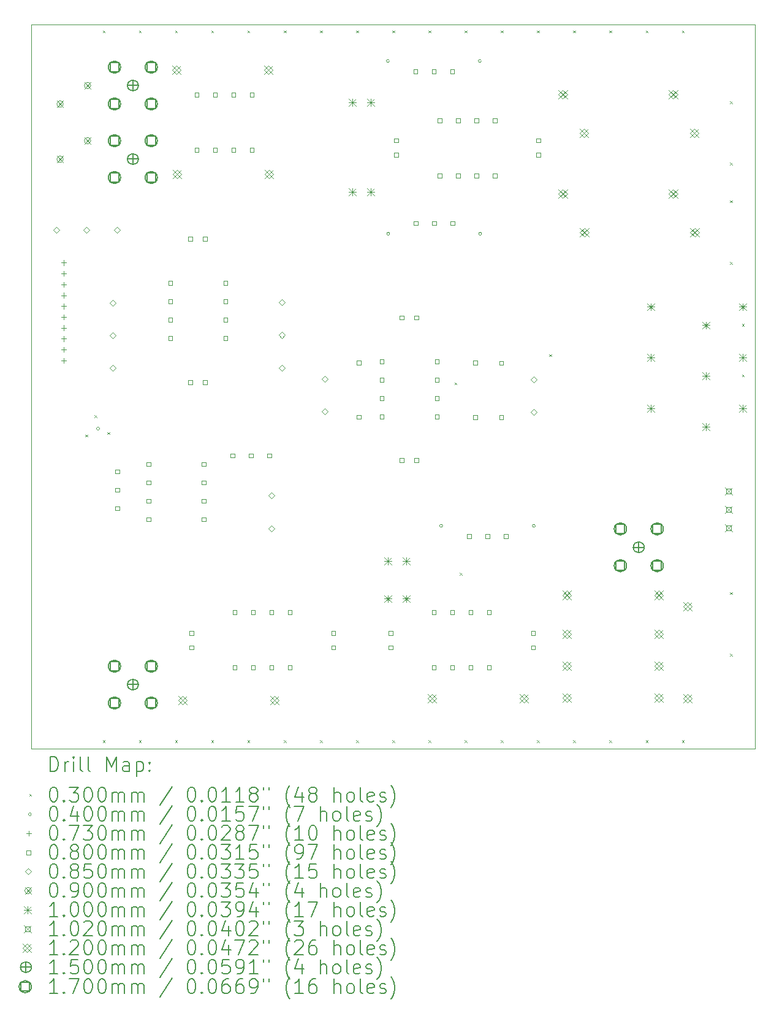
<source format=gbr>
%TF.GenerationSoftware,KiCad,Pcbnew,9.0.3*%
%TF.CreationDate,2025-08-23T16:04:25-07:00*%
%TF.ProjectId,analog-lockbox-v2,616e616c-6f67-42d6-9c6f-636b626f782d,rev?*%
%TF.SameCoordinates,Original*%
%TF.FileFunction,Drillmap*%
%TF.FilePolarity,Positive*%
%FSLAX45Y45*%
G04 Gerber Fmt 4.5, Leading zero omitted, Abs format (unit mm)*
G04 Created by KiCad (PCBNEW 9.0.3) date 2025-08-23 16:04:25*
%MOMM*%
%LPD*%
G01*
G04 APERTURE LIST*
%ADD10C,0.038100*%
%ADD11C,0.200000*%
%ADD12C,0.100000*%
%ADD13C,0.102000*%
%ADD14C,0.120000*%
%ADD15C,0.150000*%
%ADD16C,0.170000*%
G04 APERTURE END LIST*
D10*
X7060000Y-4430000D02*
X17060000Y-4430000D01*
X17060000Y-14430000D01*
X7060000Y-14430000D01*
X7060000Y-4430000D01*
D11*
D12*
X7805000Y-10095000D02*
X7835000Y-10125000D01*
X7835000Y-10095000D02*
X7805000Y-10125000D01*
X7930000Y-9825000D02*
X7960000Y-9855000D01*
X7960000Y-9825000D02*
X7930000Y-9855000D01*
X8045000Y-4515000D02*
X8075000Y-4545000D01*
X8075000Y-4515000D02*
X8045000Y-4545000D01*
X8045000Y-14315000D02*
X8075000Y-14345000D01*
X8075000Y-14315000D02*
X8045000Y-14345000D01*
X8110000Y-10060000D02*
X8140000Y-10090000D01*
X8140000Y-10060000D02*
X8110000Y-10090000D01*
X8545000Y-4515000D02*
X8575000Y-4545000D01*
X8575000Y-4515000D02*
X8545000Y-4545000D01*
X8545000Y-14315000D02*
X8575000Y-14345000D01*
X8575000Y-14315000D02*
X8545000Y-14345000D01*
X9045000Y-4515000D02*
X9075000Y-4545000D01*
X9075000Y-4515000D02*
X9045000Y-4545000D01*
X9045000Y-14315000D02*
X9075000Y-14345000D01*
X9075000Y-14315000D02*
X9045000Y-14345000D01*
X9545000Y-4515000D02*
X9575000Y-4545000D01*
X9575000Y-4515000D02*
X9545000Y-4545000D01*
X9545000Y-14315000D02*
X9575000Y-14345000D01*
X9575000Y-14315000D02*
X9545000Y-14345000D01*
X10045000Y-4515000D02*
X10075000Y-4545000D01*
X10075000Y-4515000D02*
X10045000Y-4545000D01*
X10045000Y-14315000D02*
X10075000Y-14345000D01*
X10075000Y-14315000D02*
X10045000Y-14345000D01*
X10545000Y-4515000D02*
X10575000Y-4545000D01*
X10575000Y-4515000D02*
X10545000Y-4545000D01*
X10545000Y-14315000D02*
X10575000Y-14345000D01*
X10575000Y-14315000D02*
X10545000Y-14345000D01*
X11045000Y-4515000D02*
X11075000Y-4545000D01*
X11075000Y-4515000D02*
X11045000Y-4545000D01*
X11045000Y-14315000D02*
X11075000Y-14345000D01*
X11075000Y-14315000D02*
X11045000Y-14345000D01*
X11545000Y-4515000D02*
X11575000Y-4545000D01*
X11575000Y-4515000D02*
X11545000Y-4545000D01*
X11545000Y-14315000D02*
X11575000Y-14345000D01*
X11575000Y-14315000D02*
X11545000Y-14345000D01*
X12045000Y-4515000D02*
X12075000Y-4545000D01*
X12075000Y-4515000D02*
X12045000Y-4545000D01*
X12045000Y-14315000D02*
X12075000Y-14345000D01*
X12075000Y-14315000D02*
X12045000Y-14345000D01*
X12545000Y-4515000D02*
X12575000Y-4545000D01*
X12575000Y-4515000D02*
X12545000Y-4545000D01*
X12545000Y-14315000D02*
X12575000Y-14345000D01*
X12575000Y-14315000D02*
X12545000Y-14345000D01*
X12905000Y-9375000D02*
X12935000Y-9405000D01*
X12935000Y-9375000D02*
X12905000Y-9405000D01*
X12975000Y-12005000D02*
X13005000Y-12035000D01*
X13005000Y-12005000D02*
X12975000Y-12035000D01*
X13045000Y-4515000D02*
X13075000Y-4545000D01*
X13075000Y-4515000D02*
X13045000Y-4545000D01*
X13045000Y-14315000D02*
X13075000Y-14345000D01*
X13075000Y-14315000D02*
X13045000Y-14345000D01*
X13545000Y-4515000D02*
X13575000Y-4545000D01*
X13575000Y-4515000D02*
X13545000Y-4545000D01*
X13545000Y-14315000D02*
X13575000Y-14345000D01*
X13575000Y-14315000D02*
X13545000Y-14345000D01*
X14045000Y-4515000D02*
X14075000Y-4545000D01*
X14075000Y-4515000D02*
X14045000Y-4545000D01*
X14045000Y-14315000D02*
X14075000Y-14345000D01*
X14075000Y-14315000D02*
X14045000Y-14345000D01*
X14215000Y-8985000D02*
X14245000Y-9015000D01*
X14245000Y-8985000D02*
X14215000Y-9015000D01*
X14545000Y-4515000D02*
X14575000Y-4545000D01*
X14575000Y-4515000D02*
X14545000Y-4545000D01*
X14545000Y-14315000D02*
X14575000Y-14345000D01*
X14575000Y-14315000D02*
X14545000Y-14345000D01*
X15045000Y-4515000D02*
X15075000Y-4545000D01*
X15075000Y-4515000D02*
X15045000Y-4545000D01*
X15045000Y-14315000D02*
X15075000Y-14345000D01*
X15075000Y-14315000D02*
X15045000Y-14345000D01*
X15545000Y-4515000D02*
X15575000Y-4545000D01*
X15575000Y-4515000D02*
X15545000Y-4545000D01*
X15545000Y-14315000D02*
X15575000Y-14345000D01*
X15575000Y-14315000D02*
X15545000Y-14345000D01*
X16045000Y-4515000D02*
X16075000Y-4545000D01*
X16075000Y-4515000D02*
X16045000Y-4545000D01*
X16045000Y-14315000D02*
X16075000Y-14345000D01*
X16075000Y-14315000D02*
X16045000Y-14345000D01*
X16708750Y-5490000D02*
X16738750Y-5520000D01*
X16738750Y-5490000D02*
X16708750Y-5520000D01*
X16708750Y-6340000D02*
X16738750Y-6370000D01*
X16738750Y-6340000D02*
X16708750Y-6370000D01*
X16708750Y-6860000D02*
X16738750Y-6890000D01*
X16738750Y-6860000D02*
X16708750Y-6890000D01*
X16708750Y-7710000D02*
X16738750Y-7740000D01*
X16738750Y-7710000D02*
X16708750Y-7740000D01*
X16708750Y-12270000D02*
X16738750Y-12300000D01*
X16738750Y-12270000D02*
X16708750Y-12300000D01*
X16708750Y-13120000D02*
X16738750Y-13150000D01*
X16738750Y-13120000D02*
X16708750Y-13150000D01*
X16875000Y-8565000D02*
X16905000Y-8595000D01*
X16905000Y-8565000D02*
X16875000Y-8595000D01*
X16875000Y-9265000D02*
X16905000Y-9295000D01*
X16905000Y-9265000D02*
X16875000Y-9295000D01*
X8000000Y-10010000D02*
G75*
G02*
X7960000Y-10010000I-20000J0D01*
G01*
X7960000Y-10010000D02*
G75*
G02*
X8000000Y-10010000I20000J0D01*
G01*
X12004000Y-4933250D02*
G75*
G02*
X11964000Y-4933250I-20000J0D01*
G01*
X11964000Y-4933250D02*
G75*
G02*
X12004000Y-4933250I20000J0D01*
G01*
X12010000Y-7320000D02*
G75*
G02*
X11970000Y-7320000I-20000J0D01*
G01*
X11970000Y-7320000D02*
G75*
G02*
X12010000Y-7320000I20000J0D01*
G01*
X12740000Y-11353750D02*
G75*
G02*
X12700000Y-11353750I-20000J0D01*
G01*
X12700000Y-11353750D02*
G75*
G02*
X12740000Y-11353750I20000J0D01*
G01*
X13274000Y-4933250D02*
G75*
G02*
X13234000Y-4933250I-20000J0D01*
G01*
X13234000Y-4933250D02*
G75*
G02*
X13274000Y-4933250I20000J0D01*
G01*
X13280000Y-7320000D02*
G75*
G02*
X13240000Y-7320000I-20000J0D01*
G01*
X13240000Y-7320000D02*
G75*
G02*
X13280000Y-7320000I20000J0D01*
G01*
X14020000Y-11353750D02*
G75*
G02*
X13980000Y-11353750I-20000J0D01*
G01*
X13980000Y-11353750D02*
G75*
G02*
X14020000Y-11353750I20000J0D01*
G01*
X7505000Y-7683500D02*
X7505000Y-7756500D01*
X7468500Y-7720000D02*
X7541500Y-7720000D01*
X7505000Y-7833500D02*
X7505000Y-7906500D01*
X7468500Y-7870000D02*
X7541500Y-7870000D01*
X7505000Y-7983500D02*
X7505000Y-8056500D01*
X7468500Y-8020000D02*
X7541500Y-8020000D01*
X7505000Y-8133500D02*
X7505000Y-8206500D01*
X7468500Y-8170000D02*
X7541500Y-8170000D01*
X7505000Y-8283500D02*
X7505000Y-8356500D01*
X7468500Y-8320000D02*
X7541500Y-8320000D01*
X7505000Y-8433500D02*
X7505000Y-8506500D01*
X7468500Y-8470000D02*
X7541500Y-8470000D01*
X7505000Y-8583500D02*
X7505000Y-8656500D01*
X7468500Y-8620000D02*
X7541500Y-8620000D01*
X7505000Y-8733500D02*
X7505000Y-8806500D01*
X7468500Y-8770000D02*
X7541500Y-8770000D01*
X7505000Y-8883500D02*
X7505000Y-8956500D01*
X7468500Y-8920000D02*
X7541500Y-8920000D01*
X7505000Y-9033500D02*
X7505000Y-9106500D01*
X7468500Y-9070000D02*
X7541500Y-9070000D01*
X8276784Y-10633285D02*
X8276784Y-10576716D01*
X8220215Y-10576716D01*
X8220215Y-10633285D01*
X8276784Y-10633285D01*
X8276784Y-10887285D02*
X8276784Y-10830716D01*
X8220215Y-10830716D01*
X8220215Y-10887285D01*
X8276784Y-10887285D01*
X8276784Y-11141285D02*
X8276784Y-11084716D01*
X8220215Y-11084716D01*
X8220215Y-11141285D01*
X8276784Y-11141285D01*
X8706285Y-10530285D02*
X8706285Y-10473716D01*
X8649716Y-10473716D01*
X8649716Y-10530285D01*
X8706285Y-10530285D01*
X8706285Y-10784285D02*
X8706285Y-10727716D01*
X8649716Y-10727716D01*
X8649716Y-10784285D01*
X8706285Y-10784285D01*
X8706285Y-11038285D02*
X8706285Y-10981716D01*
X8649716Y-10981716D01*
X8649716Y-11038285D01*
X8706285Y-11038285D01*
X8706285Y-11292284D02*
X8706285Y-11235715D01*
X8649716Y-11235715D01*
X8649716Y-11292284D01*
X8706285Y-11292284D01*
X9007785Y-8027284D02*
X9007785Y-7970715D01*
X8951216Y-7970715D01*
X8951216Y-8027284D01*
X9007785Y-8027284D01*
X9007785Y-8281284D02*
X9007785Y-8224715D01*
X8951216Y-8224715D01*
X8951216Y-8281284D01*
X9007785Y-8281284D01*
X9007785Y-8535285D02*
X9007785Y-8478716D01*
X8951216Y-8478716D01*
X8951216Y-8535285D01*
X9007785Y-8535285D01*
X9007785Y-8789285D02*
X9007785Y-8732716D01*
X8951216Y-8732716D01*
X8951216Y-8789285D01*
X9007785Y-8789285D01*
X9283796Y-7418284D02*
X9283796Y-7361715D01*
X9227227Y-7361715D01*
X9227227Y-7418284D01*
X9283796Y-7418284D01*
X9283796Y-9398285D02*
X9283796Y-9341716D01*
X9227227Y-9341716D01*
X9227227Y-9398285D01*
X9283796Y-9398285D01*
X9298285Y-12862773D02*
X9298285Y-12806204D01*
X9241716Y-12806204D01*
X9241716Y-12862773D01*
X9298285Y-12862773D01*
X9298285Y-13062773D02*
X9298285Y-13006204D01*
X9241716Y-13006204D01*
X9241716Y-13062773D01*
X9298285Y-13062773D01*
X9372285Y-5427785D02*
X9372285Y-5371216D01*
X9315716Y-5371216D01*
X9315716Y-5427785D01*
X9372285Y-5427785D01*
X9372285Y-6189784D02*
X9372285Y-6133215D01*
X9315716Y-6133215D01*
X9315716Y-6189784D01*
X9372285Y-6189784D01*
X9468285Y-10530285D02*
X9468285Y-10473716D01*
X9411716Y-10473716D01*
X9411716Y-10530285D01*
X9468285Y-10530285D01*
X9468285Y-10784285D02*
X9468285Y-10727716D01*
X9411716Y-10727716D01*
X9411716Y-10784285D01*
X9468285Y-10784285D01*
X9468285Y-11038285D02*
X9468285Y-10981716D01*
X9411716Y-10981716D01*
X9411716Y-11038285D01*
X9468285Y-11038285D01*
X9468285Y-11292284D02*
X9468285Y-11235715D01*
X9411716Y-11235715D01*
X9411716Y-11292284D01*
X9468285Y-11292284D01*
X9483796Y-7418284D02*
X9483796Y-7361715D01*
X9427227Y-7361715D01*
X9427227Y-7418284D01*
X9483796Y-7418284D01*
X9483796Y-9398285D02*
X9483796Y-9341716D01*
X9427227Y-9341716D01*
X9427227Y-9398285D01*
X9483796Y-9398285D01*
X9626285Y-5427785D02*
X9626285Y-5371216D01*
X9569716Y-5371216D01*
X9569716Y-5427785D01*
X9626285Y-5427785D01*
X9626285Y-6189784D02*
X9626285Y-6133215D01*
X9569716Y-6133215D01*
X9569716Y-6189784D01*
X9626285Y-6189784D01*
X9769785Y-8027284D02*
X9769785Y-7970715D01*
X9713216Y-7970715D01*
X9713216Y-8027284D01*
X9769785Y-8027284D01*
X9769785Y-8281284D02*
X9769785Y-8224715D01*
X9713216Y-8224715D01*
X9713216Y-8281284D01*
X9769785Y-8281284D01*
X9769785Y-8535285D02*
X9769785Y-8478716D01*
X9713216Y-8478716D01*
X9713216Y-8535285D01*
X9769785Y-8535285D01*
X9769785Y-8789285D02*
X9769785Y-8732716D01*
X9713216Y-8732716D01*
X9713216Y-8789285D01*
X9769785Y-8789285D01*
X9866785Y-10411285D02*
X9866785Y-10354716D01*
X9810216Y-10354716D01*
X9810216Y-10411285D01*
X9866785Y-10411285D01*
X9880285Y-5427785D02*
X9880285Y-5371216D01*
X9823716Y-5371216D01*
X9823716Y-5427785D01*
X9880285Y-5427785D01*
X9880285Y-6189784D02*
X9880285Y-6133215D01*
X9823716Y-6133215D01*
X9823716Y-6189784D01*
X9880285Y-6189784D01*
X9897285Y-12576784D02*
X9897285Y-12520215D01*
X9840716Y-12520215D01*
X9840716Y-12576784D01*
X9897285Y-12576784D01*
X9897285Y-13338784D02*
X9897285Y-13282215D01*
X9840716Y-13282215D01*
X9840716Y-13338784D01*
X9897285Y-13338784D01*
X10120785Y-10411285D02*
X10120785Y-10354716D01*
X10064216Y-10354716D01*
X10064216Y-10411285D01*
X10120785Y-10411285D01*
X10134285Y-5427785D02*
X10134285Y-5371216D01*
X10077716Y-5371216D01*
X10077716Y-5427785D01*
X10134285Y-5427785D01*
X10134285Y-6189784D02*
X10134285Y-6133215D01*
X10077716Y-6133215D01*
X10077716Y-6189784D01*
X10134285Y-6189784D01*
X10151285Y-12576784D02*
X10151285Y-12520215D01*
X10094716Y-12520215D01*
X10094716Y-12576784D01*
X10151285Y-12576784D01*
X10151285Y-13338784D02*
X10151285Y-13282215D01*
X10094716Y-13282215D01*
X10094716Y-13338784D01*
X10151285Y-13338784D01*
X10374785Y-10411285D02*
X10374785Y-10354716D01*
X10318216Y-10354716D01*
X10318216Y-10411285D01*
X10374785Y-10411285D01*
X10405285Y-12576784D02*
X10405285Y-12520215D01*
X10348716Y-12520215D01*
X10348716Y-12576784D01*
X10405285Y-12576784D01*
X10405285Y-13338784D02*
X10405285Y-13282215D01*
X10348716Y-13282215D01*
X10348716Y-13338784D01*
X10405285Y-13338784D01*
X10659285Y-12576784D02*
X10659285Y-12520215D01*
X10602716Y-12520215D01*
X10602716Y-12576784D01*
X10659285Y-12576784D01*
X10659285Y-13338784D02*
X10659285Y-13282215D01*
X10602716Y-13282215D01*
X10602716Y-13338784D01*
X10659285Y-13338784D01*
X11258284Y-12862773D02*
X11258284Y-12806204D01*
X11201715Y-12806204D01*
X11201715Y-12862773D01*
X11258284Y-12862773D01*
X11258284Y-13062773D02*
X11258284Y-13006204D01*
X11201715Y-13006204D01*
X11201715Y-13062773D01*
X11258284Y-13062773D01*
X11608284Y-9128285D02*
X11608284Y-9071716D01*
X11551715Y-9071716D01*
X11551715Y-9128285D01*
X11608284Y-9128285D01*
X11608284Y-9878285D02*
X11608284Y-9821716D01*
X11551715Y-9821716D01*
X11551715Y-9878285D01*
X11608284Y-9878285D01*
X11927784Y-9110285D02*
X11927784Y-9053716D01*
X11871215Y-9053716D01*
X11871215Y-9110285D01*
X11927784Y-9110285D01*
X11927784Y-9364285D02*
X11927784Y-9307716D01*
X11871215Y-9307716D01*
X11871215Y-9364285D01*
X11927784Y-9364285D01*
X11927784Y-9618285D02*
X11927784Y-9561716D01*
X11871215Y-9561716D01*
X11871215Y-9618285D01*
X11927784Y-9618285D01*
X11927784Y-9872285D02*
X11927784Y-9815716D01*
X11871215Y-9815716D01*
X11871215Y-9872285D01*
X11927784Y-9872285D01*
X12048284Y-12862773D02*
X12048284Y-12806204D01*
X11991715Y-12806204D01*
X11991715Y-12862773D01*
X12048284Y-12862773D01*
X12048284Y-13062773D02*
X12048284Y-13006204D01*
X11991715Y-13006204D01*
X11991715Y-13062773D01*
X12048284Y-13062773D01*
X12128284Y-6059784D02*
X12128284Y-6003215D01*
X12071715Y-6003215D01*
X12071715Y-6059784D01*
X12128284Y-6059784D01*
X12128284Y-6259784D02*
X12128284Y-6203215D01*
X12071715Y-6203215D01*
X12071715Y-6259784D01*
X12128284Y-6259784D01*
X12203796Y-8508285D02*
X12203796Y-8451716D01*
X12147227Y-8451716D01*
X12147227Y-8508285D01*
X12203796Y-8508285D01*
X12203796Y-10478285D02*
X12203796Y-10421716D01*
X12147227Y-10421716D01*
X12147227Y-10478285D01*
X12203796Y-10478285D01*
X12394284Y-5107785D02*
X12394284Y-5051216D01*
X12337715Y-5051216D01*
X12337715Y-5107785D01*
X12394284Y-5107785D01*
X12398284Y-7202034D02*
X12398284Y-7145465D01*
X12341715Y-7145465D01*
X12341715Y-7202034D01*
X12398284Y-7202034D01*
X12403796Y-8508285D02*
X12403796Y-8451716D01*
X12347227Y-8451716D01*
X12347227Y-8508285D01*
X12403796Y-8508285D01*
X12403796Y-10478285D02*
X12403796Y-10421716D01*
X12347227Y-10421716D01*
X12347227Y-10478285D01*
X12403796Y-10478285D01*
X12647284Y-12576784D02*
X12647284Y-12520215D01*
X12590715Y-12520215D01*
X12590715Y-12576784D01*
X12647284Y-12576784D01*
X12647284Y-13338784D02*
X12647284Y-13282215D01*
X12590715Y-13282215D01*
X12590715Y-13338784D01*
X12647284Y-13338784D01*
X12648284Y-5107785D02*
X12648284Y-5051216D01*
X12591715Y-5051216D01*
X12591715Y-5107785D01*
X12648284Y-5107785D01*
X12652284Y-7202034D02*
X12652284Y-7145465D01*
X12595715Y-7145465D01*
X12595715Y-7202034D01*
X12652284Y-7202034D01*
X12689784Y-9110285D02*
X12689784Y-9053716D01*
X12633215Y-9053716D01*
X12633215Y-9110285D01*
X12689784Y-9110285D01*
X12689784Y-9364285D02*
X12689784Y-9307716D01*
X12633215Y-9307716D01*
X12633215Y-9364285D01*
X12689784Y-9364285D01*
X12689784Y-9618285D02*
X12689784Y-9561716D01*
X12633215Y-9561716D01*
X12633215Y-9618285D01*
X12689784Y-9618285D01*
X12689784Y-9872285D02*
X12689784Y-9815716D01*
X12633215Y-9815716D01*
X12633215Y-9872285D01*
X12689784Y-9872285D01*
X12727284Y-5783773D02*
X12727284Y-5727204D01*
X12670715Y-5727204D01*
X12670715Y-5783773D01*
X12727284Y-5783773D01*
X12727284Y-6545773D02*
X12727284Y-6489204D01*
X12670715Y-6489204D01*
X12670715Y-6545773D01*
X12727284Y-6545773D01*
X12901284Y-12576784D02*
X12901284Y-12520215D01*
X12844715Y-12520215D01*
X12844715Y-12576784D01*
X12901284Y-12576784D01*
X12901284Y-13338784D02*
X12901284Y-13282215D01*
X12844715Y-13282215D01*
X12844715Y-13338784D01*
X12901284Y-13338784D01*
X12902284Y-5107785D02*
X12902284Y-5051216D01*
X12845715Y-5051216D01*
X12845715Y-5107785D01*
X12902284Y-5107785D01*
X12906284Y-7202034D02*
X12906284Y-7145465D01*
X12849715Y-7145465D01*
X12849715Y-7202034D01*
X12906284Y-7202034D01*
X12981284Y-5783773D02*
X12981284Y-5727204D01*
X12924715Y-5727204D01*
X12924715Y-5783773D01*
X12981284Y-5783773D01*
X12981284Y-6545773D02*
X12981284Y-6489204D01*
X12924715Y-6489204D01*
X12924715Y-6545773D01*
X12981284Y-6545773D01*
X13134284Y-11527784D02*
X13134284Y-11471215D01*
X13077715Y-11471215D01*
X13077715Y-11527784D01*
X13134284Y-11527784D01*
X13155284Y-12576784D02*
X13155284Y-12520215D01*
X13098715Y-12520215D01*
X13098715Y-12576784D01*
X13155284Y-12576784D01*
X13155284Y-13338784D02*
X13155284Y-13282215D01*
X13098715Y-13282215D01*
X13098715Y-13338784D01*
X13155284Y-13338784D01*
X13216784Y-9131285D02*
X13216784Y-9074716D01*
X13160215Y-9074716D01*
X13160215Y-9131285D01*
X13216784Y-9131285D01*
X13216784Y-9881285D02*
X13216784Y-9824716D01*
X13160215Y-9824716D01*
X13160215Y-9881285D01*
X13216784Y-9881285D01*
X13235284Y-5783773D02*
X13235284Y-5727204D01*
X13178715Y-5727204D01*
X13178715Y-5783773D01*
X13235284Y-5783773D01*
X13235284Y-6545773D02*
X13235284Y-6489204D01*
X13178715Y-6489204D01*
X13178715Y-6545773D01*
X13235284Y-6545773D01*
X13388284Y-11527784D02*
X13388284Y-11471215D01*
X13331715Y-11471215D01*
X13331715Y-11527784D01*
X13388284Y-11527784D01*
X13409284Y-12576784D02*
X13409284Y-12520215D01*
X13352715Y-12520215D01*
X13352715Y-12576784D01*
X13409284Y-12576784D01*
X13409284Y-13338784D02*
X13409284Y-13282215D01*
X13352715Y-13282215D01*
X13352715Y-13338784D01*
X13409284Y-13338784D01*
X13489284Y-5783773D02*
X13489284Y-5727204D01*
X13432715Y-5727204D01*
X13432715Y-5783773D01*
X13489284Y-5783773D01*
X13489284Y-6545773D02*
X13489284Y-6489204D01*
X13432715Y-6489204D01*
X13432715Y-6545773D01*
X13489284Y-6545773D01*
X13578284Y-9133285D02*
X13578284Y-9076716D01*
X13521715Y-9076716D01*
X13521715Y-9133285D01*
X13578284Y-9133285D01*
X13578284Y-9883285D02*
X13578284Y-9826716D01*
X13521715Y-9826716D01*
X13521715Y-9883285D01*
X13578284Y-9883285D01*
X13642284Y-11527784D02*
X13642284Y-11471215D01*
X13585715Y-11471215D01*
X13585715Y-11527784D01*
X13642284Y-11527784D01*
X14018284Y-12862773D02*
X14018284Y-12806204D01*
X13961715Y-12806204D01*
X13961715Y-12862773D01*
X14018284Y-12862773D01*
X14018284Y-13062773D02*
X14018284Y-13006204D01*
X13961715Y-13006204D01*
X13961715Y-13062773D01*
X14018284Y-13062773D01*
X14089284Y-6059784D02*
X14089284Y-6003215D01*
X14032715Y-6003215D01*
X14032715Y-6059784D01*
X14089284Y-6059784D01*
X14089284Y-6259784D02*
X14089284Y-6203215D01*
X14032715Y-6203215D01*
X14032715Y-6259784D01*
X14089284Y-6259784D01*
X7400000Y-7307500D02*
X7442500Y-7265000D01*
X7400000Y-7222500D01*
X7357500Y-7265000D01*
X7400000Y-7307500D01*
X7820000Y-7307500D02*
X7862500Y-7265000D01*
X7820000Y-7222500D01*
X7777500Y-7265000D01*
X7820000Y-7307500D01*
X8180000Y-8318750D02*
X8222500Y-8276250D01*
X8180000Y-8233750D01*
X8137500Y-8276250D01*
X8180000Y-8318750D01*
X8180000Y-8768750D02*
X8222500Y-8726250D01*
X8180000Y-8683750D01*
X8137500Y-8726250D01*
X8180000Y-8768750D01*
X8180000Y-9218750D02*
X8222500Y-9176250D01*
X8180000Y-9133750D01*
X8137500Y-9176250D01*
X8180000Y-9218750D01*
X8240000Y-7307500D02*
X8282500Y-7265000D01*
X8240000Y-7222500D01*
X8197500Y-7265000D01*
X8240000Y-7307500D01*
X10378500Y-10980500D02*
X10421000Y-10938000D01*
X10378500Y-10895500D01*
X10336000Y-10938000D01*
X10378500Y-10980500D01*
X10378500Y-11430500D02*
X10421000Y-11388000D01*
X10378500Y-11345500D01*
X10336000Y-11388000D01*
X10378500Y-11430500D01*
X10520000Y-8312500D02*
X10562500Y-8270000D01*
X10520000Y-8227500D01*
X10477500Y-8270000D01*
X10520000Y-8312500D01*
X10520000Y-8762500D02*
X10562500Y-8720000D01*
X10520000Y-8677500D01*
X10477500Y-8720000D01*
X10520000Y-8762500D01*
X10520000Y-9212500D02*
X10562500Y-9170000D01*
X10520000Y-9127500D01*
X10477500Y-9170000D01*
X10520000Y-9212500D01*
X11110000Y-9367500D02*
X11152500Y-9325000D01*
X11110000Y-9282500D01*
X11067500Y-9325000D01*
X11110000Y-9367500D01*
X11110000Y-9817500D02*
X11152500Y-9775000D01*
X11110000Y-9732500D01*
X11067500Y-9775000D01*
X11110000Y-9817500D01*
X14000000Y-9377500D02*
X14042500Y-9335000D01*
X14000000Y-9292500D01*
X13957500Y-9335000D01*
X14000000Y-9377500D01*
X14000000Y-9827500D02*
X14042500Y-9785000D01*
X14000000Y-9742500D01*
X13957500Y-9785000D01*
X14000000Y-9827500D01*
X7410000Y-5484000D02*
X7500000Y-5574000D01*
X7500000Y-5484000D02*
X7410000Y-5574000D01*
X7500000Y-5529000D02*
G75*
G02*
X7410000Y-5529000I-45000J0D01*
G01*
X7410000Y-5529000D02*
G75*
G02*
X7500000Y-5529000I45000J0D01*
G01*
X7410000Y-6246000D02*
X7500000Y-6336000D01*
X7500000Y-6246000D02*
X7410000Y-6336000D01*
X7500000Y-6291000D02*
G75*
G02*
X7410000Y-6291000I-45000J0D01*
G01*
X7410000Y-6291000D02*
G75*
G02*
X7500000Y-6291000I45000J0D01*
G01*
X7790000Y-5229000D02*
X7880000Y-5319000D01*
X7880000Y-5229000D02*
X7790000Y-5319000D01*
X7880000Y-5274000D02*
G75*
G02*
X7790000Y-5274000I-45000J0D01*
G01*
X7790000Y-5274000D02*
G75*
G02*
X7880000Y-5274000I45000J0D01*
G01*
X7790000Y-5991000D02*
X7880000Y-6081000D01*
X7880000Y-5991000D02*
X7790000Y-6081000D01*
X7880000Y-6036000D02*
G75*
G02*
X7790000Y-6036000I-45000J0D01*
G01*
X7790000Y-6036000D02*
G75*
G02*
X7880000Y-6036000I45000J0D01*
G01*
X11446000Y-5460000D02*
X11546000Y-5560000D01*
X11546000Y-5460000D02*
X11446000Y-5560000D01*
X11496000Y-5460000D02*
X11496000Y-5560000D01*
X11446000Y-5510000D02*
X11546000Y-5510000D01*
X11446000Y-6690000D02*
X11546000Y-6790000D01*
X11546000Y-6690000D02*
X11446000Y-6790000D01*
X11496000Y-6690000D02*
X11496000Y-6790000D01*
X11446000Y-6740000D02*
X11546000Y-6740000D01*
X11700000Y-5460000D02*
X11800000Y-5560000D01*
X11800000Y-5460000D02*
X11700000Y-5560000D01*
X11750000Y-5460000D02*
X11750000Y-5560000D01*
X11700000Y-5510000D02*
X11800000Y-5510000D01*
X11700000Y-6690000D02*
X11800000Y-6790000D01*
X11800000Y-6690000D02*
X11700000Y-6790000D01*
X11750000Y-6690000D02*
X11750000Y-6790000D01*
X11700000Y-6740000D02*
X11800000Y-6740000D01*
X11936000Y-11790000D02*
X12036000Y-11890000D01*
X12036000Y-11790000D02*
X11936000Y-11890000D01*
X11986000Y-11790000D02*
X11986000Y-11890000D01*
X11936000Y-11840000D02*
X12036000Y-11840000D01*
X11936000Y-12310000D02*
X12036000Y-12410000D01*
X12036000Y-12310000D02*
X11936000Y-12410000D01*
X11986000Y-12310000D02*
X11986000Y-12410000D01*
X11936000Y-12360000D02*
X12036000Y-12360000D01*
X12190000Y-11790000D02*
X12290000Y-11890000D01*
X12290000Y-11790000D02*
X12190000Y-11890000D01*
X12240000Y-11790000D02*
X12240000Y-11890000D01*
X12190000Y-11840000D02*
X12290000Y-11840000D01*
X12190000Y-12310000D02*
X12290000Y-12410000D01*
X12290000Y-12310000D02*
X12190000Y-12410000D01*
X12240000Y-12310000D02*
X12240000Y-12410000D01*
X12190000Y-12360000D02*
X12290000Y-12360000D01*
X15570000Y-8280000D02*
X15670000Y-8380000D01*
X15670000Y-8280000D02*
X15570000Y-8380000D01*
X15620000Y-8280000D02*
X15620000Y-8380000D01*
X15570000Y-8330000D02*
X15670000Y-8330000D01*
X15570000Y-8980000D02*
X15670000Y-9080000D01*
X15670000Y-8980000D02*
X15570000Y-9080000D01*
X15620000Y-8980000D02*
X15620000Y-9080000D01*
X15570000Y-9030000D02*
X15670000Y-9030000D01*
X15570000Y-9680000D02*
X15670000Y-9780000D01*
X15670000Y-9680000D02*
X15570000Y-9780000D01*
X15620000Y-9680000D02*
X15620000Y-9780000D01*
X15570000Y-9730000D02*
X15670000Y-9730000D01*
X16332000Y-8534000D02*
X16432000Y-8634000D01*
X16432000Y-8534000D02*
X16332000Y-8634000D01*
X16382000Y-8534000D02*
X16382000Y-8634000D01*
X16332000Y-8584000D02*
X16432000Y-8584000D01*
X16332000Y-9234000D02*
X16432000Y-9334000D01*
X16432000Y-9234000D02*
X16332000Y-9334000D01*
X16382000Y-9234000D02*
X16382000Y-9334000D01*
X16332000Y-9284000D02*
X16432000Y-9284000D01*
X16332000Y-9934000D02*
X16432000Y-10034000D01*
X16432000Y-9934000D02*
X16332000Y-10034000D01*
X16382000Y-9934000D02*
X16382000Y-10034000D01*
X16332000Y-9984000D02*
X16432000Y-9984000D01*
X16840000Y-8280000D02*
X16940000Y-8380000D01*
X16940000Y-8280000D02*
X16840000Y-8380000D01*
X16890000Y-8280000D02*
X16890000Y-8380000D01*
X16840000Y-8330000D02*
X16940000Y-8330000D01*
X16840000Y-8980000D02*
X16940000Y-9080000D01*
X16940000Y-8980000D02*
X16840000Y-9080000D01*
X16890000Y-8980000D02*
X16890000Y-9080000D01*
X16840000Y-9030000D02*
X16940000Y-9030000D01*
X16840000Y-9680000D02*
X16940000Y-9780000D01*
X16940000Y-9680000D02*
X16840000Y-9780000D01*
X16890000Y-9680000D02*
X16890000Y-9780000D01*
X16840000Y-9730000D02*
X16940000Y-9730000D01*
D13*
X16639000Y-10825000D02*
X16741000Y-10927000D01*
X16741000Y-10825000D02*
X16639000Y-10927000D01*
X16726063Y-10912063D02*
X16726063Y-10839937D01*
X16653937Y-10839937D01*
X16653937Y-10912063D01*
X16726063Y-10912063D01*
X16639000Y-11079000D02*
X16741000Y-11181000D01*
X16741000Y-11079000D02*
X16639000Y-11181000D01*
X16726063Y-11166063D02*
X16726063Y-11093937D01*
X16653937Y-11093937D01*
X16653937Y-11166063D01*
X16726063Y-11166063D01*
X16639000Y-11333000D02*
X16741000Y-11435000D01*
X16741000Y-11333000D02*
X16639000Y-11435000D01*
X16726063Y-11420063D02*
X16726063Y-11347937D01*
X16653937Y-11347937D01*
X16653937Y-11420063D01*
X16726063Y-11420063D01*
D14*
X9005000Y-5000000D02*
X9125000Y-5120000D01*
X9125000Y-5000000D02*
X9005000Y-5120000D01*
X9065000Y-5120000D02*
X9125000Y-5060000D01*
X9065000Y-5000000D01*
X9005000Y-5060000D01*
X9065000Y-5120000D01*
X9015000Y-6440000D02*
X9135000Y-6560000D01*
X9135000Y-6440000D02*
X9015000Y-6560000D01*
X9075000Y-6560000D02*
X9135000Y-6500000D01*
X9075000Y-6440000D01*
X9015000Y-6500000D01*
X9075000Y-6560000D01*
X9090000Y-13700000D02*
X9210000Y-13820000D01*
X9210000Y-13700000D02*
X9090000Y-13820000D01*
X9150000Y-13820000D02*
X9210000Y-13760000D01*
X9150000Y-13700000D01*
X9090000Y-13760000D01*
X9150000Y-13820000D01*
X10275000Y-5000000D02*
X10395000Y-5120000D01*
X10395000Y-5000000D02*
X10275000Y-5120000D01*
X10335000Y-5120000D02*
X10395000Y-5060000D01*
X10335000Y-5000000D01*
X10275000Y-5060000D01*
X10335000Y-5120000D01*
X10285000Y-6440000D02*
X10405000Y-6560000D01*
X10405000Y-6440000D02*
X10285000Y-6560000D01*
X10345000Y-6560000D02*
X10405000Y-6500000D01*
X10345000Y-6440000D01*
X10285000Y-6500000D01*
X10345000Y-6560000D01*
X10360000Y-13700000D02*
X10480000Y-13820000D01*
X10480000Y-13700000D02*
X10360000Y-13820000D01*
X10420000Y-13820000D02*
X10480000Y-13760000D01*
X10420000Y-13700000D01*
X10360000Y-13760000D01*
X10420000Y-13820000D01*
X12535000Y-13680000D02*
X12655000Y-13800000D01*
X12655000Y-13680000D02*
X12535000Y-13800000D01*
X12595000Y-13800000D02*
X12655000Y-13740000D01*
X12595000Y-13680000D01*
X12535000Y-13740000D01*
X12595000Y-13800000D01*
X13805000Y-13680000D02*
X13925000Y-13800000D01*
X13925000Y-13680000D02*
X13805000Y-13800000D01*
X13865000Y-13800000D02*
X13925000Y-13740000D01*
X13865000Y-13680000D01*
X13805000Y-13740000D01*
X13865000Y-13800000D01*
X14341000Y-5335000D02*
X14461000Y-5455000D01*
X14461000Y-5335000D02*
X14341000Y-5455000D01*
X14401000Y-5455000D02*
X14461000Y-5395000D01*
X14401000Y-5335000D01*
X14341000Y-5395000D01*
X14401000Y-5455000D01*
X14341000Y-6705000D02*
X14461000Y-6825000D01*
X14461000Y-6705000D02*
X14341000Y-6825000D01*
X14401000Y-6825000D02*
X14461000Y-6765000D01*
X14401000Y-6705000D01*
X14341000Y-6765000D01*
X14401000Y-6825000D01*
X14395000Y-12250000D02*
X14515000Y-12370000D01*
X14515000Y-12250000D02*
X14395000Y-12370000D01*
X14455000Y-12370000D02*
X14515000Y-12310000D01*
X14455000Y-12250000D01*
X14395000Y-12310000D01*
X14455000Y-12370000D01*
X14395000Y-12790000D02*
X14515000Y-12910000D01*
X14515000Y-12790000D02*
X14395000Y-12910000D01*
X14455000Y-12910000D02*
X14515000Y-12850000D01*
X14455000Y-12790000D01*
X14395000Y-12850000D01*
X14455000Y-12910000D01*
X14395000Y-13230000D02*
X14515000Y-13350000D01*
X14515000Y-13230000D02*
X14395000Y-13350000D01*
X14455000Y-13350000D02*
X14515000Y-13290000D01*
X14455000Y-13230000D01*
X14395000Y-13290000D01*
X14455000Y-13350000D01*
X14395000Y-13670000D02*
X14515000Y-13790000D01*
X14515000Y-13670000D02*
X14395000Y-13790000D01*
X14455000Y-13790000D02*
X14515000Y-13730000D01*
X14455000Y-13670000D01*
X14395000Y-13730000D01*
X14455000Y-13790000D01*
X14636000Y-5870000D02*
X14756000Y-5990000D01*
X14756000Y-5870000D02*
X14636000Y-5990000D01*
X14696000Y-5990000D02*
X14756000Y-5930000D01*
X14696000Y-5870000D01*
X14636000Y-5930000D01*
X14696000Y-5990000D01*
X14638000Y-7240000D02*
X14758000Y-7360000D01*
X14758000Y-7240000D02*
X14638000Y-7360000D01*
X14698000Y-7360000D02*
X14758000Y-7300000D01*
X14698000Y-7240000D01*
X14638000Y-7300000D01*
X14698000Y-7360000D01*
X15665000Y-12250000D02*
X15785000Y-12370000D01*
X15785000Y-12250000D02*
X15665000Y-12370000D01*
X15725000Y-12370000D02*
X15785000Y-12310000D01*
X15725000Y-12250000D01*
X15665000Y-12310000D01*
X15725000Y-12370000D01*
X15665000Y-12790000D02*
X15785000Y-12910000D01*
X15785000Y-12790000D02*
X15665000Y-12910000D01*
X15725000Y-12910000D02*
X15785000Y-12850000D01*
X15725000Y-12790000D01*
X15665000Y-12850000D01*
X15725000Y-12910000D01*
X15665000Y-13230000D02*
X15785000Y-13350000D01*
X15785000Y-13230000D02*
X15665000Y-13350000D01*
X15725000Y-13350000D02*
X15785000Y-13290000D01*
X15725000Y-13230000D01*
X15665000Y-13290000D01*
X15725000Y-13350000D01*
X15665000Y-13670000D02*
X15785000Y-13790000D01*
X15785000Y-13670000D02*
X15665000Y-13790000D01*
X15725000Y-13790000D02*
X15785000Y-13730000D01*
X15725000Y-13670000D01*
X15665000Y-13730000D01*
X15725000Y-13790000D01*
X15865000Y-5335000D02*
X15985000Y-5455000D01*
X15985000Y-5335000D02*
X15865000Y-5455000D01*
X15925000Y-5455000D02*
X15985000Y-5395000D01*
X15925000Y-5335000D01*
X15865000Y-5395000D01*
X15925000Y-5455000D01*
X15865000Y-6705000D02*
X15985000Y-6825000D01*
X15985000Y-6705000D02*
X15865000Y-6825000D01*
X15925000Y-6825000D02*
X15985000Y-6765000D01*
X15925000Y-6705000D01*
X15865000Y-6765000D01*
X15925000Y-6825000D01*
X16065000Y-12405000D02*
X16185000Y-12525000D01*
X16185000Y-12405000D02*
X16065000Y-12525000D01*
X16125000Y-12525000D02*
X16185000Y-12465000D01*
X16125000Y-12405000D01*
X16065000Y-12465000D01*
X16125000Y-12525000D01*
X16065000Y-13675000D02*
X16185000Y-13795000D01*
X16185000Y-13675000D02*
X16065000Y-13795000D01*
X16125000Y-13795000D02*
X16185000Y-13735000D01*
X16125000Y-13675000D01*
X16065000Y-13735000D01*
X16125000Y-13795000D01*
X16160000Y-5870000D02*
X16280000Y-5990000D01*
X16280000Y-5870000D02*
X16160000Y-5990000D01*
X16220000Y-5990000D02*
X16280000Y-5930000D01*
X16220000Y-5870000D01*
X16160000Y-5930000D01*
X16220000Y-5990000D01*
X16162000Y-7240000D02*
X16282000Y-7360000D01*
X16282000Y-7240000D02*
X16162000Y-7360000D01*
X16222000Y-7360000D02*
X16282000Y-7300000D01*
X16222000Y-7240000D01*
X16162000Y-7300000D01*
X16222000Y-7360000D01*
D15*
X8461000Y-5199000D02*
X8461000Y-5349000D01*
X8386000Y-5274000D02*
X8536000Y-5274000D01*
X8536000Y-5274000D02*
G75*
G02*
X8386000Y-5274000I-75000J0D01*
G01*
X8386000Y-5274000D02*
G75*
G02*
X8536000Y-5274000I75000J0D01*
G01*
X8461000Y-6215000D02*
X8461000Y-6365000D01*
X8386000Y-6290000D02*
X8536000Y-6290000D01*
X8536000Y-6290000D02*
G75*
G02*
X8386000Y-6290000I-75000J0D01*
G01*
X8386000Y-6290000D02*
G75*
G02*
X8536000Y-6290000I75000J0D01*
G01*
X8461000Y-13471000D02*
X8461000Y-13621000D01*
X8386000Y-13546000D02*
X8536000Y-13546000D01*
X8536000Y-13546000D02*
G75*
G02*
X8386000Y-13546000I-75000J0D01*
G01*
X8386000Y-13546000D02*
G75*
G02*
X8536000Y-13546000I75000J0D01*
G01*
X15450000Y-11575000D02*
X15450000Y-11725000D01*
X15375000Y-11650000D02*
X15525000Y-11650000D01*
X15525000Y-11650000D02*
G75*
G02*
X15375000Y-11650000I-75000J0D01*
G01*
X15375000Y-11650000D02*
G75*
G02*
X15525000Y-11650000I75000J0D01*
G01*
D16*
X8267105Y-5080105D02*
X8267105Y-4959895D01*
X8146895Y-4959895D01*
X8146895Y-5080105D01*
X8267105Y-5080105D01*
X8292000Y-5020000D02*
G75*
G02*
X8122000Y-5020000I-85000J0D01*
G01*
X8122000Y-5020000D02*
G75*
G02*
X8292000Y-5020000I85000J0D01*
G01*
X8267105Y-5588105D02*
X8267105Y-5467895D01*
X8146895Y-5467895D01*
X8146895Y-5588105D01*
X8267105Y-5588105D01*
X8292000Y-5528000D02*
G75*
G02*
X8122000Y-5528000I-85000J0D01*
G01*
X8122000Y-5528000D02*
G75*
G02*
X8292000Y-5528000I85000J0D01*
G01*
X8267105Y-6096105D02*
X8267105Y-5975895D01*
X8146895Y-5975895D01*
X8146895Y-6096105D01*
X8267105Y-6096105D01*
X8292000Y-6036000D02*
G75*
G02*
X8122000Y-6036000I-85000J0D01*
G01*
X8122000Y-6036000D02*
G75*
G02*
X8292000Y-6036000I85000J0D01*
G01*
X8267105Y-6604105D02*
X8267105Y-6483895D01*
X8146895Y-6483895D01*
X8146895Y-6604105D01*
X8267105Y-6604105D01*
X8292000Y-6544000D02*
G75*
G02*
X8122000Y-6544000I-85000J0D01*
G01*
X8122000Y-6544000D02*
G75*
G02*
X8292000Y-6544000I85000J0D01*
G01*
X8267105Y-13352105D02*
X8267105Y-13231895D01*
X8146895Y-13231895D01*
X8146895Y-13352105D01*
X8267105Y-13352105D01*
X8292000Y-13292000D02*
G75*
G02*
X8122000Y-13292000I-85000J0D01*
G01*
X8122000Y-13292000D02*
G75*
G02*
X8292000Y-13292000I85000J0D01*
G01*
X8267105Y-13860105D02*
X8267105Y-13739895D01*
X8146895Y-13739895D01*
X8146895Y-13860105D01*
X8267105Y-13860105D01*
X8292000Y-13800000D02*
G75*
G02*
X8122000Y-13800000I-85000J0D01*
G01*
X8122000Y-13800000D02*
G75*
G02*
X8292000Y-13800000I85000J0D01*
G01*
X8775105Y-5080105D02*
X8775105Y-4959895D01*
X8654895Y-4959895D01*
X8654895Y-5080105D01*
X8775105Y-5080105D01*
X8800000Y-5020000D02*
G75*
G02*
X8630000Y-5020000I-85000J0D01*
G01*
X8630000Y-5020000D02*
G75*
G02*
X8800000Y-5020000I85000J0D01*
G01*
X8775105Y-5588105D02*
X8775105Y-5467895D01*
X8654895Y-5467895D01*
X8654895Y-5588105D01*
X8775105Y-5588105D01*
X8800000Y-5528000D02*
G75*
G02*
X8630000Y-5528000I-85000J0D01*
G01*
X8630000Y-5528000D02*
G75*
G02*
X8800000Y-5528000I85000J0D01*
G01*
X8775105Y-6096105D02*
X8775105Y-5975895D01*
X8654895Y-5975895D01*
X8654895Y-6096105D01*
X8775105Y-6096105D01*
X8800000Y-6036000D02*
G75*
G02*
X8630000Y-6036000I-85000J0D01*
G01*
X8630000Y-6036000D02*
G75*
G02*
X8800000Y-6036000I85000J0D01*
G01*
X8775105Y-6604105D02*
X8775105Y-6483895D01*
X8654895Y-6483895D01*
X8654895Y-6604105D01*
X8775105Y-6604105D01*
X8800000Y-6544000D02*
G75*
G02*
X8630000Y-6544000I-85000J0D01*
G01*
X8630000Y-6544000D02*
G75*
G02*
X8800000Y-6544000I85000J0D01*
G01*
X8775105Y-13352105D02*
X8775105Y-13231895D01*
X8654895Y-13231895D01*
X8654895Y-13352105D01*
X8775105Y-13352105D01*
X8800000Y-13292000D02*
G75*
G02*
X8630000Y-13292000I-85000J0D01*
G01*
X8630000Y-13292000D02*
G75*
G02*
X8800000Y-13292000I85000J0D01*
G01*
X8775105Y-13860105D02*
X8775105Y-13739895D01*
X8654895Y-13739895D01*
X8654895Y-13860105D01*
X8775105Y-13860105D01*
X8800000Y-13800000D02*
G75*
G02*
X8630000Y-13800000I-85000J0D01*
G01*
X8630000Y-13800000D02*
G75*
G02*
X8800000Y-13800000I85000J0D01*
G01*
X15256105Y-11456105D02*
X15256105Y-11335895D01*
X15135895Y-11335895D01*
X15135895Y-11456105D01*
X15256105Y-11456105D01*
X15281000Y-11396000D02*
G75*
G02*
X15111000Y-11396000I-85000J0D01*
G01*
X15111000Y-11396000D02*
G75*
G02*
X15281000Y-11396000I85000J0D01*
G01*
X15256105Y-11964105D02*
X15256105Y-11843895D01*
X15135895Y-11843895D01*
X15135895Y-11964105D01*
X15256105Y-11964105D01*
X15281000Y-11904000D02*
G75*
G02*
X15111000Y-11904000I-85000J0D01*
G01*
X15111000Y-11904000D02*
G75*
G02*
X15281000Y-11904000I85000J0D01*
G01*
X15764105Y-11456105D02*
X15764105Y-11335895D01*
X15643895Y-11335895D01*
X15643895Y-11456105D01*
X15764105Y-11456105D01*
X15789000Y-11396000D02*
G75*
G02*
X15619000Y-11396000I-85000J0D01*
G01*
X15619000Y-11396000D02*
G75*
G02*
X15789000Y-11396000I85000J0D01*
G01*
X15764105Y-11964105D02*
X15764105Y-11843895D01*
X15643895Y-11843895D01*
X15643895Y-11964105D01*
X15764105Y-11964105D01*
X15789000Y-11904000D02*
G75*
G02*
X15619000Y-11904000I-85000J0D01*
G01*
X15619000Y-11904000D02*
G75*
G02*
X15789000Y-11904000I85000J0D01*
G01*
D11*
X7318872Y-14743389D02*
X7318872Y-14543389D01*
X7318872Y-14543389D02*
X7366491Y-14543389D01*
X7366491Y-14543389D02*
X7395062Y-14552913D01*
X7395062Y-14552913D02*
X7414110Y-14571960D01*
X7414110Y-14571960D02*
X7423634Y-14591008D01*
X7423634Y-14591008D02*
X7433157Y-14629103D01*
X7433157Y-14629103D02*
X7433157Y-14657674D01*
X7433157Y-14657674D02*
X7423634Y-14695770D01*
X7423634Y-14695770D02*
X7414110Y-14714817D01*
X7414110Y-14714817D02*
X7395062Y-14733865D01*
X7395062Y-14733865D02*
X7366491Y-14743389D01*
X7366491Y-14743389D02*
X7318872Y-14743389D01*
X7518872Y-14743389D02*
X7518872Y-14610055D01*
X7518872Y-14648151D02*
X7528396Y-14629103D01*
X7528396Y-14629103D02*
X7537919Y-14619579D01*
X7537919Y-14619579D02*
X7556967Y-14610055D01*
X7556967Y-14610055D02*
X7576015Y-14610055D01*
X7642681Y-14743389D02*
X7642681Y-14610055D01*
X7642681Y-14543389D02*
X7633157Y-14552913D01*
X7633157Y-14552913D02*
X7642681Y-14562436D01*
X7642681Y-14562436D02*
X7652205Y-14552913D01*
X7652205Y-14552913D02*
X7642681Y-14543389D01*
X7642681Y-14543389D02*
X7642681Y-14562436D01*
X7766491Y-14743389D02*
X7747443Y-14733865D01*
X7747443Y-14733865D02*
X7737919Y-14714817D01*
X7737919Y-14714817D02*
X7737919Y-14543389D01*
X7871253Y-14743389D02*
X7852205Y-14733865D01*
X7852205Y-14733865D02*
X7842681Y-14714817D01*
X7842681Y-14714817D02*
X7842681Y-14543389D01*
X8099824Y-14743389D02*
X8099824Y-14543389D01*
X8099824Y-14543389D02*
X8166491Y-14686246D01*
X8166491Y-14686246D02*
X8233157Y-14543389D01*
X8233157Y-14543389D02*
X8233157Y-14743389D01*
X8414110Y-14743389D02*
X8414110Y-14638627D01*
X8414110Y-14638627D02*
X8404586Y-14619579D01*
X8404586Y-14619579D02*
X8385538Y-14610055D01*
X8385538Y-14610055D02*
X8347443Y-14610055D01*
X8347443Y-14610055D02*
X8328396Y-14619579D01*
X8414110Y-14733865D02*
X8395062Y-14743389D01*
X8395062Y-14743389D02*
X8347443Y-14743389D01*
X8347443Y-14743389D02*
X8328396Y-14733865D01*
X8328396Y-14733865D02*
X8318872Y-14714817D01*
X8318872Y-14714817D02*
X8318872Y-14695770D01*
X8318872Y-14695770D02*
X8328396Y-14676722D01*
X8328396Y-14676722D02*
X8347443Y-14667198D01*
X8347443Y-14667198D02*
X8395062Y-14667198D01*
X8395062Y-14667198D02*
X8414110Y-14657674D01*
X8509348Y-14610055D02*
X8509348Y-14810055D01*
X8509348Y-14619579D02*
X8528396Y-14610055D01*
X8528396Y-14610055D02*
X8566491Y-14610055D01*
X8566491Y-14610055D02*
X8585539Y-14619579D01*
X8585539Y-14619579D02*
X8595062Y-14629103D01*
X8595062Y-14629103D02*
X8604586Y-14648151D01*
X8604586Y-14648151D02*
X8604586Y-14705293D01*
X8604586Y-14705293D02*
X8595062Y-14724341D01*
X8595062Y-14724341D02*
X8585539Y-14733865D01*
X8585539Y-14733865D02*
X8566491Y-14743389D01*
X8566491Y-14743389D02*
X8528396Y-14743389D01*
X8528396Y-14743389D02*
X8509348Y-14733865D01*
X8690300Y-14724341D02*
X8699824Y-14733865D01*
X8699824Y-14733865D02*
X8690300Y-14743389D01*
X8690300Y-14743389D02*
X8680777Y-14733865D01*
X8680777Y-14733865D02*
X8690300Y-14724341D01*
X8690300Y-14724341D02*
X8690300Y-14743389D01*
X8690300Y-14619579D02*
X8699824Y-14629103D01*
X8699824Y-14629103D02*
X8690300Y-14638627D01*
X8690300Y-14638627D02*
X8680777Y-14629103D01*
X8680777Y-14629103D02*
X8690300Y-14619579D01*
X8690300Y-14619579D02*
X8690300Y-14638627D01*
D12*
X7028095Y-15056905D02*
X7058095Y-15086905D01*
X7058095Y-15056905D02*
X7028095Y-15086905D01*
D11*
X7356967Y-14963389D02*
X7376015Y-14963389D01*
X7376015Y-14963389D02*
X7395062Y-14972913D01*
X7395062Y-14972913D02*
X7404586Y-14982436D01*
X7404586Y-14982436D02*
X7414110Y-15001484D01*
X7414110Y-15001484D02*
X7423634Y-15039579D01*
X7423634Y-15039579D02*
X7423634Y-15087198D01*
X7423634Y-15087198D02*
X7414110Y-15125293D01*
X7414110Y-15125293D02*
X7404586Y-15144341D01*
X7404586Y-15144341D02*
X7395062Y-15153865D01*
X7395062Y-15153865D02*
X7376015Y-15163389D01*
X7376015Y-15163389D02*
X7356967Y-15163389D01*
X7356967Y-15163389D02*
X7337919Y-15153865D01*
X7337919Y-15153865D02*
X7328396Y-15144341D01*
X7328396Y-15144341D02*
X7318872Y-15125293D01*
X7318872Y-15125293D02*
X7309348Y-15087198D01*
X7309348Y-15087198D02*
X7309348Y-15039579D01*
X7309348Y-15039579D02*
X7318872Y-15001484D01*
X7318872Y-15001484D02*
X7328396Y-14982436D01*
X7328396Y-14982436D02*
X7337919Y-14972913D01*
X7337919Y-14972913D02*
X7356967Y-14963389D01*
X7509348Y-15144341D02*
X7518872Y-15153865D01*
X7518872Y-15153865D02*
X7509348Y-15163389D01*
X7509348Y-15163389D02*
X7499824Y-15153865D01*
X7499824Y-15153865D02*
X7509348Y-15144341D01*
X7509348Y-15144341D02*
X7509348Y-15163389D01*
X7585538Y-14963389D02*
X7709348Y-14963389D01*
X7709348Y-14963389D02*
X7642681Y-15039579D01*
X7642681Y-15039579D02*
X7671253Y-15039579D01*
X7671253Y-15039579D02*
X7690300Y-15049103D01*
X7690300Y-15049103D02*
X7699824Y-15058627D01*
X7699824Y-15058627D02*
X7709348Y-15077674D01*
X7709348Y-15077674D02*
X7709348Y-15125293D01*
X7709348Y-15125293D02*
X7699824Y-15144341D01*
X7699824Y-15144341D02*
X7690300Y-15153865D01*
X7690300Y-15153865D02*
X7671253Y-15163389D01*
X7671253Y-15163389D02*
X7614110Y-15163389D01*
X7614110Y-15163389D02*
X7595062Y-15153865D01*
X7595062Y-15153865D02*
X7585538Y-15144341D01*
X7833157Y-14963389D02*
X7852205Y-14963389D01*
X7852205Y-14963389D02*
X7871253Y-14972913D01*
X7871253Y-14972913D02*
X7880777Y-14982436D01*
X7880777Y-14982436D02*
X7890300Y-15001484D01*
X7890300Y-15001484D02*
X7899824Y-15039579D01*
X7899824Y-15039579D02*
X7899824Y-15087198D01*
X7899824Y-15087198D02*
X7890300Y-15125293D01*
X7890300Y-15125293D02*
X7880777Y-15144341D01*
X7880777Y-15144341D02*
X7871253Y-15153865D01*
X7871253Y-15153865D02*
X7852205Y-15163389D01*
X7852205Y-15163389D02*
X7833157Y-15163389D01*
X7833157Y-15163389D02*
X7814110Y-15153865D01*
X7814110Y-15153865D02*
X7804586Y-15144341D01*
X7804586Y-15144341D02*
X7795062Y-15125293D01*
X7795062Y-15125293D02*
X7785538Y-15087198D01*
X7785538Y-15087198D02*
X7785538Y-15039579D01*
X7785538Y-15039579D02*
X7795062Y-15001484D01*
X7795062Y-15001484D02*
X7804586Y-14982436D01*
X7804586Y-14982436D02*
X7814110Y-14972913D01*
X7814110Y-14972913D02*
X7833157Y-14963389D01*
X8023634Y-14963389D02*
X8042681Y-14963389D01*
X8042681Y-14963389D02*
X8061729Y-14972913D01*
X8061729Y-14972913D02*
X8071253Y-14982436D01*
X8071253Y-14982436D02*
X8080777Y-15001484D01*
X8080777Y-15001484D02*
X8090300Y-15039579D01*
X8090300Y-15039579D02*
X8090300Y-15087198D01*
X8090300Y-15087198D02*
X8080777Y-15125293D01*
X8080777Y-15125293D02*
X8071253Y-15144341D01*
X8071253Y-15144341D02*
X8061729Y-15153865D01*
X8061729Y-15153865D02*
X8042681Y-15163389D01*
X8042681Y-15163389D02*
X8023634Y-15163389D01*
X8023634Y-15163389D02*
X8004586Y-15153865D01*
X8004586Y-15153865D02*
X7995062Y-15144341D01*
X7995062Y-15144341D02*
X7985538Y-15125293D01*
X7985538Y-15125293D02*
X7976015Y-15087198D01*
X7976015Y-15087198D02*
X7976015Y-15039579D01*
X7976015Y-15039579D02*
X7985538Y-15001484D01*
X7985538Y-15001484D02*
X7995062Y-14982436D01*
X7995062Y-14982436D02*
X8004586Y-14972913D01*
X8004586Y-14972913D02*
X8023634Y-14963389D01*
X8176015Y-15163389D02*
X8176015Y-15030055D01*
X8176015Y-15049103D02*
X8185538Y-15039579D01*
X8185538Y-15039579D02*
X8204586Y-15030055D01*
X8204586Y-15030055D02*
X8233158Y-15030055D01*
X8233158Y-15030055D02*
X8252205Y-15039579D01*
X8252205Y-15039579D02*
X8261729Y-15058627D01*
X8261729Y-15058627D02*
X8261729Y-15163389D01*
X8261729Y-15058627D02*
X8271253Y-15039579D01*
X8271253Y-15039579D02*
X8290300Y-15030055D01*
X8290300Y-15030055D02*
X8318872Y-15030055D01*
X8318872Y-15030055D02*
X8337919Y-15039579D01*
X8337919Y-15039579D02*
X8347443Y-15058627D01*
X8347443Y-15058627D02*
X8347443Y-15163389D01*
X8442681Y-15163389D02*
X8442681Y-15030055D01*
X8442681Y-15049103D02*
X8452205Y-15039579D01*
X8452205Y-15039579D02*
X8471253Y-15030055D01*
X8471253Y-15030055D02*
X8499824Y-15030055D01*
X8499824Y-15030055D02*
X8518872Y-15039579D01*
X8518872Y-15039579D02*
X8528396Y-15058627D01*
X8528396Y-15058627D02*
X8528396Y-15163389D01*
X8528396Y-15058627D02*
X8537920Y-15039579D01*
X8537920Y-15039579D02*
X8556967Y-15030055D01*
X8556967Y-15030055D02*
X8585539Y-15030055D01*
X8585539Y-15030055D02*
X8604586Y-15039579D01*
X8604586Y-15039579D02*
X8614110Y-15058627D01*
X8614110Y-15058627D02*
X8614110Y-15163389D01*
X9004586Y-14953865D02*
X8833158Y-15211008D01*
X9261729Y-14963389D02*
X9280777Y-14963389D01*
X9280777Y-14963389D02*
X9299824Y-14972913D01*
X9299824Y-14972913D02*
X9309348Y-14982436D01*
X9309348Y-14982436D02*
X9318872Y-15001484D01*
X9318872Y-15001484D02*
X9328396Y-15039579D01*
X9328396Y-15039579D02*
X9328396Y-15087198D01*
X9328396Y-15087198D02*
X9318872Y-15125293D01*
X9318872Y-15125293D02*
X9309348Y-15144341D01*
X9309348Y-15144341D02*
X9299824Y-15153865D01*
X9299824Y-15153865D02*
X9280777Y-15163389D01*
X9280777Y-15163389D02*
X9261729Y-15163389D01*
X9261729Y-15163389D02*
X9242682Y-15153865D01*
X9242682Y-15153865D02*
X9233158Y-15144341D01*
X9233158Y-15144341D02*
X9223634Y-15125293D01*
X9223634Y-15125293D02*
X9214110Y-15087198D01*
X9214110Y-15087198D02*
X9214110Y-15039579D01*
X9214110Y-15039579D02*
X9223634Y-15001484D01*
X9223634Y-15001484D02*
X9233158Y-14982436D01*
X9233158Y-14982436D02*
X9242682Y-14972913D01*
X9242682Y-14972913D02*
X9261729Y-14963389D01*
X9414110Y-15144341D02*
X9423634Y-15153865D01*
X9423634Y-15153865D02*
X9414110Y-15163389D01*
X9414110Y-15163389D02*
X9404586Y-15153865D01*
X9404586Y-15153865D02*
X9414110Y-15144341D01*
X9414110Y-15144341D02*
X9414110Y-15163389D01*
X9547443Y-14963389D02*
X9566491Y-14963389D01*
X9566491Y-14963389D02*
X9585539Y-14972913D01*
X9585539Y-14972913D02*
X9595063Y-14982436D01*
X9595063Y-14982436D02*
X9604586Y-15001484D01*
X9604586Y-15001484D02*
X9614110Y-15039579D01*
X9614110Y-15039579D02*
X9614110Y-15087198D01*
X9614110Y-15087198D02*
X9604586Y-15125293D01*
X9604586Y-15125293D02*
X9595063Y-15144341D01*
X9595063Y-15144341D02*
X9585539Y-15153865D01*
X9585539Y-15153865D02*
X9566491Y-15163389D01*
X9566491Y-15163389D02*
X9547443Y-15163389D01*
X9547443Y-15163389D02*
X9528396Y-15153865D01*
X9528396Y-15153865D02*
X9518872Y-15144341D01*
X9518872Y-15144341D02*
X9509348Y-15125293D01*
X9509348Y-15125293D02*
X9499824Y-15087198D01*
X9499824Y-15087198D02*
X9499824Y-15039579D01*
X9499824Y-15039579D02*
X9509348Y-15001484D01*
X9509348Y-15001484D02*
X9518872Y-14982436D01*
X9518872Y-14982436D02*
X9528396Y-14972913D01*
X9528396Y-14972913D02*
X9547443Y-14963389D01*
X9804586Y-15163389D02*
X9690301Y-15163389D01*
X9747443Y-15163389D02*
X9747443Y-14963389D01*
X9747443Y-14963389D02*
X9728396Y-14991960D01*
X9728396Y-14991960D02*
X9709348Y-15011008D01*
X9709348Y-15011008D02*
X9690301Y-15020532D01*
X9995063Y-15163389D02*
X9880777Y-15163389D01*
X9937920Y-15163389D02*
X9937920Y-14963389D01*
X9937920Y-14963389D02*
X9918872Y-14991960D01*
X9918872Y-14991960D02*
X9899824Y-15011008D01*
X9899824Y-15011008D02*
X9880777Y-15020532D01*
X10109348Y-15049103D02*
X10090301Y-15039579D01*
X10090301Y-15039579D02*
X10080777Y-15030055D01*
X10080777Y-15030055D02*
X10071253Y-15011008D01*
X10071253Y-15011008D02*
X10071253Y-15001484D01*
X10071253Y-15001484D02*
X10080777Y-14982436D01*
X10080777Y-14982436D02*
X10090301Y-14972913D01*
X10090301Y-14972913D02*
X10109348Y-14963389D01*
X10109348Y-14963389D02*
X10147444Y-14963389D01*
X10147444Y-14963389D02*
X10166491Y-14972913D01*
X10166491Y-14972913D02*
X10176015Y-14982436D01*
X10176015Y-14982436D02*
X10185539Y-15001484D01*
X10185539Y-15001484D02*
X10185539Y-15011008D01*
X10185539Y-15011008D02*
X10176015Y-15030055D01*
X10176015Y-15030055D02*
X10166491Y-15039579D01*
X10166491Y-15039579D02*
X10147444Y-15049103D01*
X10147444Y-15049103D02*
X10109348Y-15049103D01*
X10109348Y-15049103D02*
X10090301Y-15058627D01*
X10090301Y-15058627D02*
X10080777Y-15068151D01*
X10080777Y-15068151D02*
X10071253Y-15087198D01*
X10071253Y-15087198D02*
X10071253Y-15125293D01*
X10071253Y-15125293D02*
X10080777Y-15144341D01*
X10080777Y-15144341D02*
X10090301Y-15153865D01*
X10090301Y-15153865D02*
X10109348Y-15163389D01*
X10109348Y-15163389D02*
X10147444Y-15163389D01*
X10147444Y-15163389D02*
X10166491Y-15153865D01*
X10166491Y-15153865D02*
X10176015Y-15144341D01*
X10176015Y-15144341D02*
X10185539Y-15125293D01*
X10185539Y-15125293D02*
X10185539Y-15087198D01*
X10185539Y-15087198D02*
X10176015Y-15068151D01*
X10176015Y-15068151D02*
X10166491Y-15058627D01*
X10166491Y-15058627D02*
X10147444Y-15049103D01*
X10261729Y-14963389D02*
X10261729Y-15001484D01*
X10337920Y-14963389D02*
X10337920Y-15001484D01*
X10633158Y-15239579D02*
X10623634Y-15230055D01*
X10623634Y-15230055D02*
X10604586Y-15201484D01*
X10604586Y-15201484D02*
X10595063Y-15182436D01*
X10595063Y-15182436D02*
X10585539Y-15153865D01*
X10585539Y-15153865D02*
X10576015Y-15106246D01*
X10576015Y-15106246D02*
X10576015Y-15068151D01*
X10576015Y-15068151D02*
X10585539Y-15020532D01*
X10585539Y-15020532D02*
X10595063Y-14991960D01*
X10595063Y-14991960D02*
X10604586Y-14972913D01*
X10604586Y-14972913D02*
X10623634Y-14944341D01*
X10623634Y-14944341D02*
X10633158Y-14934817D01*
X10795063Y-15030055D02*
X10795063Y-15163389D01*
X10747444Y-14953865D02*
X10699825Y-15096722D01*
X10699825Y-15096722D02*
X10823634Y-15096722D01*
X10928396Y-15049103D02*
X10909348Y-15039579D01*
X10909348Y-15039579D02*
X10899825Y-15030055D01*
X10899825Y-15030055D02*
X10890301Y-15011008D01*
X10890301Y-15011008D02*
X10890301Y-15001484D01*
X10890301Y-15001484D02*
X10899825Y-14982436D01*
X10899825Y-14982436D02*
X10909348Y-14972913D01*
X10909348Y-14972913D02*
X10928396Y-14963389D01*
X10928396Y-14963389D02*
X10966491Y-14963389D01*
X10966491Y-14963389D02*
X10985539Y-14972913D01*
X10985539Y-14972913D02*
X10995063Y-14982436D01*
X10995063Y-14982436D02*
X11004586Y-15001484D01*
X11004586Y-15001484D02*
X11004586Y-15011008D01*
X11004586Y-15011008D02*
X10995063Y-15030055D01*
X10995063Y-15030055D02*
X10985539Y-15039579D01*
X10985539Y-15039579D02*
X10966491Y-15049103D01*
X10966491Y-15049103D02*
X10928396Y-15049103D01*
X10928396Y-15049103D02*
X10909348Y-15058627D01*
X10909348Y-15058627D02*
X10899825Y-15068151D01*
X10899825Y-15068151D02*
X10890301Y-15087198D01*
X10890301Y-15087198D02*
X10890301Y-15125293D01*
X10890301Y-15125293D02*
X10899825Y-15144341D01*
X10899825Y-15144341D02*
X10909348Y-15153865D01*
X10909348Y-15153865D02*
X10928396Y-15163389D01*
X10928396Y-15163389D02*
X10966491Y-15163389D01*
X10966491Y-15163389D02*
X10985539Y-15153865D01*
X10985539Y-15153865D02*
X10995063Y-15144341D01*
X10995063Y-15144341D02*
X11004586Y-15125293D01*
X11004586Y-15125293D02*
X11004586Y-15087198D01*
X11004586Y-15087198D02*
X10995063Y-15068151D01*
X10995063Y-15068151D02*
X10985539Y-15058627D01*
X10985539Y-15058627D02*
X10966491Y-15049103D01*
X11242682Y-15163389D02*
X11242682Y-14963389D01*
X11328396Y-15163389D02*
X11328396Y-15058627D01*
X11328396Y-15058627D02*
X11318872Y-15039579D01*
X11318872Y-15039579D02*
X11299825Y-15030055D01*
X11299825Y-15030055D02*
X11271253Y-15030055D01*
X11271253Y-15030055D02*
X11252205Y-15039579D01*
X11252205Y-15039579D02*
X11242682Y-15049103D01*
X11452205Y-15163389D02*
X11433158Y-15153865D01*
X11433158Y-15153865D02*
X11423634Y-15144341D01*
X11423634Y-15144341D02*
X11414110Y-15125293D01*
X11414110Y-15125293D02*
X11414110Y-15068151D01*
X11414110Y-15068151D02*
X11423634Y-15049103D01*
X11423634Y-15049103D02*
X11433158Y-15039579D01*
X11433158Y-15039579D02*
X11452205Y-15030055D01*
X11452205Y-15030055D02*
X11480777Y-15030055D01*
X11480777Y-15030055D02*
X11499825Y-15039579D01*
X11499825Y-15039579D02*
X11509348Y-15049103D01*
X11509348Y-15049103D02*
X11518872Y-15068151D01*
X11518872Y-15068151D02*
X11518872Y-15125293D01*
X11518872Y-15125293D02*
X11509348Y-15144341D01*
X11509348Y-15144341D02*
X11499825Y-15153865D01*
X11499825Y-15153865D02*
X11480777Y-15163389D01*
X11480777Y-15163389D02*
X11452205Y-15163389D01*
X11633158Y-15163389D02*
X11614110Y-15153865D01*
X11614110Y-15153865D02*
X11604586Y-15134817D01*
X11604586Y-15134817D02*
X11604586Y-14963389D01*
X11785539Y-15153865D02*
X11766491Y-15163389D01*
X11766491Y-15163389D02*
X11728396Y-15163389D01*
X11728396Y-15163389D02*
X11709348Y-15153865D01*
X11709348Y-15153865D02*
X11699825Y-15134817D01*
X11699825Y-15134817D02*
X11699825Y-15058627D01*
X11699825Y-15058627D02*
X11709348Y-15039579D01*
X11709348Y-15039579D02*
X11728396Y-15030055D01*
X11728396Y-15030055D02*
X11766491Y-15030055D01*
X11766491Y-15030055D02*
X11785539Y-15039579D01*
X11785539Y-15039579D02*
X11795063Y-15058627D01*
X11795063Y-15058627D02*
X11795063Y-15077674D01*
X11795063Y-15077674D02*
X11699825Y-15096722D01*
X11871253Y-15153865D02*
X11890301Y-15163389D01*
X11890301Y-15163389D02*
X11928396Y-15163389D01*
X11928396Y-15163389D02*
X11947444Y-15153865D01*
X11947444Y-15153865D02*
X11956967Y-15134817D01*
X11956967Y-15134817D02*
X11956967Y-15125293D01*
X11956967Y-15125293D02*
X11947444Y-15106246D01*
X11947444Y-15106246D02*
X11928396Y-15096722D01*
X11928396Y-15096722D02*
X11899825Y-15096722D01*
X11899825Y-15096722D02*
X11880777Y-15087198D01*
X11880777Y-15087198D02*
X11871253Y-15068151D01*
X11871253Y-15068151D02*
X11871253Y-15058627D01*
X11871253Y-15058627D02*
X11880777Y-15039579D01*
X11880777Y-15039579D02*
X11899825Y-15030055D01*
X11899825Y-15030055D02*
X11928396Y-15030055D01*
X11928396Y-15030055D02*
X11947444Y-15039579D01*
X12023634Y-15239579D02*
X12033158Y-15230055D01*
X12033158Y-15230055D02*
X12052206Y-15201484D01*
X12052206Y-15201484D02*
X12061729Y-15182436D01*
X12061729Y-15182436D02*
X12071253Y-15153865D01*
X12071253Y-15153865D02*
X12080777Y-15106246D01*
X12080777Y-15106246D02*
X12080777Y-15068151D01*
X12080777Y-15068151D02*
X12071253Y-15020532D01*
X12071253Y-15020532D02*
X12061729Y-14991960D01*
X12061729Y-14991960D02*
X12052206Y-14972913D01*
X12052206Y-14972913D02*
X12033158Y-14944341D01*
X12033158Y-14944341D02*
X12023634Y-14934817D01*
D12*
X7058095Y-15335905D02*
G75*
G02*
X7018095Y-15335905I-20000J0D01*
G01*
X7018095Y-15335905D02*
G75*
G02*
X7058095Y-15335905I20000J0D01*
G01*
D11*
X7356967Y-15227389D02*
X7376015Y-15227389D01*
X7376015Y-15227389D02*
X7395062Y-15236913D01*
X7395062Y-15236913D02*
X7404586Y-15246436D01*
X7404586Y-15246436D02*
X7414110Y-15265484D01*
X7414110Y-15265484D02*
X7423634Y-15303579D01*
X7423634Y-15303579D02*
X7423634Y-15351198D01*
X7423634Y-15351198D02*
X7414110Y-15389293D01*
X7414110Y-15389293D02*
X7404586Y-15408341D01*
X7404586Y-15408341D02*
X7395062Y-15417865D01*
X7395062Y-15417865D02*
X7376015Y-15427389D01*
X7376015Y-15427389D02*
X7356967Y-15427389D01*
X7356967Y-15427389D02*
X7337919Y-15417865D01*
X7337919Y-15417865D02*
X7328396Y-15408341D01*
X7328396Y-15408341D02*
X7318872Y-15389293D01*
X7318872Y-15389293D02*
X7309348Y-15351198D01*
X7309348Y-15351198D02*
X7309348Y-15303579D01*
X7309348Y-15303579D02*
X7318872Y-15265484D01*
X7318872Y-15265484D02*
X7328396Y-15246436D01*
X7328396Y-15246436D02*
X7337919Y-15236913D01*
X7337919Y-15236913D02*
X7356967Y-15227389D01*
X7509348Y-15408341D02*
X7518872Y-15417865D01*
X7518872Y-15417865D02*
X7509348Y-15427389D01*
X7509348Y-15427389D02*
X7499824Y-15417865D01*
X7499824Y-15417865D02*
X7509348Y-15408341D01*
X7509348Y-15408341D02*
X7509348Y-15427389D01*
X7690300Y-15294055D02*
X7690300Y-15427389D01*
X7642681Y-15217865D02*
X7595062Y-15360722D01*
X7595062Y-15360722D02*
X7718872Y-15360722D01*
X7833157Y-15227389D02*
X7852205Y-15227389D01*
X7852205Y-15227389D02*
X7871253Y-15236913D01*
X7871253Y-15236913D02*
X7880777Y-15246436D01*
X7880777Y-15246436D02*
X7890300Y-15265484D01*
X7890300Y-15265484D02*
X7899824Y-15303579D01*
X7899824Y-15303579D02*
X7899824Y-15351198D01*
X7899824Y-15351198D02*
X7890300Y-15389293D01*
X7890300Y-15389293D02*
X7880777Y-15408341D01*
X7880777Y-15408341D02*
X7871253Y-15417865D01*
X7871253Y-15417865D02*
X7852205Y-15427389D01*
X7852205Y-15427389D02*
X7833157Y-15427389D01*
X7833157Y-15427389D02*
X7814110Y-15417865D01*
X7814110Y-15417865D02*
X7804586Y-15408341D01*
X7804586Y-15408341D02*
X7795062Y-15389293D01*
X7795062Y-15389293D02*
X7785538Y-15351198D01*
X7785538Y-15351198D02*
X7785538Y-15303579D01*
X7785538Y-15303579D02*
X7795062Y-15265484D01*
X7795062Y-15265484D02*
X7804586Y-15246436D01*
X7804586Y-15246436D02*
X7814110Y-15236913D01*
X7814110Y-15236913D02*
X7833157Y-15227389D01*
X8023634Y-15227389D02*
X8042681Y-15227389D01*
X8042681Y-15227389D02*
X8061729Y-15236913D01*
X8061729Y-15236913D02*
X8071253Y-15246436D01*
X8071253Y-15246436D02*
X8080777Y-15265484D01*
X8080777Y-15265484D02*
X8090300Y-15303579D01*
X8090300Y-15303579D02*
X8090300Y-15351198D01*
X8090300Y-15351198D02*
X8080777Y-15389293D01*
X8080777Y-15389293D02*
X8071253Y-15408341D01*
X8071253Y-15408341D02*
X8061729Y-15417865D01*
X8061729Y-15417865D02*
X8042681Y-15427389D01*
X8042681Y-15427389D02*
X8023634Y-15427389D01*
X8023634Y-15427389D02*
X8004586Y-15417865D01*
X8004586Y-15417865D02*
X7995062Y-15408341D01*
X7995062Y-15408341D02*
X7985538Y-15389293D01*
X7985538Y-15389293D02*
X7976015Y-15351198D01*
X7976015Y-15351198D02*
X7976015Y-15303579D01*
X7976015Y-15303579D02*
X7985538Y-15265484D01*
X7985538Y-15265484D02*
X7995062Y-15246436D01*
X7995062Y-15246436D02*
X8004586Y-15236913D01*
X8004586Y-15236913D02*
X8023634Y-15227389D01*
X8176015Y-15427389D02*
X8176015Y-15294055D01*
X8176015Y-15313103D02*
X8185538Y-15303579D01*
X8185538Y-15303579D02*
X8204586Y-15294055D01*
X8204586Y-15294055D02*
X8233158Y-15294055D01*
X8233158Y-15294055D02*
X8252205Y-15303579D01*
X8252205Y-15303579D02*
X8261729Y-15322627D01*
X8261729Y-15322627D02*
X8261729Y-15427389D01*
X8261729Y-15322627D02*
X8271253Y-15303579D01*
X8271253Y-15303579D02*
X8290300Y-15294055D01*
X8290300Y-15294055D02*
X8318872Y-15294055D01*
X8318872Y-15294055D02*
X8337919Y-15303579D01*
X8337919Y-15303579D02*
X8347443Y-15322627D01*
X8347443Y-15322627D02*
X8347443Y-15427389D01*
X8442681Y-15427389D02*
X8442681Y-15294055D01*
X8442681Y-15313103D02*
X8452205Y-15303579D01*
X8452205Y-15303579D02*
X8471253Y-15294055D01*
X8471253Y-15294055D02*
X8499824Y-15294055D01*
X8499824Y-15294055D02*
X8518872Y-15303579D01*
X8518872Y-15303579D02*
X8528396Y-15322627D01*
X8528396Y-15322627D02*
X8528396Y-15427389D01*
X8528396Y-15322627D02*
X8537920Y-15303579D01*
X8537920Y-15303579D02*
X8556967Y-15294055D01*
X8556967Y-15294055D02*
X8585539Y-15294055D01*
X8585539Y-15294055D02*
X8604586Y-15303579D01*
X8604586Y-15303579D02*
X8614110Y-15322627D01*
X8614110Y-15322627D02*
X8614110Y-15427389D01*
X9004586Y-15217865D02*
X8833158Y-15475008D01*
X9261729Y-15227389D02*
X9280777Y-15227389D01*
X9280777Y-15227389D02*
X9299824Y-15236913D01*
X9299824Y-15236913D02*
X9309348Y-15246436D01*
X9309348Y-15246436D02*
X9318872Y-15265484D01*
X9318872Y-15265484D02*
X9328396Y-15303579D01*
X9328396Y-15303579D02*
X9328396Y-15351198D01*
X9328396Y-15351198D02*
X9318872Y-15389293D01*
X9318872Y-15389293D02*
X9309348Y-15408341D01*
X9309348Y-15408341D02*
X9299824Y-15417865D01*
X9299824Y-15417865D02*
X9280777Y-15427389D01*
X9280777Y-15427389D02*
X9261729Y-15427389D01*
X9261729Y-15427389D02*
X9242682Y-15417865D01*
X9242682Y-15417865D02*
X9233158Y-15408341D01*
X9233158Y-15408341D02*
X9223634Y-15389293D01*
X9223634Y-15389293D02*
X9214110Y-15351198D01*
X9214110Y-15351198D02*
X9214110Y-15303579D01*
X9214110Y-15303579D02*
X9223634Y-15265484D01*
X9223634Y-15265484D02*
X9233158Y-15246436D01*
X9233158Y-15246436D02*
X9242682Y-15236913D01*
X9242682Y-15236913D02*
X9261729Y-15227389D01*
X9414110Y-15408341D02*
X9423634Y-15417865D01*
X9423634Y-15417865D02*
X9414110Y-15427389D01*
X9414110Y-15427389D02*
X9404586Y-15417865D01*
X9404586Y-15417865D02*
X9414110Y-15408341D01*
X9414110Y-15408341D02*
X9414110Y-15427389D01*
X9547443Y-15227389D02*
X9566491Y-15227389D01*
X9566491Y-15227389D02*
X9585539Y-15236913D01*
X9585539Y-15236913D02*
X9595063Y-15246436D01*
X9595063Y-15246436D02*
X9604586Y-15265484D01*
X9604586Y-15265484D02*
X9614110Y-15303579D01*
X9614110Y-15303579D02*
X9614110Y-15351198D01*
X9614110Y-15351198D02*
X9604586Y-15389293D01*
X9604586Y-15389293D02*
X9595063Y-15408341D01*
X9595063Y-15408341D02*
X9585539Y-15417865D01*
X9585539Y-15417865D02*
X9566491Y-15427389D01*
X9566491Y-15427389D02*
X9547443Y-15427389D01*
X9547443Y-15427389D02*
X9528396Y-15417865D01*
X9528396Y-15417865D02*
X9518872Y-15408341D01*
X9518872Y-15408341D02*
X9509348Y-15389293D01*
X9509348Y-15389293D02*
X9499824Y-15351198D01*
X9499824Y-15351198D02*
X9499824Y-15303579D01*
X9499824Y-15303579D02*
X9509348Y-15265484D01*
X9509348Y-15265484D02*
X9518872Y-15246436D01*
X9518872Y-15246436D02*
X9528396Y-15236913D01*
X9528396Y-15236913D02*
X9547443Y-15227389D01*
X9804586Y-15427389D02*
X9690301Y-15427389D01*
X9747443Y-15427389D02*
X9747443Y-15227389D01*
X9747443Y-15227389D02*
X9728396Y-15255960D01*
X9728396Y-15255960D02*
X9709348Y-15275008D01*
X9709348Y-15275008D02*
X9690301Y-15284532D01*
X9985539Y-15227389D02*
X9890301Y-15227389D01*
X9890301Y-15227389D02*
X9880777Y-15322627D01*
X9880777Y-15322627D02*
X9890301Y-15313103D01*
X9890301Y-15313103D02*
X9909348Y-15303579D01*
X9909348Y-15303579D02*
X9956967Y-15303579D01*
X9956967Y-15303579D02*
X9976015Y-15313103D01*
X9976015Y-15313103D02*
X9985539Y-15322627D01*
X9985539Y-15322627D02*
X9995063Y-15341674D01*
X9995063Y-15341674D02*
X9995063Y-15389293D01*
X9995063Y-15389293D02*
X9985539Y-15408341D01*
X9985539Y-15408341D02*
X9976015Y-15417865D01*
X9976015Y-15417865D02*
X9956967Y-15427389D01*
X9956967Y-15427389D02*
X9909348Y-15427389D01*
X9909348Y-15427389D02*
X9890301Y-15417865D01*
X9890301Y-15417865D02*
X9880777Y-15408341D01*
X10061729Y-15227389D02*
X10195063Y-15227389D01*
X10195063Y-15227389D02*
X10109348Y-15427389D01*
X10261729Y-15227389D02*
X10261729Y-15265484D01*
X10337920Y-15227389D02*
X10337920Y-15265484D01*
X10633158Y-15503579D02*
X10623634Y-15494055D01*
X10623634Y-15494055D02*
X10604586Y-15465484D01*
X10604586Y-15465484D02*
X10595063Y-15446436D01*
X10595063Y-15446436D02*
X10585539Y-15417865D01*
X10585539Y-15417865D02*
X10576015Y-15370246D01*
X10576015Y-15370246D02*
X10576015Y-15332151D01*
X10576015Y-15332151D02*
X10585539Y-15284532D01*
X10585539Y-15284532D02*
X10595063Y-15255960D01*
X10595063Y-15255960D02*
X10604586Y-15236913D01*
X10604586Y-15236913D02*
X10623634Y-15208341D01*
X10623634Y-15208341D02*
X10633158Y-15198817D01*
X10690301Y-15227389D02*
X10823634Y-15227389D01*
X10823634Y-15227389D02*
X10737920Y-15427389D01*
X11052206Y-15427389D02*
X11052206Y-15227389D01*
X11137920Y-15427389D02*
X11137920Y-15322627D01*
X11137920Y-15322627D02*
X11128396Y-15303579D01*
X11128396Y-15303579D02*
X11109348Y-15294055D01*
X11109348Y-15294055D02*
X11080777Y-15294055D01*
X11080777Y-15294055D02*
X11061729Y-15303579D01*
X11061729Y-15303579D02*
X11052206Y-15313103D01*
X11261729Y-15427389D02*
X11242682Y-15417865D01*
X11242682Y-15417865D02*
X11233158Y-15408341D01*
X11233158Y-15408341D02*
X11223634Y-15389293D01*
X11223634Y-15389293D02*
X11223634Y-15332151D01*
X11223634Y-15332151D02*
X11233158Y-15313103D01*
X11233158Y-15313103D02*
X11242682Y-15303579D01*
X11242682Y-15303579D02*
X11261729Y-15294055D01*
X11261729Y-15294055D02*
X11290301Y-15294055D01*
X11290301Y-15294055D02*
X11309348Y-15303579D01*
X11309348Y-15303579D02*
X11318872Y-15313103D01*
X11318872Y-15313103D02*
X11328396Y-15332151D01*
X11328396Y-15332151D02*
X11328396Y-15389293D01*
X11328396Y-15389293D02*
X11318872Y-15408341D01*
X11318872Y-15408341D02*
X11309348Y-15417865D01*
X11309348Y-15417865D02*
X11290301Y-15427389D01*
X11290301Y-15427389D02*
X11261729Y-15427389D01*
X11442682Y-15427389D02*
X11423634Y-15417865D01*
X11423634Y-15417865D02*
X11414110Y-15398817D01*
X11414110Y-15398817D02*
X11414110Y-15227389D01*
X11595063Y-15417865D02*
X11576015Y-15427389D01*
X11576015Y-15427389D02*
X11537920Y-15427389D01*
X11537920Y-15427389D02*
X11518872Y-15417865D01*
X11518872Y-15417865D02*
X11509348Y-15398817D01*
X11509348Y-15398817D02*
X11509348Y-15322627D01*
X11509348Y-15322627D02*
X11518872Y-15303579D01*
X11518872Y-15303579D02*
X11537920Y-15294055D01*
X11537920Y-15294055D02*
X11576015Y-15294055D01*
X11576015Y-15294055D02*
X11595063Y-15303579D01*
X11595063Y-15303579D02*
X11604586Y-15322627D01*
X11604586Y-15322627D02*
X11604586Y-15341674D01*
X11604586Y-15341674D02*
X11509348Y-15360722D01*
X11680777Y-15417865D02*
X11699825Y-15427389D01*
X11699825Y-15427389D02*
X11737920Y-15427389D01*
X11737920Y-15427389D02*
X11756967Y-15417865D01*
X11756967Y-15417865D02*
X11766491Y-15398817D01*
X11766491Y-15398817D02*
X11766491Y-15389293D01*
X11766491Y-15389293D02*
X11756967Y-15370246D01*
X11756967Y-15370246D02*
X11737920Y-15360722D01*
X11737920Y-15360722D02*
X11709348Y-15360722D01*
X11709348Y-15360722D02*
X11690301Y-15351198D01*
X11690301Y-15351198D02*
X11680777Y-15332151D01*
X11680777Y-15332151D02*
X11680777Y-15322627D01*
X11680777Y-15322627D02*
X11690301Y-15303579D01*
X11690301Y-15303579D02*
X11709348Y-15294055D01*
X11709348Y-15294055D02*
X11737920Y-15294055D01*
X11737920Y-15294055D02*
X11756967Y-15303579D01*
X11833158Y-15503579D02*
X11842682Y-15494055D01*
X11842682Y-15494055D02*
X11861729Y-15465484D01*
X11861729Y-15465484D02*
X11871253Y-15446436D01*
X11871253Y-15446436D02*
X11880777Y-15417865D01*
X11880777Y-15417865D02*
X11890301Y-15370246D01*
X11890301Y-15370246D02*
X11890301Y-15332151D01*
X11890301Y-15332151D02*
X11880777Y-15284532D01*
X11880777Y-15284532D02*
X11871253Y-15255960D01*
X11871253Y-15255960D02*
X11861729Y-15236913D01*
X11861729Y-15236913D02*
X11842682Y-15208341D01*
X11842682Y-15208341D02*
X11833158Y-15198817D01*
D12*
X7021595Y-15563405D02*
X7021595Y-15636405D01*
X6985095Y-15599905D02*
X7058095Y-15599905D01*
D11*
X7356967Y-15491389D02*
X7376015Y-15491389D01*
X7376015Y-15491389D02*
X7395062Y-15500913D01*
X7395062Y-15500913D02*
X7404586Y-15510436D01*
X7404586Y-15510436D02*
X7414110Y-15529484D01*
X7414110Y-15529484D02*
X7423634Y-15567579D01*
X7423634Y-15567579D02*
X7423634Y-15615198D01*
X7423634Y-15615198D02*
X7414110Y-15653293D01*
X7414110Y-15653293D02*
X7404586Y-15672341D01*
X7404586Y-15672341D02*
X7395062Y-15681865D01*
X7395062Y-15681865D02*
X7376015Y-15691389D01*
X7376015Y-15691389D02*
X7356967Y-15691389D01*
X7356967Y-15691389D02*
X7337919Y-15681865D01*
X7337919Y-15681865D02*
X7328396Y-15672341D01*
X7328396Y-15672341D02*
X7318872Y-15653293D01*
X7318872Y-15653293D02*
X7309348Y-15615198D01*
X7309348Y-15615198D02*
X7309348Y-15567579D01*
X7309348Y-15567579D02*
X7318872Y-15529484D01*
X7318872Y-15529484D02*
X7328396Y-15510436D01*
X7328396Y-15510436D02*
X7337919Y-15500913D01*
X7337919Y-15500913D02*
X7356967Y-15491389D01*
X7509348Y-15672341D02*
X7518872Y-15681865D01*
X7518872Y-15681865D02*
X7509348Y-15691389D01*
X7509348Y-15691389D02*
X7499824Y-15681865D01*
X7499824Y-15681865D02*
X7509348Y-15672341D01*
X7509348Y-15672341D02*
X7509348Y-15691389D01*
X7585538Y-15491389D02*
X7718872Y-15491389D01*
X7718872Y-15491389D02*
X7633157Y-15691389D01*
X7776015Y-15491389D02*
X7899824Y-15491389D01*
X7899824Y-15491389D02*
X7833157Y-15567579D01*
X7833157Y-15567579D02*
X7861729Y-15567579D01*
X7861729Y-15567579D02*
X7880777Y-15577103D01*
X7880777Y-15577103D02*
X7890300Y-15586627D01*
X7890300Y-15586627D02*
X7899824Y-15605674D01*
X7899824Y-15605674D02*
X7899824Y-15653293D01*
X7899824Y-15653293D02*
X7890300Y-15672341D01*
X7890300Y-15672341D02*
X7880777Y-15681865D01*
X7880777Y-15681865D02*
X7861729Y-15691389D01*
X7861729Y-15691389D02*
X7804586Y-15691389D01*
X7804586Y-15691389D02*
X7785538Y-15681865D01*
X7785538Y-15681865D02*
X7776015Y-15672341D01*
X8023634Y-15491389D02*
X8042681Y-15491389D01*
X8042681Y-15491389D02*
X8061729Y-15500913D01*
X8061729Y-15500913D02*
X8071253Y-15510436D01*
X8071253Y-15510436D02*
X8080777Y-15529484D01*
X8080777Y-15529484D02*
X8090300Y-15567579D01*
X8090300Y-15567579D02*
X8090300Y-15615198D01*
X8090300Y-15615198D02*
X8080777Y-15653293D01*
X8080777Y-15653293D02*
X8071253Y-15672341D01*
X8071253Y-15672341D02*
X8061729Y-15681865D01*
X8061729Y-15681865D02*
X8042681Y-15691389D01*
X8042681Y-15691389D02*
X8023634Y-15691389D01*
X8023634Y-15691389D02*
X8004586Y-15681865D01*
X8004586Y-15681865D02*
X7995062Y-15672341D01*
X7995062Y-15672341D02*
X7985538Y-15653293D01*
X7985538Y-15653293D02*
X7976015Y-15615198D01*
X7976015Y-15615198D02*
X7976015Y-15567579D01*
X7976015Y-15567579D02*
X7985538Y-15529484D01*
X7985538Y-15529484D02*
X7995062Y-15510436D01*
X7995062Y-15510436D02*
X8004586Y-15500913D01*
X8004586Y-15500913D02*
X8023634Y-15491389D01*
X8176015Y-15691389D02*
X8176015Y-15558055D01*
X8176015Y-15577103D02*
X8185538Y-15567579D01*
X8185538Y-15567579D02*
X8204586Y-15558055D01*
X8204586Y-15558055D02*
X8233158Y-15558055D01*
X8233158Y-15558055D02*
X8252205Y-15567579D01*
X8252205Y-15567579D02*
X8261729Y-15586627D01*
X8261729Y-15586627D02*
X8261729Y-15691389D01*
X8261729Y-15586627D02*
X8271253Y-15567579D01*
X8271253Y-15567579D02*
X8290300Y-15558055D01*
X8290300Y-15558055D02*
X8318872Y-15558055D01*
X8318872Y-15558055D02*
X8337919Y-15567579D01*
X8337919Y-15567579D02*
X8347443Y-15586627D01*
X8347443Y-15586627D02*
X8347443Y-15691389D01*
X8442681Y-15691389D02*
X8442681Y-15558055D01*
X8442681Y-15577103D02*
X8452205Y-15567579D01*
X8452205Y-15567579D02*
X8471253Y-15558055D01*
X8471253Y-15558055D02*
X8499824Y-15558055D01*
X8499824Y-15558055D02*
X8518872Y-15567579D01*
X8518872Y-15567579D02*
X8528396Y-15586627D01*
X8528396Y-15586627D02*
X8528396Y-15691389D01*
X8528396Y-15586627D02*
X8537920Y-15567579D01*
X8537920Y-15567579D02*
X8556967Y-15558055D01*
X8556967Y-15558055D02*
X8585539Y-15558055D01*
X8585539Y-15558055D02*
X8604586Y-15567579D01*
X8604586Y-15567579D02*
X8614110Y-15586627D01*
X8614110Y-15586627D02*
X8614110Y-15691389D01*
X9004586Y-15481865D02*
X8833158Y-15739008D01*
X9261729Y-15491389D02*
X9280777Y-15491389D01*
X9280777Y-15491389D02*
X9299824Y-15500913D01*
X9299824Y-15500913D02*
X9309348Y-15510436D01*
X9309348Y-15510436D02*
X9318872Y-15529484D01*
X9318872Y-15529484D02*
X9328396Y-15567579D01*
X9328396Y-15567579D02*
X9328396Y-15615198D01*
X9328396Y-15615198D02*
X9318872Y-15653293D01*
X9318872Y-15653293D02*
X9309348Y-15672341D01*
X9309348Y-15672341D02*
X9299824Y-15681865D01*
X9299824Y-15681865D02*
X9280777Y-15691389D01*
X9280777Y-15691389D02*
X9261729Y-15691389D01*
X9261729Y-15691389D02*
X9242682Y-15681865D01*
X9242682Y-15681865D02*
X9233158Y-15672341D01*
X9233158Y-15672341D02*
X9223634Y-15653293D01*
X9223634Y-15653293D02*
X9214110Y-15615198D01*
X9214110Y-15615198D02*
X9214110Y-15567579D01*
X9214110Y-15567579D02*
X9223634Y-15529484D01*
X9223634Y-15529484D02*
X9233158Y-15510436D01*
X9233158Y-15510436D02*
X9242682Y-15500913D01*
X9242682Y-15500913D02*
X9261729Y-15491389D01*
X9414110Y-15672341D02*
X9423634Y-15681865D01*
X9423634Y-15681865D02*
X9414110Y-15691389D01*
X9414110Y-15691389D02*
X9404586Y-15681865D01*
X9404586Y-15681865D02*
X9414110Y-15672341D01*
X9414110Y-15672341D02*
X9414110Y-15691389D01*
X9547443Y-15491389D02*
X9566491Y-15491389D01*
X9566491Y-15491389D02*
X9585539Y-15500913D01*
X9585539Y-15500913D02*
X9595063Y-15510436D01*
X9595063Y-15510436D02*
X9604586Y-15529484D01*
X9604586Y-15529484D02*
X9614110Y-15567579D01*
X9614110Y-15567579D02*
X9614110Y-15615198D01*
X9614110Y-15615198D02*
X9604586Y-15653293D01*
X9604586Y-15653293D02*
X9595063Y-15672341D01*
X9595063Y-15672341D02*
X9585539Y-15681865D01*
X9585539Y-15681865D02*
X9566491Y-15691389D01*
X9566491Y-15691389D02*
X9547443Y-15691389D01*
X9547443Y-15691389D02*
X9528396Y-15681865D01*
X9528396Y-15681865D02*
X9518872Y-15672341D01*
X9518872Y-15672341D02*
X9509348Y-15653293D01*
X9509348Y-15653293D02*
X9499824Y-15615198D01*
X9499824Y-15615198D02*
X9499824Y-15567579D01*
X9499824Y-15567579D02*
X9509348Y-15529484D01*
X9509348Y-15529484D02*
X9518872Y-15510436D01*
X9518872Y-15510436D02*
X9528396Y-15500913D01*
X9528396Y-15500913D02*
X9547443Y-15491389D01*
X9690301Y-15510436D02*
X9699824Y-15500913D01*
X9699824Y-15500913D02*
X9718872Y-15491389D01*
X9718872Y-15491389D02*
X9766491Y-15491389D01*
X9766491Y-15491389D02*
X9785539Y-15500913D01*
X9785539Y-15500913D02*
X9795063Y-15510436D01*
X9795063Y-15510436D02*
X9804586Y-15529484D01*
X9804586Y-15529484D02*
X9804586Y-15548532D01*
X9804586Y-15548532D02*
X9795063Y-15577103D01*
X9795063Y-15577103D02*
X9680777Y-15691389D01*
X9680777Y-15691389D02*
X9804586Y-15691389D01*
X9918872Y-15577103D02*
X9899824Y-15567579D01*
X9899824Y-15567579D02*
X9890301Y-15558055D01*
X9890301Y-15558055D02*
X9880777Y-15539008D01*
X9880777Y-15539008D02*
X9880777Y-15529484D01*
X9880777Y-15529484D02*
X9890301Y-15510436D01*
X9890301Y-15510436D02*
X9899824Y-15500913D01*
X9899824Y-15500913D02*
X9918872Y-15491389D01*
X9918872Y-15491389D02*
X9956967Y-15491389D01*
X9956967Y-15491389D02*
X9976015Y-15500913D01*
X9976015Y-15500913D02*
X9985539Y-15510436D01*
X9985539Y-15510436D02*
X9995063Y-15529484D01*
X9995063Y-15529484D02*
X9995063Y-15539008D01*
X9995063Y-15539008D02*
X9985539Y-15558055D01*
X9985539Y-15558055D02*
X9976015Y-15567579D01*
X9976015Y-15567579D02*
X9956967Y-15577103D01*
X9956967Y-15577103D02*
X9918872Y-15577103D01*
X9918872Y-15577103D02*
X9899824Y-15586627D01*
X9899824Y-15586627D02*
X9890301Y-15596151D01*
X9890301Y-15596151D02*
X9880777Y-15615198D01*
X9880777Y-15615198D02*
X9880777Y-15653293D01*
X9880777Y-15653293D02*
X9890301Y-15672341D01*
X9890301Y-15672341D02*
X9899824Y-15681865D01*
X9899824Y-15681865D02*
X9918872Y-15691389D01*
X9918872Y-15691389D02*
X9956967Y-15691389D01*
X9956967Y-15691389D02*
X9976015Y-15681865D01*
X9976015Y-15681865D02*
X9985539Y-15672341D01*
X9985539Y-15672341D02*
X9995063Y-15653293D01*
X9995063Y-15653293D02*
X9995063Y-15615198D01*
X9995063Y-15615198D02*
X9985539Y-15596151D01*
X9985539Y-15596151D02*
X9976015Y-15586627D01*
X9976015Y-15586627D02*
X9956967Y-15577103D01*
X10061729Y-15491389D02*
X10195063Y-15491389D01*
X10195063Y-15491389D02*
X10109348Y-15691389D01*
X10261729Y-15491389D02*
X10261729Y-15529484D01*
X10337920Y-15491389D02*
X10337920Y-15529484D01*
X10633158Y-15767579D02*
X10623634Y-15758055D01*
X10623634Y-15758055D02*
X10604586Y-15729484D01*
X10604586Y-15729484D02*
X10595063Y-15710436D01*
X10595063Y-15710436D02*
X10585539Y-15681865D01*
X10585539Y-15681865D02*
X10576015Y-15634246D01*
X10576015Y-15634246D02*
X10576015Y-15596151D01*
X10576015Y-15596151D02*
X10585539Y-15548532D01*
X10585539Y-15548532D02*
X10595063Y-15519960D01*
X10595063Y-15519960D02*
X10604586Y-15500913D01*
X10604586Y-15500913D02*
X10623634Y-15472341D01*
X10623634Y-15472341D02*
X10633158Y-15462817D01*
X10814110Y-15691389D02*
X10699825Y-15691389D01*
X10756967Y-15691389D02*
X10756967Y-15491389D01*
X10756967Y-15491389D02*
X10737920Y-15519960D01*
X10737920Y-15519960D02*
X10718872Y-15539008D01*
X10718872Y-15539008D02*
X10699825Y-15548532D01*
X10937920Y-15491389D02*
X10956967Y-15491389D01*
X10956967Y-15491389D02*
X10976015Y-15500913D01*
X10976015Y-15500913D02*
X10985539Y-15510436D01*
X10985539Y-15510436D02*
X10995063Y-15529484D01*
X10995063Y-15529484D02*
X11004586Y-15567579D01*
X11004586Y-15567579D02*
X11004586Y-15615198D01*
X11004586Y-15615198D02*
X10995063Y-15653293D01*
X10995063Y-15653293D02*
X10985539Y-15672341D01*
X10985539Y-15672341D02*
X10976015Y-15681865D01*
X10976015Y-15681865D02*
X10956967Y-15691389D01*
X10956967Y-15691389D02*
X10937920Y-15691389D01*
X10937920Y-15691389D02*
X10918872Y-15681865D01*
X10918872Y-15681865D02*
X10909348Y-15672341D01*
X10909348Y-15672341D02*
X10899825Y-15653293D01*
X10899825Y-15653293D02*
X10890301Y-15615198D01*
X10890301Y-15615198D02*
X10890301Y-15567579D01*
X10890301Y-15567579D02*
X10899825Y-15529484D01*
X10899825Y-15529484D02*
X10909348Y-15510436D01*
X10909348Y-15510436D02*
X10918872Y-15500913D01*
X10918872Y-15500913D02*
X10937920Y-15491389D01*
X11242682Y-15691389D02*
X11242682Y-15491389D01*
X11328396Y-15691389D02*
X11328396Y-15586627D01*
X11328396Y-15586627D02*
X11318872Y-15567579D01*
X11318872Y-15567579D02*
X11299825Y-15558055D01*
X11299825Y-15558055D02*
X11271253Y-15558055D01*
X11271253Y-15558055D02*
X11252205Y-15567579D01*
X11252205Y-15567579D02*
X11242682Y-15577103D01*
X11452205Y-15691389D02*
X11433158Y-15681865D01*
X11433158Y-15681865D02*
X11423634Y-15672341D01*
X11423634Y-15672341D02*
X11414110Y-15653293D01*
X11414110Y-15653293D02*
X11414110Y-15596151D01*
X11414110Y-15596151D02*
X11423634Y-15577103D01*
X11423634Y-15577103D02*
X11433158Y-15567579D01*
X11433158Y-15567579D02*
X11452205Y-15558055D01*
X11452205Y-15558055D02*
X11480777Y-15558055D01*
X11480777Y-15558055D02*
X11499825Y-15567579D01*
X11499825Y-15567579D02*
X11509348Y-15577103D01*
X11509348Y-15577103D02*
X11518872Y-15596151D01*
X11518872Y-15596151D02*
X11518872Y-15653293D01*
X11518872Y-15653293D02*
X11509348Y-15672341D01*
X11509348Y-15672341D02*
X11499825Y-15681865D01*
X11499825Y-15681865D02*
X11480777Y-15691389D01*
X11480777Y-15691389D02*
X11452205Y-15691389D01*
X11633158Y-15691389D02*
X11614110Y-15681865D01*
X11614110Y-15681865D02*
X11604586Y-15662817D01*
X11604586Y-15662817D02*
X11604586Y-15491389D01*
X11785539Y-15681865D02*
X11766491Y-15691389D01*
X11766491Y-15691389D02*
X11728396Y-15691389D01*
X11728396Y-15691389D02*
X11709348Y-15681865D01*
X11709348Y-15681865D02*
X11699825Y-15662817D01*
X11699825Y-15662817D02*
X11699825Y-15586627D01*
X11699825Y-15586627D02*
X11709348Y-15567579D01*
X11709348Y-15567579D02*
X11728396Y-15558055D01*
X11728396Y-15558055D02*
X11766491Y-15558055D01*
X11766491Y-15558055D02*
X11785539Y-15567579D01*
X11785539Y-15567579D02*
X11795063Y-15586627D01*
X11795063Y-15586627D02*
X11795063Y-15605674D01*
X11795063Y-15605674D02*
X11699825Y-15624722D01*
X11871253Y-15681865D02*
X11890301Y-15691389D01*
X11890301Y-15691389D02*
X11928396Y-15691389D01*
X11928396Y-15691389D02*
X11947444Y-15681865D01*
X11947444Y-15681865D02*
X11956967Y-15662817D01*
X11956967Y-15662817D02*
X11956967Y-15653293D01*
X11956967Y-15653293D02*
X11947444Y-15634246D01*
X11947444Y-15634246D02*
X11928396Y-15624722D01*
X11928396Y-15624722D02*
X11899825Y-15624722D01*
X11899825Y-15624722D02*
X11880777Y-15615198D01*
X11880777Y-15615198D02*
X11871253Y-15596151D01*
X11871253Y-15596151D02*
X11871253Y-15586627D01*
X11871253Y-15586627D02*
X11880777Y-15567579D01*
X11880777Y-15567579D02*
X11899825Y-15558055D01*
X11899825Y-15558055D02*
X11928396Y-15558055D01*
X11928396Y-15558055D02*
X11947444Y-15567579D01*
X12023634Y-15767579D02*
X12033158Y-15758055D01*
X12033158Y-15758055D02*
X12052206Y-15729484D01*
X12052206Y-15729484D02*
X12061729Y-15710436D01*
X12061729Y-15710436D02*
X12071253Y-15681865D01*
X12071253Y-15681865D02*
X12080777Y-15634246D01*
X12080777Y-15634246D02*
X12080777Y-15596151D01*
X12080777Y-15596151D02*
X12071253Y-15548532D01*
X12071253Y-15548532D02*
X12061729Y-15519960D01*
X12061729Y-15519960D02*
X12052206Y-15500913D01*
X12052206Y-15500913D02*
X12033158Y-15472341D01*
X12033158Y-15472341D02*
X12023634Y-15462817D01*
D12*
X7046379Y-15892189D02*
X7046379Y-15835620D01*
X6989810Y-15835620D01*
X6989810Y-15892189D01*
X7046379Y-15892189D01*
D11*
X7356967Y-15755389D02*
X7376015Y-15755389D01*
X7376015Y-15755389D02*
X7395062Y-15764913D01*
X7395062Y-15764913D02*
X7404586Y-15774436D01*
X7404586Y-15774436D02*
X7414110Y-15793484D01*
X7414110Y-15793484D02*
X7423634Y-15831579D01*
X7423634Y-15831579D02*
X7423634Y-15879198D01*
X7423634Y-15879198D02*
X7414110Y-15917293D01*
X7414110Y-15917293D02*
X7404586Y-15936341D01*
X7404586Y-15936341D02*
X7395062Y-15945865D01*
X7395062Y-15945865D02*
X7376015Y-15955389D01*
X7376015Y-15955389D02*
X7356967Y-15955389D01*
X7356967Y-15955389D02*
X7337919Y-15945865D01*
X7337919Y-15945865D02*
X7328396Y-15936341D01*
X7328396Y-15936341D02*
X7318872Y-15917293D01*
X7318872Y-15917293D02*
X7309348Y-15879198D01*
X7309348Y-15879198D02*
X7309348Y-15831579D01*
X7309348Y-15831579D02*
X7318872Y-15793484D01*
X7318872Y-15793484D02*
X7328396Y-15774436D01*
X7328396Y-15774436D02*
X7337919Y-15764913D01*
X7337919Y-15764913D02*
X7356967Y-15755389D01*
X7509348Y-15936341D02*
X7518872Y-15945865D01*
X7518872Y-15945865D02*
X7509348Y-15955389D01*
X7509348Y-15955389D02*
X7499824Y-15945865D01*
X7499824Y-15945865D02*
X7509348Y-15936341D01*
X7509348Y-15936341D02*
X7509348Y-15955389D01*
X7633157Y-15841103D02*
X7614110Y-15831579D01*
X7614110Y-15831579D02*
X7604586Y-15822055D01*
X7604586Y-15822055D02*
X7595062Y-15803008D01*
X7595062Y-15803008D02*
X7595062Y-15793484D01*
X7595062Y-15793484D02*
X7604586Y-15774436D01*
X7604586Y-15774436D02*
X7614110Y-15764913D01*
X7614110Y-15764913D02*
X7633157Y-15755389D01*
X7633157Y-15755389D02*
X7671253Y-15755389D01*
X7671253Y-15755389D02*
X7690300Y-15764913D01*
X7690300Y-15764913D02*
X7699824Y-15774436D01*
X7699824Y-15774436D02*
X7709348Y-15793484D01*
X7709348Y-15793484D02*
X7709348Y-15803008D01*
X7709348Y-15803008D02*
X7699824Y-15822055D01*
X7699824Y-15822055D02*
X7690300Y-15831579D01*
X7690300Y-15831579D02*
X7671253Y-15841103D01*
X7671253Y-15841103D02*
X7633157Y-15841103D01*
X7633157Y-15841103D02*
X7614110Y-15850627D01*
X7614110Y-15850627D02*
X7604586Y-15860151D01*
X7604586Y-15860151D02*
X7595062Y-15879198D01*
X7595062Y-15879198D02*
X7595062Y-15917293D01*
X7595062Y-15917293D02*
X7604586Y-15936341D01*
X7604586Y-15936341D02*
X7614110Y-15945865D01*
X7614110Y-15945865D02*
X7633157Y-15955389D01*
X7633157Y-15955389D02*
X7671253Y-15955389D01*
X7671253Y-15955389D02*
X7690300Y-15945865D01*
X7690300Y-15945865D02*
X7699824Y-15936341D01*
X7699824Y-15936341D02*
X7709348Y-15917293D01*
X7709348Y-15917293D02*
X7709348Y-15879198D01*
X7709348Y-15879198D02*
X7699824Y-15860151D01*
X7699824Y-15860151D02*
X7690300Y-15850627D01*
X7690300Y-15850627D02*
X7671253Y-15841103D01*
X7833157Y-15755389D02*
X7852205Y-15755389D01*
X7852205Y-15755389D02*
X7871253Y-15764913D01*
X7871253Y-15764913D02*
X7880777Y-15774436D01*
X7880777Y-15774436D02*
X7890300Y-15793484D01*
X7890300Y-15793484D02*
X7899824Y-15831579D01*
X7899824Y-15831579D02*
X7899824Y-15879198D01*
X7899824Y-15879198D02*
X7890300Y-15917293D01*
X7890300Y-15917293D02*
X7880777Y-15936341D01*
X7880777Y-15936341D02*
X7871253Y-15945865D01*
X7871253Y-15945865D02*
X7852205Y-15955389D01*
X7852205Y-15955389D02*
X7833157Y-15955389D01*
X7833157Y-15955389D02*
X7814110Y-15945865D01*
X7814110Y-15945865D02*
X7804586Y-15936341D01*
X7804586Y-15936341D02*
X7795062Y-15917293D01*
X7795062Y-15917293D02*
X7785538Y-15879198D01*
X7785538Y-15879198D02*
X7785538Y-15831579D01*
X7785538Y-15831579D02*
X7795062Y-15793484D01*
X7795062Y-15793484D02*
X7804586Y-15774436D01*
X7804586Y-15774436D02*
X7814110Y-15764913D01*
X7814110Y-15764913D02*
X7833157Y-15755389D01*
X8023634Y-15755389D02*
X8042681Y-15755389D01*
X8042681Y-15755389D02*
X8061729Y-15764913D01*
X8061729Y-15764913D02*
X8071253Y-15774436D01*
X8071253Y-15774436D02*
X8080777Y-15793484D01*
X8080777Y-15793484D02*
X8090300Y-15831579D01*
X8090300Y-15831579D02*
X8090300Y-15879198D01*
X8090300Y-15879198D02*
X8080777Y-15917293D01*
X8080777Y-15917293D02*
X8071253Y-15936341D01*
X8071253Y-15936341D02*
X8061729Y-15945865D01*
X8061729Y-15945865D02*
X8042681Y-15955389D01*
X8042681Y-15955389D02*
X8023634Y-15955389D01*
X8023634Y-15955389D02*
X8004586Y-15945865D01*
X8004586Y-15945865D02*
X7995062Y-15936341D01*
X7995062Y-15936341D02*
X7985538Y-15917293D01*
X7985538Y-15917293D02*
X7976015Y-15879198D01*
X7976015Y-15879198D02*
X7976015Y-15831579D01*
X7976015Y-15831579D02*
X7985538Y-15793484D01*
X7985538Y-15793484D02*
X7995062Y-15774436D01*
X7995062Y-15774436D02*
X8004586Y-15764913D01*
X8004586Y-15764913D02*
X8023634Y-15755389D01*
X8176015Y-15955389D02*
X8176015Y-15822055D01*
X8176015Y-15841103D02*
X8185538Y-15831579D01*
X8185538Y-15831579D02*
X8204586Y-15822055D01*
X8204586Y-15822055D02*
X8233158Y-15822055D01*
X8233158Y-15822055D02*
X8252205Y-15831579D01*
X8252205Y-15831579D02*
X8261729Y-15850627D01*
X8261729Y-15850627D02*
X8261729Y-15955389D01*
X8261729Y-15850627D02*
X8271253Y-15831579D01*
X8271253Y-15831579D02*
X8290300Y-15822055D01*
X8290300Y-15822055D02*
X8318872Y-15822055D01*
X8318872Y-15822055D02*
X8337919Y-15831579D01*
X8337919Y-15831579D02*
X8347443Y-15850627D01*
X8347443Y-15850627D02*
X8347443Y-15955389D01*
X8442681Y-15955389D02*
X8442681Y-15822055D01*
X8442681Y-15841103D02*
X8452205Y-15831579D01*
X8452205Y-15831579D02*
X8471253Y-15822055D01*
X8471253Y-15822055D02*
X8499824Y-15822055D01*
X8499824Y-15822055D02*
X8518872Y-15831579D01*
X8518872Y-15831579D02*
X8528396Y-15850627D01*
X8528396Y-15850627D02*
X8528396Y-15955389D01*
X8528396Y-15850627D02*
X8537920Y-15831579D01*
X8537920Y-15831579D02*
X8556967Y-15822055D01*
X8556967Y-15822055D02*
X8585539Y-15822055D01*
X8585539Y-15822055D02*
X8604586Y-15831579D01*
X8604586Y-15831579D02*
X8614110Y-15850627D01*
X8614110Y-15850627D02*
X8614110Y-15955389D01*
X9004586Y-15745865D02*
X8833158Y-16003008D01*
X9261729Y-15755389D02*
X9280777Y-15755389D01*
X9280777Y-15755389D02*
X9299824Y-15764913D01*
X9299824Y-15764913D02*
X9309348Y-15774436D01*
X9309348Y-15774436D02*
X9318872Y-15793484D01*
X9318872Y-15793484D02*
X9328396Y-15831579D01*
X9328396Y-15831579D02*
X9328396Y-15879198D01*
X9328396Y-15879198D02*
X9318872Y-15917293D01*
X9318872Y-15917293D02*
X9309348Y-15936341D01*
X9309348Y-15936341D02*
X9299824Y-15945865D01*
X9299824Y-15945865D02*
X9280777Y-15955389D01*
X9280777Y-15955389D02*
X9261729Y-15955389D01*
X9261729Y-15955389D02*
X9242682Y-15945865D01*
X9242682Y-15945865D02*
X9233158Y-15936341D01*
X9233158Y-15936341D02*
X9223634Y-15917293D01*
X9223634Y-15917293D02*
X9214110Y-15879198D01*
X9214110Y-15879198D02*
X9214110Y-15831579D01*
X9214110Y-15831579D02*
X9223634Y-15793484D01*
X9223634Y-15793484D02*
X9233158Y-15774436D01*
X9233158Y-15774436D02*
X9242682Y-15764913D01*
X9242682Y-15764913D02*
X9261729Y-15755389D01*
X9414110Y-15936341D02*
X9423634Y-15945865D01*
X9423634Y-15945865D02*
X9414110Y-15955389D01*
X9414110Y-15955389D02*
X9404586Y-15945865D01*
X9404586Y-15945865D02*
X9414110Y-15936341D01*
X9414110Y-15936341D02*
X9414110Y-15955389D01*
X9547443Y-15755389D02*
X9566491Y-15755389D01*
X9566491Y-15755389D02*
X9585539Y-15764913D01*
X9585539Y-15764913D02*
X9595063Y-15774436D01*
X9595063Y-15774436D02*
X9604586Y-15793484D01*
X9604586Y-15793484D02*
X9614110Y-15831579D01*
X9614110Y-15831579D02*
X9614110Y-15879198D01*
X9614110Y-15879198D02*
X9604586Y-15917293D01*
X9604586Y-15917293D02*
X9595063Y-15936341D01*
X9595063Y-15936341D02*
X9585539Y-15945865D01*
X9585539Y-15945865D02*
X9566491Y-15955389D01*
X9566491Y-15955389D02*
X9547443Y-15955389D01*
X9547443Y-15955389D02*
X9528396Y-15945865D01*
X9528396Y-15945865D02*
X9518872Y-15936341D01*
X9518872Y-15936341D02*
X9509348Y-15917293D01*
X9509348Y-15917293D02*
X9499824Y-15879198D01*
X9499824Y-15879198D02*
X9499824Y-15831579D01*
X9499824Y-15831579D02*
X9509348Y-15793484D01*
X9509348Y-15793484D02*
X9518872Y-15774436D01*
X9518872Y-15774436D02*
X9528396Y-15764913D01*
X9528396Y-15764913D02*
X9547443Y-15755389D01*
X9680777Y-15755389D02*
X9804586Y-15755389D01*
X9804586Y-15755389D02*
X9737920Y-15831579D01*
X9737920Y-15831579D02*
X9766491Y-15831579D01*
X9766491Y-15831579D02*
X9785539Y-15841103D01*
X9785539Y-15841103D02*
X9795063Y-15850627D01*
X9795063Y-15850627D02*
X9804586Y-15869674D01*
X9804586Y-15869674D02*
X9804586Y-15917293D01*
X9804586Y-15917293D02*
X9795063Y-15936341D01*
X9795063Y-15936341D02*
X9785539Y-15945865D01*
X9785539Y-15945865D02*
X9766491Y-15955389D01*
X9766491Y-15955389D02*
X9709348Y-15955389D01*
X9709348Y-15955389D02*
X9690301Y-15945865D01*
X9690301Y-15945865D02*
X9680777Y-15936341D01*
X9995063Y-15955389D02*
X9880777Y-15955389D01*
X9937920Y-15955389D02*
X9937920Y-15755389D01*
X9937920Y-15755389D02*
X9918872Y-15783960D01*
X9918872Y-15783960D02*
X9899824Y-15803008D01*
X9899824Y-15803008D02*
X9880777Y-15812532D01*
X10176015Y-15755389D02*
X10080777Y-15755389D01*
X10080777Y-15755389D02*
X10071253Y-15850627D01*
X10071253Y-15850627D02*
X10080777Y-15841103D01*
X10080777Y-15841103D02*
X10099824Y-15831579D01*
X10099824Y-15831579D02*
X10147444Y-15831579D01*
X10147444Y-15831579D02*
X10166491Y-15841103D01*
X10166491Y-15841103D02*
X10176015Y-15850627D01*
X10176015Y-15850627D02*
X10185539Y-15869674D01*
X10185539Y-15869674D02*
X10185539Y-15917293D01*
X10185539Y-15917293D02*
X10176015Y-15936341D01*
X10176015Y-15936341D02*
X10166491Y-15945865D01*
X10166491Y-15945865D02*
X10147444Y-15955389D01*
X10147444Y-15955389D02*
X10099824Y-15955389D01*
X10099824Y-15955389D02*
X10080777Y-15945865D01*
X10080777Y-15945865D02*
X10071253Y-15936341D01*
X10261729Y-15755389D02*
X10261729Y-15793484D01*
X10337920Y-15755389D02*
X10337920Y-15793484D01*
X10633158Y-16031579D02*
X10623634Y-16022055D01*
X10623634Y-16022055D02*
X10604586Y-15993484D01*
X10604586Y-15993484D02*
X10595063Y-15974436D01*
X10595063Y-15974436D02*
X10585539Y-15945865D01*
X10585539Y-15945865D02*
X10576015Y-15898246D01*
X10576015Y-15898246D02*
X10576015Y-15860151D01*
X10576015Y-15860151D02*
X10585539Y-15812532D01*
X10585539Y-15812532D02*
X10595063Y-15783960D01*
X10595063Y-15783960D02*
X10604586Y-15764913D01*
X10604586Y-15764913D02*
X10623634Y-15736341D01*
X10623634Y-15736341D02*
X10633158Y-15726817D01*
X10718872Y-15955389D02*
X10756967Y-15955389D01*
X10756967Y-15955389D02*
X10776015Y-15945865D01*
X10776015Y-15945865D02*
X10785539Y-15936341D01*
X10785539Y-15936341D02*
X10804586Y-15907770D01*
X10804586Y-15907770D02*
X10814110Y-15869674D01*
X10814110Y-15869674D02*
X10814110Y-15793484D01*
X10814110Y-15793484D02*
X10804586Y-15774436D01*
X10804586Y-15774436D02*
X10795063Y-15764913D01*
X10795063Y-15764913D02*
X10776015Y-15755389D01*
X10776015Y-15755389D02*
X10737920Y-15755389D01*
X10737920Y-15755389D02*
X10718872Y-15764913D01*
X10718872Y-15764913D02*
X10709348Y-15774436D01*
X10709348Y-15774436D02*
X10699825Y-15793484D01*
X10699825Y-15793484D02*
X10699825Y-15841103D01*
X10699825Y-15841103D02*
X10709348Y-15860151D01*
X10709348Y-15860151D02*
X10718872Y-15869674D01*
X10718872Y-15869674D02*
X10737920Y-15879198D01*
X10737920Y-15879198D02*
X10776015Y-15879198D01*
X10776015Y-15879198D02*
X10795063Y-15869674D01*
X10795063Y-15869674D02*
X10804586Y-15860151D01*
X10804586Y-15860151D02*
X10814110Y-15841103D01*
X10880777Y-15755389D02*
X11014110Y-15755389D01*
X11014110Y-15755389D02*
X10928396Y-15955389D01*
X11242682Y-15955389D02*
X11242682Y-15755389D01*
X11328396Y-15955389D02*
X11328396Y-15850627D01*
X11328396Y-15850627D02*
X11318872Y-15831579D01*
X11318872Y-15831579D02*
X11299825Y-15822055D01*
X11299825Y-15822055D02*
X11271253Y-15822055D01*
X11271253Y-15822055D02*
X11252205Y-15831579D01*
X11252205Y-15831579D02*
X11242682Y-15841103D01*
X11452205Y-15955389D02*
X11433158Y-15945865D01*
X11433158Y-15945865D02*
X11423634Y-15936341D01*
X11423634Y-15936341D02*
X11414110Y-15917293D01*
X11414110Y-15917293D02*
X11414110Y-15860151D01*
X11414110Y-15860151D02*
X11423634Y-15841103D01*
X11423634Y-15841103D02*
X11433158Y-15831579D01*
X11433158Y-15831579D02*
X11452205Y-15822055D01*
X11452205Y-15822055D02*
X11480777Y-15822055D01*
X11480777Y-15822055D02*
X11499825Y-15831579D01*
X11499825Y-15831579D02*
X11509348Y-15841103D01*
X11509348Y-15841103D02*
X11518872Y-15860151D01*
X11518872Y-15860151D02*
X11518872Y-15917293D01*
X11518872Y-15917293D02*
X11509348Y-15936341D01*
X11509348Y-15936341D02*
X11499825Y-15945865D01*
X11499825Y-15945865D02*
X11480777Y-15955389D01*
X11480777Y-15955389D02*
X11452205Y-15955389D01*
X11633158Y-15955389D02*
X11614110Y-15945865D01*
X11614110Y-15945865D02*
X11604586Y-15926817D01*
X11604586Y-15926817D02*
X11604586Y-15755389D01*
X11785539Y-15945865D02*
X11766491Y-15955389D01*
X11766491Y-15955389D02*
X11728396Y-15955389D01*
X11728396Y-15955389D02*
X11709348Y-15945865D01*
X11709348Y-15945865D02*
X11699825Y-15926817D01*
X11699825Y-15926817D02*
X11699825Y-15850627D01*
X11699825Y-15850627D02*
X11709348Y-15831579D01*
X11709348Y-15831579D02*
X11728396Y-15822055D01*
X11728396Y-15822055D02*
X11766491Y-15822055D01*
X11766491Y-15822055D02*
X11785539Y-15831579D01*
X11785539Y-15831579D02*
X11795063Y-15850627D01*
X11795063Y-15850627D02*
X11795063Y-15869674D01*
X11795063Y-15869674D02*
X11699825Y-15888722D01*
X11871253Y-15945865D02*
X11890301Y-15955389D01*
X11890301Y-15955389D02*
X11928396Y-15955389D01*
X11928396Y-15955389D02*
X11947444Y-15945865D01*
X11947444Y-15945865D02*
X11956967Y-15926817D01*
X11956967Y-15926817D02*
X11956967Y-15917293D01*
X11956967Y-15917293D02*
X11947444Y-15898246D01*
X11947444Y-15898246D02*
X11928396Y-15888722D01*
X11928396Y-15888722D02*
X11899825Y-15888722D01*
X11899825Y-15888722D02*
X11880777Y-15879198D01*
X11880777Y-15879198D02*
X11871253Y-15860151D01*
X11871253Y-15860151D02*
X11871253Y-15850627D01*
X11871253Y-15850627D02*
X11880777Y-15831579D01*
X11880777Y-15831579D02*
X11899825Y-15822055D01*
X11899825Y-15822055D02*
X11928396Y-15822055D01*
X11928396Y-15822055D02*
X11947444Y-15831579D01*
X12023634Y-16031579D02*
X12033158Y-16022055D01*
X12033158Y-16022055D02*
X12052206Y-15993484D01*
X12052206Y-15993484D02*
X12061729Y-15974436D01*
X12061729Y-15974436D02*
X12071253Y-15945865D01*
X12071253Y-15945865D02*
X12080777Y-15898246D01*
X12080777Y-15898246D02*
X12080777Y-15860151D01*
X12080777Y-15860151D02*
X12071253Y-15812532D01*
X12071253Y-15812532D02*
X12061729Y-15783960D01*
X12061729Y-15783960D02*
X12052206Y-15764913D01*
X12052206Y-15764913D02*
X12033158Y-15736341D01*
X12033158Y-15736341D02*
X12023634Y-15726817D01*
D12*
X7015595Y-16170405D02*
X7058095Y-16127905D01*
X7015595Y-16085405D01*
X6973095Y-16127905D01*
X7015595Y-16170405D01*
D11*
X7356967Y-16019389D02*
X7376015Y-16019389D01*
X7376015Y-16019389D02*
X7395062Y-16028913D01*
X7395062Y-16028913D02*
X7404586Y-16038436D01*
X7404586Y-16038436D02*
X7414110Y-16057484D01*
X7414110Y-16057484D02*
X7423634Y-16095579D01*
X7423634Y-16095579D02*
X7423634Y-16143198D01*
X7423634Y-16143198D02*
X7414110Y-16181293D01*
X7414110Y-16181293D02*
X7404586Y-16200341D01*
X7404586Y-16200341D02*
X7395062Y-16209865D01*
X7395062Y-16209865D02*
X7376015Y-16219389D01*
X7376015Y-16219389D02*
X7356967Y-16219389D01*
X7356967Y-16219389D02*
X7337919Y-16209865D01*
X7337919Y-16209865D02*
X7328396Y-16200341D01*
X7328396Y-16200341D02*
X7318872Y-16181293D01*
X7318872Y-16181293D02*
X7309348Y-16143198D01*
X7309348Y-16143198D02*
X7309348Y-16095579D01*
X7309348Y-16095579D02*
X7318872Y-16057484D01*
X7318872Y-16057484D02*
X7328396Y-16038436D01*
X7328396Y-16038436D02*
X7337919Y-16028913D01*
X7337919Y-16028913D02*
X7356967Y-16019389D01*
X7509348Y-16200341D02*
X7518872Y-16209865D01*
X7518872Y-16209865D02*
X7509348Y-16219389D01*
X7509348Y-16219389D02*
X7499824Y-16209865D01*
X7499824Y-16209865D02*
X7509348Y-16200341D01*
X7509348Y-16200341D02*
X7509348Y-16219389D01*
X7633157Y-16105103D02*
X7614110Y-16095579D01*
X7614110Y-16095579D02*
X7604586Y-16086055D01*
X7604586Y-16086055D02*
X7595062Y-16067008D01*
X7595062Y-16067008D02*
X7595062Y-16057484D01*
X7595062Y-16057484D02*
X7604586Y-16038436D01*
X7604586Y-16038436D02*
X7614110Y-16028913D01*
X7614110Y-16028913D02*
X7633157Y-16019389D01*
X7633157Y-16019389D02*
X7671253Y-16019389D01*
X7671253Y-16019389D02*
X7690300Y-16028913D01*
X7690300Y-16028913D02*
X7699824Y-16038436D01*
X7699824Y-16038436D02*
X7709348Y-16057484D01*
X7709348Y-16057484D02*
X7709348Y-16067008D01*
X7709348Y-16067008D02*
X7699824Y-16086055D01*
X7699824Y-16086055D02*
X7690300Y-16095579D01*
X7690300Y-16095579D02*
X7671253Y-16105103D01*
X7671253Y-16105103D02*
X7633157Y-16105103D01*
X7633157Y-16105103D02*
X7614110Y-16114627D01*
X7614110Y-16114627D02*
X7604586Y-16124151D01*
X7604586Y-16124151D02*
X7595062Y-16143198D01*
X7595062Y-16143198D02*
X7595062Y-16181293D01*
X7595062Y-16181293D02*
X7604586Y-16200341D01*
X7604586Y-16200341D02*
X7614110Y-16209865D01*
X7614110Y-16209865D02*
X7633157Y-16219389D01*
X7633157Y-16219389D02*
X7671253Y-16219389D01*
X7671253Y-16219389D02*
X7690300Y-16209865D01*
X7690300Y-16209865D02*
X7699824Y-16200341D01*
X7699824Y-16200341D02*
X7709348Y-16181293D01*
X7709348Y-16181293D02*
X7709348Y-16143198D01*
X7709348Y-16143198D02*
X7699824Y-16124151D01*
X7699824Y-16124151D02*
X7690300Y-16114627D01*
X7690300Y-16114627D02*
X7671253Y-16105103D01*
X7890300Y-16019389D02*
X7795062Y-16019389D01*
X7795062Y-16019389D02*
X7785538Y-16114627D01*
X7785538Y-16114627D02*
X7795062Y-16105103D01*
X7795062Y-16105103D02*
X7814110Y-16095579D01*
X7814110Y-16095579D02*
X7861729Y-16095579D01*
X7861729Y-16095579D02*
X7880777Y-16105103D01*
X7880777Y-16105103D02*
X7890300Y-16114627D01*
X7890300Y-16114627D02*
X7899824Y-16133674D01*
X7899824Y-16133674D02*
X7899824Y-16181293D01*
X7899824Y-16181293D02*
X7890300Y-16200341D01*
X7890300Y-16200341D02*
X7880777Y-16209865D01*
X7880777Y-16209865D02*
X7861729Y-16219389D01*
X7861729Y-16219389D02*
X7814110Y-16219389D01*
X7814110Y-16219389D02*
X7795062Y-16209865D01*
X7795062Y-16209865D02*
X7785538Y-16200341D01*
X8023634Y-16019389D02*
X8042681Y-16019389D01*
X8042681Y-16019389D02*
X8061729Y-16028913D01*
X8061729Y-16028913D02*
X8071253Y-16038436D01*
X8071253Y-16038436D02*
X8080777Y-16057484D01*
X8080777Y-16057484D02*
X8090300Y-16095579D01*
X8090300Y-16095579D02*
X8090300Y-16143198D01*
X8090300Y-16143198D02*
X8080777Y-16181293D01*
X8080777Y-16181293D02*
X8071253Y-16200341D01*
X8071253Y-16200341D02*
X8061729Y-16209865D01*
X8061729Y-16209865D02*
X8042681Y-16219389D01*
X8042681Y-16219389D02*
X8023634Y-16219389D01*
X8023634Y-16219389D02*
X8004586Y-16209865D01*
X8004586Y-16209865D02*
X7995062Y-16200341D01*
X7995062Y-16200341D02*
X7985538Y-16181293D01*
X7985538Y-16181293D02*
X7976015Y-16143198D01*
X7976015Y-16143198D02*
X7976015Y-16095579D01*
X7976015Y-16095579D02*
X7985538Y-16057484D01*
X7985538Y-16057484D02*
X7995062Y-16038436D01*
X7995062Y-16038436D02*
X8004586Y-16028913D01*
X8004586Y-16028913D02*
X8023634Y-16019389D01*
X8176015Y-16219389D02*
X8176015Y-16086055D01*
X8176015Y-16105103D02*
X8185538Y-16095579D01*
X8185538Y-16095579D02*
X8204586Y-16086055D01*
X8204586Y-16086055D02*
X8233158Y-16086055D01*
X8233158Y-16086055D02*
X8252205Y-16095579D01*
X8252205Y-16095579D02*
X8261729Y-16114627D01*
X8261729Y-16114627D02*
X8261729Y-16219389D01*
X8261729Y-16114627D02*
X8271253Y-16095579D01*
X8271253Y-16095579D02*
X8290300Y-16086055D01*
X8290300Y-16086055D02*
X8318872Y-16086055D01*
X8318872Y-16086055D02*
X8337919Y-16095579D01*
X8337919Y-16095579D02*
X8347443Y-16114627D01*
X8347443Y-16114627D02*
X8347443Y-16219389D01*
X8442681Y-16219389D02*
X8442681Y-16086055D01*
X8442681Y-16105103D02*
X8452205Y-16095579D01*
X8452205Y-16095579D02*
X8471253Y-16086055D01*
X8471253Y-16086055D02*
X8499824Y-16086055D01*
X8499824Y-16086055D02*
X8518872Y-16095579D01*
X8518872Y-16095579D02*
X8528396Y-16114627D01*
X8528396Y-16114627D02*
X8528396Y-16219389D01*
X8528396Y-16114627D02*
X8537920Y-16095579D01*
X8537920Y-16095579D02*
X8556967Y-16086055D01*
X8556967Y-16086055D02*
X8585539Y-16086055D01*
X8585539Y-16086055D02*
X8604586Y-16095579D01*
X8604586Y-16095579D02*
X8614110Y-16114627D01*
X8614110Y-16114627D02*
X8614110Y-16219389D01*
X9004586Y-16009865D02*
X8833158Y-16267008D01*
X9261729Y-16019389D02*
X9280777Y-16019389D01*
X9280777Y-16019389D02*
X9299824Y-16028913D01*
X9299824Y-16028913D02*
X9309348Y-16038436D01*
X9309348Y-16038436D02*
X9318872Y-16057484D01*
X9318872Y-16057484D02*
X9328396Y-16095579D01*
X9328396Y-16095579D02*
X9328396Y-16143198D01*
X9328396Y-16143198D02*
X9318872Y-16181293D01*
X9318872Y-16181293D02*
X9309348Y-16200341D01*
X9309348Y-16200341D02*
X9299824Y-16209865D01*
X9299824Y-16209865D02*
X9280777Y-16219389D01*
X9280777Y-16219389D02*
X9261729Y-16219389D01*
X9261729Y-16219389D02*
X9242682Y-16209865D01*
X9242682Y-16209865D02*
X9233158Y-16200341D01*
X9233158Y-16200341D02*
X9223634Y-16181293D01*
X9223634Y-16181293D02*
X9214110Y-16143198D01*
X9214110Y-16143198D02*
X9214110Y-16095579D01*
X9214110Y-16095579D02*
X9223634Y-16057484D01*
X9223634Y-16057484D02*
X9233158Y-16038436D01*
X9233158Y-16038436D02*
X9242682Y-16028913D01*
X9242682Y-16028913D02*
X9261729Y-16019389D01*
X9414110Y-16200341D02*
X9423634Y-16209865D01*
X9423634Y-16209865D02*
X9414110Y-16219389D01*
X9414110Y-16219389D02*
X9404586Y-16209865D01*
X9404586Y-16209865D02*
X9414110Y-16200341D01*
X9414110Y-16200341D02*
X9414110Y-16219389D01*
X9547443Y-16019389D02*
X9566491Y-16019389D01*
X9566491Y-16019389D02*
X9585539Y-16028913D01*
X9585539Y-16028913D02*
X9595063Y-16038436D01*
X9595063Y-16038436D02*
X9604586Y-16057484D01*
X9604586Y-16057484D02*
X9614110Y-16095579D01*
X9614110Y-16095579D02*
X9614110Y-16143198D01*
X9614110Y-16143198D02*
X9604586Y-16181293D01*
X9604586Y-16181293D02*
X9595063Y-16200341D01*
X9595063Y-16200341D02*
X9585539Y-16209865D01*
X9585539Y-16209865D02*
X9566491Y-16219389D01*
X9566491Y-16219389D02*
X9547443Y-16219389D01*
X9547443Y-16219389D02*
X9528396Y-16209865D01*
X9528396Y-16209865D02*
X9518872Y-16200341D01*
X9518872Y-16200341D02*
X9509348Y-16181293D01*
X9509348Y-16181293D02*
X9499824Y-16143198D01*
X9499824Y-16143198D02*
X9499824Y-16095579D01*
X9499824Y-16095579D02*
X9509348Y-16057484D01*
X9509348Y-16057484D02*
X9518872Y-16038436D01*
X9518872Y-16038436D02*
X9528396Y-16028913D01*
X9528396Y-16028913D02*
X9547443Y-16019389D01*
X9680777Y-16019389D02*
X9804586Y-16019389D01*
X9804586Y-16019389D02*
X9737920Y-16095579D01*
X9737920Y-16095579D02*
X9766491Y-16095579D01*
X9766491Y-16095579D02*
X9785539Y-16105103D01*
X9785539Y-16105103D02*
X9795063Y-16114627D01*
X9795063Y-16114627D02*
X9804586Y-16133674D01*
X9804586Y-16133674D02*
X9804586Y-16181293D01*
X9804586Y-16181293D02*
X9795063Y-16200341D01*
X9795063Y-16200341D02*
X9785539Y-16209865D01*
X9785539Y-16209865D02*
X9766491Y-16219389D01*
X9766491Y-16219389D02*
X9709348Y-16219389D01*
X9709348Y-16219389D02*
X9690301Y-16209865D01*
X9690301Y-16209865D02*
X9680777Y-16200341D01*
X9871253Y-16019389D02*
X9995063Y-16019389D01*
X9995063Y-16019389D02*
X9928396Y-16095579D01*
X9928396Y-16095579D02*
X9956967Y-16095579D01*
X9956967Y-16095579D02*
X9976015Y-16105103D01*
X9976015Y-16105103D02*
X9985539Y-16114627D01*
X9985539Y-16114627D02*
X9995063Y-16133674D01*
X9995063Y-16133674D02*
X9995063Y-16181293D01*
X9995063Y-16181293D02*
X9985539Y-16200341D01*
X9985539Y-16200341D02*
X9976015Y-16209865D01*
X9976015Y-16209865D02*
X9956967Y-16219389D01*
X9956967Y-16219389D02*
X9899824Y-16219389D01*
X9899824Y-16219389D02*
X9880777Y-16209865D01*
X9880777Y-16209865D02*
X9871253Y-16200341D01*
X10176015Y-16019389D02*
X10080777Y-16019389D01*
X10080777Y-16019389D02*
X10071253Y-16114627D01*
X10071253Y-16114627D02*
X10080777Y-16105103D01*
X10080777Y-16105103D02*
X10099824Y-16095579D01*
X10099824Y-16095579D02*
X10147444Y-16095579D01*
X10147444Y-16095579D02*
X10166491Y-16105103D01*
X10166491Y-16105103D02*
X10176015Y-16114627D01*
X10176015Y-16114627D02*
X10185539Y-16133674D01*
X10185539Y-16133674D02*
X10185539Y-16181293D01*
X10185539Y-16181293D02*
X10176015Y-16200341D01*
X10176015Y-16200341D02*
X10166491Y-16209865D01*
X10166491Y-16209865D02*
X10147444Y-16219389D01*
X10147444Y-16219389D02*
X10099824Y-16219389D01*
X10099824Y-16219389D02*
X10080777Y-16209865D01*
X10080777Y-16209865D02*
X10071253Y-16200341D01*
X10261729Y-16019389D02*
X10261729Y-16057484D01*
X10337920Y-16019389D02*
X10337920Y-16057484D01*
X10633158Y-16295579D02*
X10623634Y-16286055D01*
X10623634Y-16286055D02*
X10604586Y-16257484D01*
X10604586Y-16257484D02*
X10595063Y-16238436D01*
X10595063Y-16238436D02*
X10585539Y-16209865D01*
X10585539Y-16209865D02*
X10576015Y-16162246D01*
X10576015Y-16162246D02*
X10576015Y-16124151D01*
X10576015Y-16124151D02*
X10585539Y-16076532D01*
X10585539Y-16076532D02*
X10595063Y-16047960D01*
X10595063Y-16047960D02*
X10604586Y-16028913D01*
X10604586Y-16028913D02*
X10623634Y-16000341D01*
X10623634Y-16000341D02*
X10633158Y-15990817D01*
X10814110Y-16219389D02*
X10699825Y-16219389D01*
X10756967Y-16219389D02*
X10756967Y-16019389D01*
X10756967Y-16019389D02*
X10737920Y-16047960D01*
X10737920Y-16047960D02*
X10718872Y-16067008D01*
X10718872Y-16067008D02*
X10699825Y-16076532D01*
X10995063Y-16019389D02*
X10899825Y-16019389D01*
X10899825Y-16019389D02*
X10890301Y-16114627D01*
X10890301Y-16114627D02*
X10899825Y-16105103D01*
X10899825Y-16105103D02*
X10918872Y-16095579D01*
X10918872Y-16095579D02*
X10966491Y-16095579D01*
X10966491Y-16095579D02*
X10985539Y-16105103D01*
X10985539Y-16105103D02*
X10995063Y-16114627D01*
X10995063Y-16114627D02*
X11004586Y-16133674D01*
X11004586Y-16133674D02*
X11004586Y-16181293D01*
X11004586Y-16181293D02*
X10995063Y-16200341D01*
X10995063Y-16200341D02*
X10985539Y-16209865D01*
X10985539Y-16209865D02*
X10966491Y-16219389D01*
X10966491Y-16219389D02*
X10918872Y-16219389D01*
X10918872Y-16219389D02*
X10899825Y-16209865D01*
X10899825Y-16209865D02*
X10890301Y-16200341D01*
X11242682Y-16219389D02*
X11242682Y-16019389D01*
X11328396Y-16219389D02*
X11328396Y-16114627D01*
X11328396Y-16114627D02*
X11318872Y-16095579D01*
X11318872Y-16095579D02*
X11299825Y-16086055D01*
X11299825Y-16086055D02*
X11271253Y-16086055D01*
X11271253Y-16086055D02*
X11252205Y-16095579D01*
X11252205Y-16095579D02*
X11242682Y-16105103D01*
X11452205Y-16219389D02*
X11433158Y-16209865D01*
X11433158Y-16209865D02*
X11423634Y-16200341D01*
X11423634Y-16200341D02*
X11414110Y-16181293D01*
X11414110Y-16181293D02*
X11414110Y-16124151D01*
X11414110Y-16124151D02*
X11423634Y-16105103D01*
X11423634Y-16105103D02*
X11433158Y-16095579D01*
X11433158Y-16095579D02*
X11452205Y-16086055D01*
X11452205Y-16086055D02*
X11480777Y-16086055D01*
X11480777Y-16086055D02*
X11499825Y-16095579D01*
X11499825Y-16095579D02*
X11509348Y-16105103D01*
X11509348Y-16105103D02*
X11518872Y-16124151D01*
X11518872Y-16124151D02*
X11518872Y-16181293D01*
X11518872Y-16181293D02*
X11509348Y-16200341D01*
X11509348Y-16200341D02*
X11499825Y-16209865D01*
X11499825Y-16209865D02*
X11480777Y-16219389D01*
X11480777Y-16219389D02*
X11452205Y-16219389D01*
X11633158Y-16219389D02*
X11614110Y-16209865D01*
X11614110Y-16209865D02*
X11604586Y-16190817D01*
X11604586Y-16190817D02*
X11604586Y-16019389D01*
X11785539Y-16209865D02*
X11766491Y-16219389D01*
X11766491Y-16219389D02*
X11728396Y-16219389D01*
X11728396Y-16219389D02*
X11709348Y-16209865D01*
X11709348Y-16209865D02*
X11699825Y-16190817D01*
X11699825Y-16190817D02*
X11699825Y-16114627D01*
X11699825Y-16114627D02*
X11709348Y-16095579D01*
X11709348Y-16095579D02*
X11728396Y-16086055D01*
X11728396Y-16086055D02*
X11766491Y-16086055D01*
X11766491Y-16086055D02*
X11785539Y-16095579D01*
X11785539Y-16095579D02*
X11795063Y-16114627D01*
X11795063Y-16114627D02*
X11795063Y-16133674D01*
X11795063Y-16133674D02*
X11699825Y-16152722D01*
X11871253Y-16209865D02*
X11890301Y-16219389D01*
X11890301Y-16219389D02*
X11928396Y-16219389D01*
X11928396Y-16219389D02*
X11947444Y-16209865D01*
X11947444Y-16209865D02*
X11956967Y-16190817D01*
X11956967Y-16190817D02*
X11956967Y-16181293D01*
X11956967Y-16181293D02*
X11947444Y-16162246D01*
X11947444Y-16162246D02*
X11928396Y-16152722D01*
X11928396Y-16152722D02*
X11899825Y-16152722D01*
X11899825Y-16152722D02*
X11880777Y-16143198D01*
X11880777Y-16143198D02*
X11871253Y-16124151D01*
X11871253Y-16124151D02*
X11871253Y-16114627D01*
X11871253Y-16114627D02*
X11880777Y-16095579D01*
X11880777Y-16095579D02*
X11899825Y-16086055D01*
X11899825Y-16086055D02*
X11928396Y-16086055D01*
X11928396Y-16086055D02*
X11947444Y-16095579D01*
X12023634Y-16295579D02*
X12033158Y-16286055D01*
X12033158Y-16286055D02*
X12052206Y-16257484D01*
X12052206Y-16257484D02*
X12061729Y-16238436D01*
X12061729Y-16238436D02*
X12071253Y-16209865D01*
X12071253Y-16209865D02*
X12080777Y-16162246D01*
X12080777Y-16162246D02*
X12080777Y-16124151D01*
X12080777Y-16124151D02*
X12071253Y-16076532D01*
X12071253Y-16076532D02*
X12061729Y-16047960D01*
X12061729Y-16047960D02*
X12052206Y-16028913D01*
X12052206Y-16028913D02*
X12033158Y-16000341D01*
X12033158Y-16000341D02*
X12023634Y-15990817D01*
D12*
X6968095Y-16346905D02*
X7058095Y-16436905D01*
X7058095Y-16346905D02*
X6968095Y-16436905D01*
X7058095Y-16391905D02*
G75*
G02*
X6968095Y-16391905I-45000J0D01*
G01*
X6968095Y-16391905D02*
G75*
G02*
X7058095Y-16391905I45000J0D01*
G01*
D11*
X7356967Y-16283389D02*
X7376015Y-16283389D01*
X7376015Y-16283389D02*
X7395062Y-16292913D01*
X7395062Y-16292913D02*
X7404586Y-16302436D01*
X7404586Y-16302436D02*
X7414110Y-16321484D01*
X7414110Y-16321484D02*
X7423634Y-16359579D01*
X7423634Y-16359579D02*
X7423634Y-16407198D01*
X7423634Y-16407198D02*
X7414110Y-16445293D01*
X7414110Y-16445293D02*
X7404586Y-16464341D01*
X7404586Y-16464341D02*
X7395062Y-16473865D01*
X7395062Y-16473865D02*
X7376015Y-16483389D01*
X7376015Y-16483389D02*
X7356967Y-16483389D01*
X7356967Y-16483389D02*
X7337919Y-16473865D01*
X7337919Y-16473865D02*
X7328396Y-16464341D01*
X7328396Y-16464341D02*
X7318872Y-16445293D01*
X7318872Y-16445293D02*
X7309348Y-16407198D01*
X7309348Y-16407198D02*
X7309348Y-16359579D01*
X7309348Y-16359579D02*
X7318872Y-16321484D01*
X7318872Y-16321484D02*
X7328396Y-16302436D01*
X7328396Y-16302436D02*
X7337919Y-16292913D01*
X7337919Y-16292913D02*
X7356967Y-16283389D01*
X7509348Y-16464341D02*
X7518872Y-16473865D01*
X7518872Y-16473865D02*
X7509348Y-16483389D01*
X7509348Y-16483389D02*
X7499824Y-16473865D01*
X7499824Y-16473865D02*
X7509348Y-16464341D01*
X7509348Y-16464341D02*
X7509348Y-16483389D01*
X7614110Y-16483389D02*
X7652205Y-16483389D01*
X7652205Y-16483389D02*
X7671253Y-16473865D01*
X7671253Y-16473865D02*
X7680777Y-16464341D01*
X7680777Y-16464341D02*
X7699824Y-16435770D01*
X7699824Y-16435770D02*
X7709348Y-16397674D01*
X7709348Y-16397674D02*
X7709348Y-16321484D01*
X7709348Y-16321484D02*
X7699824Y-16302436D01*
X7699824Y-16302436D02*
X7690300Y-16292913D01*
X7690300Y-16292913D02*
X7671253Y-16283389D01*
X7671253Y-16283389D02*
X7633157Y-16283389D01*
X7633157Y-16283389D02*
X7614110Y-16292913D01*
X7614110Y-16292913D02*
X7604586Y-16302436D01*
X7604586Y-16302436D02*
X7595062Y-16321484D01*
X7595062Y-16321484D02*
X7595062Y-16369103D01*
X7595062Y-16369103D02*
X7604586Y-16388151D01*
X7604586Y-16388151D02*
X7614110Y-16397674D01*
X7614110Y-16397674D02*
X7633157Y-16407198D01*
X7633157Y-16407198D02*
X7671253Y-16407198D01*
X7671253Y-16407198D02*
X7690300Y-16397674D01*
X7690300Y-16397674D02*
X7699824Y-16388151D01*
X7699824Y-16388151D02*
X7709348Y-16369103D01*
X7833157Y-16283389D02*
X7852205Y-16283389D01*
X7852205Y-16283389D02*
X7871253Y-16292913D01*
X7871253Y-16292913D02*
X7880777Y-16302436D01*
X7880777Y-16302436D02*
X7890300Y-16321484D01*
X7890300Y-16321484D02*
X7899824Y-16359579D01*
X7899824Y-16359579D02*
X7899824Y-16407198D01*
X7899824Y-16407198D02*
X7890300Y-16445293D01*
X7890300Y-16445293D02*
X7880777Y-16464341D01*
X7880777Y-16464341D02*
X7871253Y-16473865D01*
X7871253Y-16473865D02*
X7852205Y-16483389D01*
X7852205Y-16483389D02*
X7833157Y-16483389D01*
X7833157Y-16483389D02*
X7814110Y-16473865D01*
X7814110Y-16473865D02*
X7804586Y-16464341D01*
X7804586Y-16464341D02*
X7795062Y-16445293D01*
X7795062Y-16445293D02*
X7785538Y-16407198D01*
X7785538Y-16407198D02*
X7785538Y-16359579D01*
X7785538Y-16359579D02*
X7795062Y-16321484D01*
X7795062Y-16321484D02*
X7804586Y-16302436D01*
X7804586Y-16302436D02*
X7814110Y-16292913D01*
X7814110Y-16292913D02*
X7833157Y-16283389D01*
X8023634Y-16283389D02*
X8042681Y-16283389D01*
X8042681Y-16283389D02*
X8061729Y-16292913D01*
X8061729Y-16292913D02*
X8071253Y-16302436D01*
X8071253Y-16302436D02*
X8080777Y-16321484D01*
X8080777Y-16321484D02*
X8090300Y-16359579D01*
X8090300Y-16359579D02*
X8090300Y-16407198D01*
X8090300Y-16407198D02*
X8080777Y-16445293D01*
X8080777Y-16445293D02*
X8071253Y-16464341D01*
X8071253Y-16464341D02*
X8061729Y-16473865D01*
X8061729Y-16473865D02*
X8042681Y-16483389D01*
X8042681Y-16483389D02*
X8023634Y-16483389D01*
X8023634Y-16483389D02*
X8004586Y-16473865D01*
X8004586Y-16473865D02*
X7995062Y-16464341D01*
X7995062Y-16464341D02*
X7985538Y-16445293D01*
X7985538Y-16445293D02*
X7976015Y-16407198D01*
X7976015Y-16407198D02*
X7976015Y-16359579D01*
X7976015Y-16359579D02*
X7985538Y-16321484D01*
X7985538Y-16321484D02*
X7995062Y-16302436D01*
X7995062Y-16302436D02*
X8004586Y-16292913D01*
X8004586Y-16292913D02*
X8023634Y-16283389D01*
X8176015Y-16483389D02*
X8176015Y-16350055D01*
X8176015Y-16369103D02*
X8185538Y-16359579D01*
X8185538Y-16359579D02*
X8204586Y-16350055D01*
X8204586Y-16350055D02*
X8233158Y-16350055D01*
X8233158Y-16350055D02*
X8252205Y-16359579D01*
X8252205Y-16359579D02*
X8261729Y-16378627D01*
X8261729Y-16378627D02*
X8261729Y-16483389D01*
X8261729Y-16378627D02*
X8271253Y-16359579D01*
X8271253Y-16359579D02*
X8290300Y-16350055D01*
X8290300Y-16350055D02*
X8318872Y-16350055D01*
X8318872Y-16350055D02*
X8337919Y-16359579D01*
X8337919Y-16359579D02*
X8347443Y-16378627D01*
X8347443Y-16378627D02*
X8347443Y-16483389D01*
X8442681Y-16483389D02*
X8442681Y-16350055D01*
X8442681Y-16369103D02*
X8452205Y-16359579D01*
X8452205Y-16359579D02*
X8471253Y-16350055D01*
X8471253Y-16350055D02*
X8499824Y-16350055D01*
X8499824Y-16350055D02*
X8518872Y-16359579D01*
X8518872Y-16359579D02*
X8528396Y-16378627D01*
X8528396Y-16378627D02*
X8528396Y-16483389D01*
X8528396Y-16378627D02*
X8537920Y-16359579D01*
X8537920Y-16359579D02*
X8556967Y-16350055D01*
X8556967Y-16350055D02*
X8585539Y-16350055D01*
X8585539Y-16350055D02*
X8604586Y-16359579D01*
X8604586Y-16359579D02*
X8614110Y-16378627D01*
X8614110Y-16378627D02*
X8614110Y-16483389D01*
X9004586Y-16273865D02*
X8833158Y-16531008D01*
X9261729Y-16283389D02*
X9280777Y-16283389D01*
X9280777Y-16283389D02*
X9299824Y-16292913D01*
X9299824Y-16292913D02*
X9309348Y-16302436D01*
X9309348Y-16302436D02*
X9318872Y-16321484D01*
X9318872Y-16321484D02*
X9328396Y-16359579D01*
X9328396Y-16359579D02*
X9328396Y-16407198D01*
X9328396Y-16407198D02*
X9318872Y-16445293D01*
X9318872Y-16445293D02*
X9309348Y-16464341D01*
X9309348Y-16464341D02*
X9299824Y-16473865D01*
X9299824Y-16473865D02*
X9280777Y-16483389D01*
X9280777Y-16483389D02*
X9261729Y-16483389D01*
X9261729Y-16483389D02*
X9242682Y-16473865D01*
X9242682Y-16473865D02*
X9233158Y-16464341D01*
X9233158Y-16464341D02*
X9223634Y-16445293D01*
X9223634Y-16445293D02*
X9214110Y-16407198D01*
X9214110Y-16407198D02*
X9214110Y-16359579D01*
X9214110Y-16359579D02*
X9223634Y-16321484D01*
X9223634Y-16321484D02*
X9233158Y-16302436D01*
X9233158Y-16302436D02*
X9242682Y-16292913D01*
X9242682Y-16292913D02*
X9261729Y-16283389D01*
X9414110Y-16464341D02*
X9423634Y-16473865D01*
X9423634Y-16473865D02*
X9414110Y-16483389D01*
X9414110Y-16483389D02*
X9404586Y-16473865D01*
X9404586Y-16473865D02*
X9414110Y-16464341D01*
X9414110Y-16464341D02*
X9414110Y-16483389D01*
X9547443Y-16283389D02*
X9566491Y-16283389D01*
X9566491Y-16283389D02*
X9585539Y-16292913D01*
X9585539Y-16292913D02*
X9595063Y-16302436D01*
X9595063Y-16302436D02*
X9604586Y-16321484D01*
X9604586Y-16321484D02*
X9614110Y-16359579D01*
X9614110Y-16359579D02*
X9614110Y-16407198D01*
X9614110Y-16407198D02*
X9604586Y-16445293D01*
X9604586Y-16445293D02*
X9595063Y-16464341D01*
X9595063Y-16464341D02*
X9585539Y-16473865D01*
X9585539Y-16473865D02*
X9566491Y-16483389D01*
X9566491Y-16483389D02*
X9547443Y-16483389D01*
X9547443Y-16483389D02*
X9528396Y-16473865D01*
X9528396Y-16473865D02*
X9518872Y-16464341D01*
X9518872Y-16464341D02*
X9509348Y-16445293D01*
X9509348Y-16445293D02*
X9499824Y-16407198D01*
X9499824Y-16407198D02*
X9499824Y-16359579D01*
X9499824Y-16359579D02*
X9509348Y-16321484D01*
X9509348Y-16321484D02*
X9518872Y-16302436D01*
X9518872Y-16302436D02*
X9528396Y-16292913D01*
X9528396Y-16292913D02*
X9547443Y-16283389D01*
X9680777Y-16283389D02*
X9804586Y-16283389D01*
X9804586Y-16283389D02*
X9737920Y-16359579D01*
X9737920Y-16359579D02*
X9766491Y-16359579D01*
X9766491Y-16359579D02*
X9785539Y-16369103D01*
X9785539Y-16369103D02*
X9795063Y-16378627D01*
X9795063Y-16378627D02*
X9804586Y-16397674D01*
X9804586Y-16397674D02*
X9804586Y-16445293D01*
X9804586Y-16445293D02*
X9795063Y-16464341D01*
X9795063Y-16464341D02*
X9785539Y-16473865D01*
X9785539Y-16473865D02*
X9766491Y-16483389D01*
X9766491Y-16483389D02*
X9709348Y-16483389D01*
X9709348Y-16483389D02*
X9690301Y-16473865D01*
X9690301Y-16473865D02*
X9680777Y-16464341D01*
X9985539Y-16283389D02*
X9890301Y-16283389D01*
X9890301Y-16283389D02*
X9880777Y-16378627D01*
X9880777Y-16378627D02*
X9890301Y-16369103D01*
X9890301Y-16369103D02*
X9909348Y-16359579D01*
X9909348Y-16359579D02*
X9956967Y-16359579D01*
X9956967Y-16359579D02*
X9976015Y-16369103D01*
X9976015Y-16369103D02*
X9985539Y-16378627D01*
X9985539Y-16378627D02*
X9995063Y-16397674D01*
X9995063Y-16397674D02*
X9995063Y-16445293D01*
X9995063Y-16445293D02*
X9985539Y-16464341D01*
X9985539Y-16464341D02*
X9976015Y-16473865D01*
X9976015Y-16473865D02*
X9956967Y-16483389D01*
X9956967Y-16483389D02*
X9909348Y-16483389D01*
X9909348Y-16483389D02*
X9890301Y-16473865D01*
X9890301Y-16473865D02*
X9880777Y-16464341D01*
X10166491Y-16350055D02*
X10166491Y-16483389D01*
X10118872Y-16273865D02*
X10071253Y-16416722D01*
X10071253Y-16416722D02*
X10195063Y-16416722D01*
X10261729Y-16283389D02*
X10261729Y-16321484D01*
X10337920Y-16283389D02*
X10337920Y-16321484D01*
X10633158Y-16559579D02*
X10623634Y-16550055D01*
X10623634Y-16550055D02*
X10604586Y-16521484D01*
X10604586Y-16521484D02*
X10595063Y-16502436D01*
X10595063Y-16502436D02*
X10585539Y-16473865D01*
X10585539Y-16473865D02*
X10576015Y-16426246D01*
X10576015Y-16426246D02*
X10576015Y-16388151D01*
X10576015Y-16388151D02*
X10585539Y-16340532D01*
X10585539Y-16340532D02*
X10595063Y-16311960D01*
X10595063Y-16311960D02*
X10604586Y-16292913D01*
X10604586Y-16292913D02*
X10623634Y-16264341D01*
X10623634Y-16264341D02*
X10633158Y-16254817D01*
X10795063Y-16350055D02*
X10795063Y-16483389D01*
X10747444Y-16273865D02*
X10699825Y-16416722D01*
X10699825Y-16416722D02*
X10823634Y-16416722D01*
X11052206Y-16483389D02*
X11052206Y-16283389D01*
X11137920Y-16483389D02*
X11137920Y-16378627D01*
X11137920Y-16378627D02*
X11128396Y-16359579D01*
X11128396Y-16359579D02*
X11109348Y-16350055D01*
X11109348Y-16350055D02*
X11080777Y-16350055D01*
X11080777Y-16350055D02*
X11061729Y-16359579D01*
X11061729Y-16359579D02*
X11052206Y-16369103D01*
X11261729Y-16483389D02*
X11242682Y-16473865D01*
X11242682Y-16473865D02*
X11233158Y-16464341D01*
X11233158Y-16464341D02*
X11223634Y-16445293D01*
X11223634Y-16445293D02*
X11223634Y-16388151D01*
X11223634Y-16388151D02*
X11233158Y-16369103D01*
X11233158Y-16369103D02*
X11242682Y-16359579D01*
X11242682Y-16359579D02*
X11261729Y-16350055D01*
X11261729Y-16350055D02*
X11290301Y-16350055D01*
X11290301Y-16350055D02*
X11309348Y-16359579D01*
X11309348Y-16359579D02*
X11318872Y-16369103D01*
X11318872Y-16369103D02*
X11328396Y-16388151D01*
X11328396Y-16388151D02*
X11328396Y-16445293D01*
X11328396Y-16445293D02*
X11318872Y-16464341D01*
X11318872Y-16464341D02*
X11309348Y-16473865D01*
X11309348Y-16473865D02*
X11290301Y-16483389D01*
X11290301Y-16483389D02*
X11261729Y-16483389D01*
X11442682Y-16483389D02*
X11423634Y-16473865D01*
X11423634Y-16473865D02*
X11414110Y-16454817D01*
X11414110Y-16454817D02*
X11414110Y-16283389D01*
X11595063Y-16473865D02*
X11576015Y-16483389D01*
X11576015Y-16483389D02*
X11537920Y-16483389D01*
X11537920Y-16483389D02*
X11518872Y-16473865D01*
X11518872Y-16473865D02*
X11509348Y-16454817D01*
X11509348Y-16454817D02*
X11509348Y-16378627D01*
X11509348Y-16378627D02*
X11518872Y-16359579D01*
X11518872Y-16359579D02*
X11537920Y-16350055D01*
X11537920Y-16350055D02*
X11576015Y-16350055D01*
X11576015Y-16350055D02*
X11595063Y-16359579D01*
X11595063Y-16359579D02*
X11604586Y-16378627D01*
X11604586Y-16378627D02*
X11604586Y-16397674D01*
X11604586Y-16397674D02*
X11509348Y-16416722D01*
X11680777Y-16473865D02*
X11699825Y-16483389D01*
X11699825Y-16483389D02*
X11737920Y-16483389D01*
X11737920Y-16483389D02*
X11756967Y-16473865D01*
X11756967Y-16473865D02*
X11766491Y-16454817D01*
X11766491Y-16454817D02*
X11766491Y-16445293D01*
X11766491Y-16445293D02*
X11756967Y-16426246D01*
X11756967Y-16426246D02*
X11737920Y-16416722D01*
X11737920Y-16416722D02*
X11709348Y-16416722D01*
X11709348Y-16416722D02*
X11690301Y-16407198D01*
X11690301Y-16407198D02*
X11680777Y-16388151D01*
X11680777Y-16388151D02*
X11680777Y-16378627D01*
X11680777Y-16378627D02*
X11690301Y-16359579D01*
X11690301Y-16359579D02*
X11709348Y-16350055D01*
X11709348Y-16350055D02*
X11737920Y-16350055D01*
X11737920Y-16350055D02*
X11756967Y-16359579D01*
X11833158Y-16559579D02*
X11842682Y-16550055D01*
X11842682Y-16550055D02*
X11861729Y-16521484D01*
X11861729Y-16521484D02*
X11871253Y-16502436D01*
X11871253Y-16502436D02*
X11880777Y-16473865D01*
X11880777Y-16473865D02*
X11890301Y-16426246D01*
X11890301Y-16426246D02*
X11890301Y-16388151D01*
X11890301Y-16388151D02*
X11880777Y-16340532D01*
X11880777Y-16340532D02*
X11871253Y-16311960D01*
X11871253Y-16311960D02*
X11861729Y-16292913D01*
X11861729Y-16292913D02*
X11842682Y-16264341D01*
X11842682Y-16264341D02*
X11833158Y-16254817D01*
D12*
X6958095Y-16605905D02*
X7058095Y-16705905D01*
X7058095Y-16605905D02*
X6958095Y-16705905D01*
X7008095Y-16605905D02*
X7008095Y-16705905D01*
X6958095Y-16655905D02*
X7058095Y-16655905D01*
D11*
X7423634Y-16747389D02*
X7309348Y-16747389D01*
X7366491Y-16747389D02*
X7366491Y-16547389D01*
X7366491Y-16547389D02*
X7347443Y-16575960D01*
X7347443Y-16575960D02*
X7328396Y-16595008D01*
X7328396Y-16595008D02*
X7309348Y-16604532D01*
X7509348Y-16728341D02*
X7518872Y-16737865D01*
X7518872Y-16737865D02*
X7509348Y-16747389D01*
X7509348Y-16747389D02*
X7499824Y-16737865D01*
X7499824Y-16737865D02*
X7509348Y-16728341D01*
X7509348Y-16728341D02*
X7509348Y-16747389D01*
X7642681Y-16547389D02*
X7661729Y-16547389D01*
X7661729Y-16547389D02*
X7680777Y-16556913D01*
X7680777Y-16556913D02*
X7690300Y-16566436D01*
X7690300Y-16566436D02*
X7699824Y-16585484D01*
X7699824Y-16585484D02*
X7709348Y-16623579D01*
X7709348Y-16623579D02*
X7709348Y-16671198D01*
X7709348Y-16671198D02*
X7699824Y-16709293D01*
X7699824Y-16709293D02*
X7690300Y-16728341D01*
X7690300Y-16728341D02*
X7680777Y-16737865D01*
X7680777Y-16737865D02*
X7661729Y-16747389D01*
X7661729Y-16747389D02*
X7642681Y-16747389D01*
X7642681Y-16747389D02*
X7623634Y-16737865D01*
X7623634Y-16737865D02*
X7614110Y-16728341D01*
X7614110Y-16728341D02*
X7604586Y-16709293D01*
X7604586Y-16709293D02*
X7595062Y-16671198D01*
X7595062Y-16671198D02*
X7595062Y-16623579D01*
X7595062Y-16623579D02*
X7604586Y-16585484D01*
X7604586Y-16585484D02*
X7614110Y-16566436D01*
X7614110Y-16566436D02*
X7623634Y-16556913D01*
X7623634Y-16556913D02*
X7642681Y-16547389D01*
X7833157Y-16547389D02*
X7852205Y-16547389D01*
X7852205Y-16547389D02*
X7871253Y-16556913D01*
X7871253Y-16556913D02*
X7880777Y-16566436D01*
X7880777Y-16566436D02*
X7890300Y-16585484D01*
X7890300Y-16585484D02*
X7899824Y-16623579D01*
X7899824Y-16623579D02*
X7899824Y-16671198D01*
X7899824Y-16671198D02*
X7890300Y-16709293D01*
X7890300Y-16709293D02*
X7880777Y-16728341D01*
X7880777Y-16728341D02*
X7871253Y-16737865D01*
X7871253Y-16737865D02*
X7852205Y-16747389D01*
X7852205Y-16747389D02*
X7833157Y-16747389D01*
X7833157Y-16747389D02*
X7814110Y-16737865D01*
X7814110Y-16737865D02*
X7804586Y-16728341D01*
X7804586Y-16728341D02*
X7795062Y-16709293D01*
X7795062Y-16709293D02*
X7785538Y-16671198D01*
X7785538Y-16671198D02*
X7785538Y-16623579D01*
X7785538Y-16623579D02*
X7795062Y-16585484D01*
X7795062Y-16585484D02*
X7804586Y-16566436D01*
X7804586Y-16566436D02*
X7814110Y-16556913D01*
X7814110Y-16556913D02*
X7833157Y-16547389D01*
X8023634Y-16547389D02*
X8042681Y-16547389D01*
X8042681Y-16547389D02*
X8061729Y-16556913D01*
X8061729Y-16556913D02*
X8071253Y-16566436D01*
X8071253Y-16566436D02*
X8080777Y-16585484D01*
X8080777Y-16585484D02*
X8090300Y-16623579D01*
X8090300Y-16623579D02*
X8090300Y-16671198D01*
X8090300Y-16671198D02*
X8080777Y-16709293D01*
X8080777Y-16709293D02*
X8071253Y-16728341D01*
X8071253Y-16728341D02*
X8061729Y-16737865D01*
X8061729Y-16737865D02*
X8042681Y-16747389D01*
X8042681Y-16747389D02*
X8023634Y-16747389D01*
X8023634Y-16747389D02*
X8004586Y-16737865D01*
X8004586Y-16737865D02*
X7995062Y-16728341D01*
X7995062Y-16728341D02*
X7985538Y-16709293D01*
X7985538Y-16709293D02*
X7976015Y-16671198D01*
X7976015Y-16671198D02*
X7976015Y-16623579D01*
X7976015Y-16623579D02*
X7985538Y-16585484D01*
X7985538Y-16585484D02*
X7995062Y-16566436D01*
X7995062Y-16566436D02*
X8004586Y-16556913D01*
X8004586Y-16556913D02*
X8023634Y-16547389D01*
X8176015Y-16747389D02*
X8176015Y-16614055D01*
X8176015Y-16633103D02*
X8185538Y-16623579D01*
X8185538Y-16623579D02*
X8204586Y-16614055D01*
X8204586Y-16614055D02*
X8233158Y-16614055D01*
X8233158Y-16614055D02*
X8252205Y-16623579D01*
X8252205Y-16623579D02*
X8261729Y-16642627D01*
X8261729Y-16642627D02*
X8261729Y-16747389D01*
X8261729Y-16642627D02*
X8271253Y-16623579D01*
X8271253Y-16623579D02*
X8290300Y-16614055D01*
X8290300Y-16614055D02*
X8318872Y-16614055D01*
X8318872Y-16614055D02*
X8337919Y-16623579D01*
X8337919Y-16623579D02*
X8347443Y-16642627D01*
X8347443Y-16642627D02*
X8347443Y-16747389D01*
X8442681Y-16747389D02*
X8442681Y-16614055D01*
X8442681Y-16633103D02*
X8452205Y-16623579D01*
X8452205Y-16623579D02*
X8471253Y-16614055D01*
X8471253Y-16614055D02*
X8499824Y-16614055D01*
X8499824Y-16614055D02*
X8518872Y-16623579D01*
X8518872Y-16623579D02*
X8528396Y-16642627D01*
X8528396Y-16642627D02*
X8528396Y-16747389D01*
X8528396Y-16642627D02*
X8537920Y-16623579D01*
X8537920Y-16623579D02*
X8556967Y-16614055D01*
X8556967Y-16614055D02*
X8585539Y-16614055D01*
X8585539Y-16614055D02*
X8604586Y-16623579D01*
X8604586Y-16623579D02*
X8614110Y-16642627D01*
X8614110Y-16642627D02*
X8614110Y-16747389D01*
X9004586Y-16537865D02*
X8833158Y-16795008D01*
X9261729Y-16547389D02*
X9280777Y-16547389D01*
X9280777Y-16547389D02*
X9299824Y-16556913D01*
X9299824Y-16556913D02*
X9309348Y-16566436D01*
X9309348Y-16566436D02*
X9318872Y-16585484D01*
X9318872Y-16585484D02*
X9328396Y-16623579D01*
X9328396Y-16623579D02*
X9328396Y-16671198D01*
X9328396Y-16671198D02*
X9318872Y-16709293D01*
X9318872Y-16709293D02*
X9309348Y-16728341D01*
X9309348Y-16728341D02*
X9299824Y-16737865D01*
X9299824Y-16737865D02*
X9280777Y-16747389D01*
X9280777Y-16747389D02*
X9261729Y-16747389D01*
X9261729Y-16747389D02*
X9242682Y-16737865D01*
X9242682Y-16737865D02*
X9233158Y-16728341D01*
X9233158Y-16728341D02*
X9223634Y-16709293D01*
X9223634Y-16709293D02*
X9214110Y-16671198D01*
X9214110Y-16671198D02*
X9214110Y-16623579D01*
X9214110Y-16623579D02*
X9223634Y-16585484D01*
X9223634Y-16585484D02*
X9233158Y-16566436D01*
X9233158Y-16566436D02*
X9242682Y-16556913D01*
X9242682Y-16556913D02*
X9261729Y-16547389D01*
X9414110Y-16728341D02*
X9423634Y-16737865D01*
X9423634Y-16737865D02*
X9414110Y-16747389D01*
X9414110Y-16747389D02*
X9404586Y-16737865D01*
X9404586Y-16737865D02*
X9414110Y-16728341D01*
X9414110Y-16728341D02*
X9414110Y-16747389D01*
X9547443Y-16547389D02*
X9566491Y-16547389D01*
X9566491Y-16547389D02*
X9585539Y-16556913D01*
X9585539Y-16556913D02*
X9595063Y-16566436D01*
X9595063Y-16566436D02*
X9604586Y-16585484D01*
X9604586Y-16585484D02*
X9614110Y-16623579D01*
X9614110Y-16623579D02*
X9614110Y-16671198D01*
X9614110Y-16671198D02*
X9604586Y-16709293D01*
X9604586Y-16709293D02*
X9595063Y-16728341D01*
X9595063Y-16728341D02*
X9585539Y-16737865D01*
X9585539Y-16737865D02*
X9566491Y-16747389D01*
X9566491Y-16747389D02*
X9547443Y-16747389D01*
X9547443Y-16747389D02*
X9528396Y-16737865D01*
X9528396Y-16737865D02*
X9518872Y-16728341D01*
X9518872Y-16728341D02*
X9509348Y-16709293D01*
X9509348Y-16709293D02*
X9499824Y-16671198D01*
X9499824Y-16671198D02*
X9499824Y-16623579D01*
X9499824Y-16623579D02*
X9509348Y-16585484D01*
X9509348Y-16585484D02*
X9518872Y-16566436D01*
X9518872Y-16566436D02*
X9528396Y-16556913D01*
X9528396Y-16556913D02*
X9547443Y-16547389D01*
X9680777Y-16547389D02*
X9804586Y-16547389D01*
X9804586Y-16547389D02*
X9737920Y-16623579D01*
X9737920Y-16623579D02*
X9766491Y-16623579D01*
X9766491Y-16623579D02*
X9785539Y-16633103D01*
X9785539Y-16633103D02*
X9795063Y-16642627D01*
X9795063Y-16642627D02*
X9804586Y-16661674D01*
X9804586Y-16661674D02*
X9804586Y-16709293D01*
X9804586Y-16709293D02*
X9795063Y-16728341D01*
X9795063Y-16728341D02*
X9785539Y-16737865D01*
X9785539Y-16737865D02*
X9766491Y-16747389D01*
X9766491Y-16747389D02*
X9709348Y-16747389D01*
X9709348Y-16747389D02*
X9690301Y-16737865D01*
X9690301Y-16737865D02*
X9680777Y-16728341D01*
X9899824Y-16747389D02*
X9937920Y-16747389D01*
X9937920Y-16747389D02*
X9956967Y-16737865D01*
X9956967Y-16737865D02*
X9966491Y-16728341D01*
X9966491Y-16728341D02*
X9985539Y-16699770D01*
X9985539Y-16699770D02*
X9995063Y-16661674D01*
X9995063Y-16661674D02*
X9995063Y-16585484D01*
X9995063Y-16585484D02*
X9985539Y-16566436D01*
X9985539Y-16566436D02*
X9976015Y-16556913D01*
X9976015Y-16556913D02*
X9956967Y-16547389D01*
X9956967Y-16547389D02*
X9918872Y-16547389D01*
X9918872Y-16547389D02*
X9899824Y-16556913D01*
X9899824Y-16556913D02*
X9890301Y-16566436D01*
X9890301Y-16566436D02*
X9880777Y-16585484D01*
X9880777Y-16585484D02*
X9880777Y-16633103D01*
X9880777Y-16633103D02*
X9890301Y-16652151D01*
X9890301Y-16652151D02*
X9899824Y-16661674D01*
X9899824Y-16661674D02*
X9918872Y-16671198D01*
X9918872Y-16671198D02*
X9956967Y-16671198D01*
X9956967Y-16671198D02*
X9976015Y-16661674D01*
X9976015Y-16661674D02*
X9985539Y-16652151D01*
X9985539Y-16652151D02*
X9995063Y-16633103D01*
X10166491Y-16614055D02*
X10166491Y-16747389D01*
X10118872Y-16537865D02*
X10071253Y-16680722D01*
X10071253Y-16680722D02*
X10195063Y-16680722D01*
X10261729Y-16547389D02*
X10261729Y-16585484D01*
X10337920Y-16547389D02*
X10337920Y-16585484D01*
X10633158Y-16823579D02*
X10623634Y-16814055D01*
X10623634Y-16814055D02*
X10604586Y-16785484D01*
X10604586Y-16785484D02*
X10595063Y-16766436D01*
X10595063Y-16766436D02*
X10585539Y-16737865D01*
X10585539Y-16737865D02*
X10576015Y-16690246D01*
X10576015Y-16690246D02*
X10576015Y-16652151D01*
X10576015Y-16652151D02*
X10585539Y-16604532D01*
X10585539Y-16604532D02*
X10595063Y-16575960D01*
X10595063Y-16575960D02*
X10604586Y-16556913D01*
X10604586Y-16556913D02*
X10623634Y-16528341D01*
X10623634Y-16528341D02*
X10633158Y-16518817D01*
X10814110Y-16747389D02*
X10699825Y-16747389D01*
X10756967Y-16747389D02*
X10756967Y-16547389D01*
X10756967Y-16547389D02*
X10737920Y-16575960D01*
X10737920Y-16575960D02*
X10718872Y-16595008D01*
X10718872Y-16595008D02*
X10699825Y-16604532D01*
X10880777Y-16547389D02*
X11014110Y-16547389D01*
X11014110Y-16547389D02*
X10928396Y-16747389D01*
X11242682Y-16747389D02*
X11242682Y-16547389D01*
X11328396Y-16747389D02*
X11328396Y-16642627D01*
X11328396Y-16642627D02*
X11318872Y-16623579D01*
X11318872Y-16623579D02*
X11299825Y-16614055D01*
X11299825Y-16614055D02*
X11271253Y-16614055D01*
X11271253Y-16614055D02*
X11252205Y-16623579D01*
X11252205Y-16623579D02*
X11242682Y-16633103D01*
X11452205Y-16747389D02*
X11433158Y-16737865D01*
X11433158Y-16737865D02*
X11423634Y-16728341D01*
X11423634Y-16728341D02*
X11414110Y-16709293D01*
X11414110Y-16709293D02*
X11414110Y-16652151D01*
X11414110Y-16652151D02*
X11423634Y-16633103D01*
X11423634Y-16633103D02*
X11433158Y-16623579D01*
X11433158Y-16623579D02*
X11452205Y-16614055D01*
X11452205Y-16614055D02*
X11480777Y-16614055D01*
X11480777Y-16614055D02*
X11499825Y-16623579D01*
X11499825Y-16623579D02*
X11509348Y-16633103D01*
X11509348Y-16633103D02*
X11518872Y-16652151D01*
X11518872Y-16652151D02*
X11518872Y-16709293D01*
X11518872Y-16709293D02*
X11509348Y-16728341D01*
X11509348Y-16728341D02*
X11499825Y-16737865D01*
X11499825Y-16737865D02*
X11480777Y-16747389D01*
X11480777Y-16747389D02*
X11452205Y-16747389D01*
X11633158Y-16747389D02*
X11614110Y-16737865D01*
X11614110Y-16737865D02*
X11604586Y-16718817D01*
X11604586Y-16718817D02*
X11604586Y-16547389D01*
X11785539Y-16737865D02*
X11766491Y-16747389D01*
X11766491Y-16747389D02*
X11728396Y-16747389D01*
X11728396Y-16747389D02*
X11709348Y-16737865D01*
X11709348Y-16737865D02*
X11699825Y-16718817D01*
X11699825Y-16718817D02*
X11699825Y-16642627D01*
X11699825Y-16642627D02*
X11709348Y-16623579D01*
X11709348Y-16623579D02*
X11728396Y-16614055D01*
X11728396Y-16614055D02*
X11766491Y-16614055D01*
X11766491Y-16614055D02*
X11785539Y-16623579D01*
X11785539Y-16623579D02*
X11795063Y-16642627D01*
X11795063Y-16642627D02*
X11795063Y-16661674D01*
X11795063Y-16661674D02*
X11699825Y-16680722D01*
X11871253Y-16737865D02*
X11890301Y-16747389D01*
X11890301Y-16747389D02*
X11928396Y-16747389D01*
X11928396Y-16747389D02*
X11947444Y-16737865D01*
X11947444Y-16737865D02*
X11956967Y-16718817D01*
X11956967Y-16718817D02*
X11956967Y-16709293D01*
X11956967Y-16709293D02*
X11947444Y-16690246D01*
X11947444Y-16690246D02*
X11928396Y-16680722D01*
X11928396Y-16680722D02*
X11899825Y-16680722D01*
X11899825Y-16680722D02*
X11880777Y-16671198D01*
X11880777Y-16671198D02*
X11871253Y-16652151D01*
X11871253Y-16652151D02*
X11871253Y-16642627D01*
X11871253Y-16642627D02*
X11880777Y-16623579D01*
X11880777Y-16623579D02*
X11899825Y-16614055D01*
X11899825Y-16614055D02*
X11928396Y-16614055D01*
X11928396Y-16614055D02*
X11947444Y-16623579D01*
X12023634Y-16823579D02*
X12033158Y-16814055D01*
X12033158Y-16814055D02*
X12052206Y-16785484D01*
X12052206Y-16785484D02*
X12061729Y-16766436D01*
X12061729Y-16766436D02*
X12071253Y-16737865D01*
X12071253Y-16737865D02*
X12080777Y-16690246D01*
X12080777Y-16690246D02*
X12080777Y-16652151D01*
X12080777Y-16652151D02*
X12071253Y-16604532D01*
X12071253Y-16604532D02*
X12061729Y-16575960D01*
X12061729Y-16575960D02*
X12052206Y-16556913D01*
X12052206Y-16556913D02*
X12033158Y-16528341D01*
X12033158Y-16528341D02*
X12023634Y-16518817D01*
D13*
X6956095Y-16868905D02*
X7058095Y-16970905D01*
X7058095Y-16868905D02*
X6956095Y-16970905D01*
X7043158Y-16955968D02*
X7043158Y-16883842D01*
X6971032Y-16883842D01*
X6971032Y-16955968D01*
X7043158Y-16955968D01*
D11*
X7423634Y-17011389D02*
X7309348Y-17011389D01*
X7366491Y-17011389D02*
X7366491Y-16811389D01*
X7366491Y-16811389D02*
X7347443Y-16839960D01*
X7347443Y-16839960D02*
X7328396Y-16859008D01*
X7328396Y-16859008D02*
X7309348Y-16868532D01*
X7509348Y-16992341D02*
X7518872Y-17001865D01*
X7518872Y-17001865D02*
X7509348Y-17011389D01*
X7509348Y-17011389D02*
X7499824Y-17001865D01*
X7499824Y-17001865D02*
X7509348Y-16992341D01*
X7509348Y-16992341D02*
X7509348Y-17011389D01*
X7642681Y-16811389D02*
X7661729Y-16811389D01*
X7661729Y-16811389D02*
X7680777Y-16820913D01*
X7680777Y-16820913D02*
X7690300Y-16830436D01*
X7690300Y-16830436D02*
X7699824Y-16849484D01*
X7699824Y-16849484D02*
X7709348Y-16887579D01*
X7709348Y-16887579D02*
X7709348Y-16935198D01*
X7709348Y-16935198D02*
X7699824Y-16973294D01*
X7699824Y-16973294D02*
X7690300Y-16992341D01*
X7690300Y-16992341D02*
X7680777Y-17001865D01*
X7680777Y-17001865D02*
X7661729Y-17011389D01*
X7661729Y-17011389D02*
X7642681Y-17011389D01*
X7642681Y-17011389D02*
X7623634Y-17001865D01*
X7623634Y-17001865D02*
X7614110Y-16992341D01*
X7614110Y-16992341D02*
X7604586Y-16973294D01*
X7604586Y-16973294D02*
X7595062Y-16935198D01*
X7595062Y-16935198D02*
X7595062Y-16887579D01*
X7595062Y-16887579D02*
X7604586Y-16849484D01*
X7604586Y-16849484D02*
X7614110Y-16830436D01*
X7614110Y-16830436D02*
X7623634Y-16820913D01*
X7623634Y-16820913D02*
X7642681Y-16811389D01*
X7785538Y-16830436D02*
X7795062Y-16820913D01*
X7795062Y-16820913D02*
X7814110Y-16811389D01*
X7814110Y-16811389D02*
X7861729Y-16811389D01*
X7861729Y-16811389D02*
X7880777Y-16820913D01*
X7880777Y-16820913D02*
X7890300Y-16830436D01*
X7890300Y-16830436D02*
X7899824Y-16849484D01*
X7899824Y-16849484D02*
X7899824Y-16868532D01*
X7899824Y-16868532D02*
X7890300Y-16897103D01*
X7890300Y-16897103D02*
X7776015Y-17011389D01*
X7776015Y-17011389D02*
X7899824Y-17011389D01*
X8023634Y-16811389D02*
X8042681Y-16811389D01*
X8042681Y-16811389D02*
X8061729Y-16820913D01*
X8061729Y-16820913D02*
X8071253Y-16830436D01*
X8071253Y-16830436D02*
X8080777Y-16849484D01*
X8080777Y-16849484D02*
X8090300Y-16887579D01*
X8090300Y-16887579D02*
X8090300Y-16935198D01*
X8090300Y-16935198D02*
X8080777Y-16973294D01*
X8080777Y-16973294D02*
X8071253Y-16992341D01*
X8071253Y-16992341D02*
X8061729Y-17001865D01*
X8061729Y-17001865D02*
X8042681Y-17011389D01*
X8042681Y-17011389D02*
X8023634Y-17011389D01*
X8023634Y-17011389D02*
X8004586Y-17001865D01*
X8004586Y-17001865D02*
X7995062Y-16992341D01*
X7995062Y-16992341D02*
X7985538Y-16973294D01*
X7985538Y-16973294D02*
X7976015Y-16935198D01*
X7976015Y-16935198D02*
X7976015Y-16887579D01*
X7976015Y-16887579D02*
X7985538Y-16849484D01*
X7985538Y-16849484D02*
X7995062Y-16830436D01*
X7995062Y-16830436D02*
X8004586Y-16820913D01*
X8004586Y-16820913D02*
X8023634Y-16811389D01*
X8176015Y-17011389D02*
X8176015Y-16878055D01*
X8176015Y-16897103D02*
X8185538Y-16887579D01*
X8185538Y-16887579D02*
X8204586Y-16878055D01*
X8204586Y-16878055D02*
X8233158Y-16878055D01*
X8233158Y-16878055D02*
X8252205Y-16887579D01*
X8252205Y-16887579D02*
X8261729Y-16906627D01*
X8261729Y-16906627D02*
X8261729Y-17011389D01*
X8261729Y-16906627D02*
X8271253Y-16887579D01*
X8271253Y-16887579D02*
X8290300Y-16878055D01*
X8290300Y-16878055D02*
X8318872Y-16878055D01*
X8318872Y-16878055D02*
X8337919Y-16887579D01*
X8337919Y-16887579D02*
X8347443Y-16906627D01*
X8347443Y-16906627D02*
X8347443Y-17011389D01*
X8442681Y-17011389D02*
X8442681Y-16878055D01*
X8442681Y-16897103D02*
X8452205Y-16887579D01*
X8452205Y-16887579D02*
X8471253Y-16878055D01*
X8471253Y-16878055D02*
X8499824Y-16878055D01*
X8499824Y-16878055D02*
X8518872Y-16887579D01*
X8518872Y-16887579D02*
X8528396Y-16906627D01*
X8528396Y-16906627D02*
X8528396Y-17011389D01*
X8528396Y-16906627D02*
X8537920Y-16887579D01*
X8537920Y-16887579D02*
X8556967Y-16878055D01*
X8556967Y-16878055D02*
X8585539Y-16878055D01*
X8585539Y-16878055D02*
X8604586Y-16887579D01*
X8604586Y-16887579D02*
X8614110Y-16906627D01*
X8614110Y-16906627D02*
X8614110Y-17011389D01*
X9004586Y-16801865D02*
X8833158Y-17059008D01*
X9261729Y-16811389D02*
X9280777Y-16811389D01*
X9280777Y-16811389D02*
X9299824Y-16820913D01*
X9299824Y-16820913D02*
X9309348Y-16830436D01*
X9309348Y-16830436D02*
X9318872Y-16849484D01*
X9318872Y-16849484D02*
X9328396Y-16887579D01*
X9328396Y-16887579D02*
X9328396Y-16935198D01*
X9328396Y-16935198D02*
X9318872Y-16973294D01*
X9318872Y-16973294D02*
X9309348Y-16992341D01*
X9309348Y-16992341D02*
X9299824Y-17001865D01*
X9299824Y-17001865D02*
X9280777Y-17011389D01*
X9280777Y-17011389D02*
X9261729Y-17011389D01*
X9261729Y-17011389D02*
X9242682Y-17001865D01*
X9242682Y-17001865D02*
X9233158Y-16992341D01*
X9233158Y-16992341D02*
X9223634Y-16973294D01*
X9223634Y-16973294D02*
X9214110Y-16935198D01*
X9214110Y-16935198D02*
X9214110Y-16887579D01*
X9214110Y-16887579D02*
X9223634Y-16849484D01*
X9223634Y-16849484D02*
X9233158Y-16830436D01*
X9233158Y-16830436D02*
X9242682Y-16820913D01*
X9242682Y-16820913D02*
X9261729Y-16811389D01*
X9414110Y-16992341D02*
X9423634Y-17001865D01*
X9423634Y-17001865D02*
X9414110Y-17011389D01*
X9414110Y-17011389D02*
X9404586Y-17001865D01*
X9404586Y-17001865D02*
X9414110Y-16992341D01*
X9414110Y-16992341D02*
X9414110Y-17011389D01*
X9547443Y-16811389D02*
X9566491Y-16811389D01*
X9566491Y-16811389D02*
X9585539Y-16820913D01*
X9585539Y-16820913D02*
X9595063Y-16830436D01*
X9595063Y-16830436D02*
X9604586Y-16849484D01*
X9604586Y-16849484D02*
X9614110Y-16887579D01*
X9614110Y-16887579D02*
X9614110Y-16935198D01*
X9614110Y-16935198D02*
X9604586Y-16973294D01*
X9604586Y-16973294D02*
X9595063Y-16992341D01*
X9595063Y-16992341D02*
X9585539Y-17001865D01*
X9585539Y-17001865D02*
X9566491Y-17011389D01*
X9566491Y-17011389D02*
X9547443Y-17011389D01*
X9547443Y-17011389D02*
X9528396Y-17001865D01*
X9528396Y-17001865D02*
X9518872Y-16992341D01*
X9518872Y-16992341D02*
X9509348Y-16973294D01*
X9509348Y-16973294D02*
X9499824Y-16935198D01*
X9499824Y-16935198D02*
X9499824Y-16887579D01*
X9499824Y-16887579D02*
X9509348Y-16849484D01*
X9509348Y-16849484D02*
X9518872Y-16830436D01*
X9518872Y-16830436D02*
X9528396Y-16820913D01*
X9528396Y-16820913D02*
X9547443Y-16811389D01*
X9785539Y-16878055D02*
X9785539Y-17011389D01*
X9737920Y-16801865D02*
X9690301Y-16944722D01*
X9690301Y-16944722D02*
X9814110Y-16944722D01*
X9928396Y-16811389D02*
X9947444Y-16811389D01*
X9947444Y-16811389D02*
X9966491Y-16820913D01*
X9966491Y-16820913D02*
X9976015Y-16830436D01*
X9976015Y-16830436D02*
X9985539Y-16849484D01*
X9985539Y-16849484D02*
X9995063Y-16887579D01*
X9995063Y-16887579D02*
X9995063Y-16935198D01*
X9995063Y-16935198D02*
X9985539Y-16973294D01*
X9985539Y-16973294D02*
X9976015Y-16992341D01*
X9976015Y-16992341D02*
X9966491Y-17001865D01*
X9966491Y-17001865D02*
X9947444Y-17011389D01*
X9947444Y-17011389D02*
X9928396Y-17011389D01*
X9928396Y-17011389D02*
X9909348Y-17001865D01*
X9909348Y-17001865D02*
X9899824Y-16992341D01*
X9899824Y-16992341D02*
X9890301Y-16973294D01*
X9890301Y-16973294D02*
X9880777Y-16935198D01*
X9880777Y-16935198D02*
X9880777Y-16887579D01*
X9880777Y-16887579D02*
X9890301Y-16849484D01*
X9890301Y-16849484D02*
X9899824Y-16830436D01*
X9899824Y-16830436D02*
X9909348Y-16820913D01*
X9909348Y-16820913D02*
X9928396Y-16811389D01*
X10071253Y-16830436D02*
X10080777Y-16820913D01*
X10080777Y-16820913D02*
X10099824Y-16811389D01*
X10099824Y-16811389D02*
X10147444Y-16811389D01*
X10147444Y-16811389D02*
X10166491Y-16820913D01*
X10166491Y-16820913D02*
X10176015Y-16830436D01*
X10176015Y-16830436D02*
X10185539Y-16849484D01*
X10185539Y-16849484D02*
X10185539Y-16868532D01*
X10185539Y-16868532D02*
X10176015Y-16897103D01*
X10176015Y-16897103D02*
X10061729Y-17011389D01*
X10061729Y-17011389D02*
X10185539Y-17011389D01*
X10261729Y-16811389D02*
X10261729Y-16849484D01*
X10337920Y-16811389D02*
X10337920Y-16849484D01*
X10633158Y-17087579D02*
X10623634Y-17078055D01*
X10623634Y-17078055D02*
X10604586Y-17049484D01*
X10604586Y-17049484D02*
X10595063Y-17030436D01*
X10595063Y-17030436D02*
X10585539Y-17001865D01*
X10585539Y-17001865D02*
X10576015Y-16954246D01*
X10576015Y-16954246D02*
X10576015Y-16916151D01*
X10576015Y-16916151D02*
X10585539Y-16868532D01*
X10585539Y-16868532D02*
X10595063Y-16839960D01*
X10595063Y-16839960D02*
X10604586Y-16820913D01*
X10604586Y-16820913D02*
X10623634Y-16792341D01*
X10623634Y-16792341D02*
X10633158Y-16782817D01*
X10690301Y-16811389D02*
X10814110Y-16811389D01*
X10814110Y-16811389D02*
X10747444Y-16887579D01*
X10747444Y-16887579D02*
X10776015Y-16887579D01*
X10776015Y-16887579D02*
X10795063Y-16897103D01*
X10795063Y-16897103D02*
X10804586Y-16906627D01*
X10804586Y-16906627D02*
X10814110Y-16925675D01*
X10814110Y-16925675D02*
X10814110Y-16973294D01*
X10814110Y-16973294D02*
X10804586Y-16992341D01*
X10804586Y-16992341D02*
X10795063Y-17001865D01*
X10795063Y-17001865D02*
X10776015Y-17011389D01*
X10776015Y-17011389D02*
X10718872Y-17011389D01*
X10718872Y-17011389D02*
X10699825Y-17001865D01*
X10699825Y-17001865D02*
X10690301Y-16992341D01*
X11052206Y-17011389D02*
X11052206Y-16811389D01*
X11137920Y-17011389D02*
X11137920Y-16906627D01*
X11137920Y-16906627D02*
X11128396Y-16887579D01*
X11128396Y-16887579D02*
X11109348Y-16878055D01*
X11109348Y-16878055D02*
X11080777Y-16878055D01*
X11080777Y-16878055D02*
X11061729Y-16887579D01*
X11061729Y-16887579D02*
X11052206Y-16897103D01*
X11261729Y-17011389D02*
X11242682Y-17001865D01*
X11242682Y-17001865D02*
X11233158Y-16992341D01*
X11233158Y-16992341D02*
X11223634Y-16973294D01*
X11223634Y-16973294D02*
X11223634Y-16916151D01*
X11223634Y-16916151D02*
X11233158Y-16897103D01*
X11233158Y-16897103D02*
X11242682Y-16887579D01*
X11242682Y-16887579D02*
X11261729Y-16878055D01*
X11261729Y-16878055D02*
X11290301Y-16878055D01*
X11290301Y-16878055D02*
X11309348Y-16887579D01*
X11309348Y-16887579D02*
X11318872Y-16897103D01*
X11318872Y-16897103D02*
X11328396Y-16916151D01*
X11328396Y-16916151D02*
X11328396Y-16973294D01*
X11328396Y-16973294D02*
X11318872Y-16992341D01*
X11318872Y-16992341D02*
X11309348Y-17001865D01*
X11309348Y-17001865D02*
X11290301Y-17011389D01*
X11290301Y-17011389D02*
X11261729Y-17011389D01*
X11442682Y-17011389D02*
X11423634Y-17001865D01*
X11423634Y-17001865D02*
X11414110Y-16982817D01*
X11414110Y-16982817D02*
X11414110Y-16811389D01*
X11595063Y-17001865D02*
X11576015Y-17011389D01*
X11576015Y-17011389D02*
X11537920Y-17011389D01*
X11537920Y-17011389D02*
X11518872Y-17001865D01*
X11518872Y-17001865D02*
X11509348Y-16982817D01*
X11509348Y-16982817D02*
X11509348Y-16906627D01*
X11509348Y-16906627D02*
X11518872Y-16887579D01*
X11518872Y-16887579D02*
X11537920Y-16878055D01*
X11537920Y-16878055D02*
X11576015Y-16878055D01*
X11576015Y-16878055D02*
X11595063Y-16887579D01*
X11595063Y-16887579D02*
X11604586Y-16906627D01*
X11604586Y-16906627D02*
X11604586Y-16925675D01*
X11604586Y-16925675D02*
X11509348Y-16944722D01*
X11680777Y-17001865D02*
X11699825Y-17011389D01*
X11699825Y-17011389D02*
X11737920Y-17011389D01*
X11737920Y-17011389D02*
X11756967Y-17001865D01*
X11756967Y-17001865D02*
X11766491Y-16982817D01*
X11766491Y-16982817D02*
X11766491Y-16973294D01*
X11766491Y-16973294D02*
X11756967Y-16954246D01*
X11756967Y-16954246D02*
X11737920Y-16944722D01*
X11737920Y-16944722D02*
X11709348Y-16944722D01*
X11709348Y-16944722D02*
X11690301Y-16935198D01*
X11690301Y-16935198D02*
X11680777Y-16916151D01*
X11680777Y-16916151D02*
X11680777Y-16906627D01*
X11680777Y-16906627D02*
X11690301Y-16887579D01*
X11690301Y-16887579D02*
X11709348Y-16878055D01*
X11709348Y-16878055D02*
X11737920Y-16878055D01*
X11737920Y-16878055D02*
X11756967Y-16887579D01*
X11833158Y-17087579D02*
X11842682Y-17078055D01*
X11842682Y-17078055D02*
X11861729Y-17049484D01*
X11861729Y-17049484D02*
X11871253Y-17030436D01*
X11871253Y-17030436D02*
X11880777Y-17001865D01*
X11880777Y-17001865D02*
X11890301Y-16954246D01*
X11890301Y-16954246D02*
X11890301Y-16916151D01*
X11890301Y-16916151D02*
X11880777Y-16868532D01*
X11880777Y-16868532D02*
X11871253Y-16839960D01*
X11871253Y-16839960D02*
X11861729Y-16820913D01*
X11861729Y-16820913D02*
X11842682Y-16792341D01*
X11842682Y-16792341D02*
X11833158Y-16782817D01*
D14*
X6938095Y-17123905D02*
X7058095Y-17243905D01*
X7058095Y-17123905D02*
X6938095Y-17243905D01*
X6998095Y-17243905D02*
X7058095Y-17183905D01*
X6998095Y-17123905D01*
X6938095Y-17183905D01*
X6998095Y-17243905D01*
D11*
X7423634Y-17275389D02*
X7309348Y-17275389D01*
X7366491Y-17275389D02*
X7366491Y-17075389D01*
X7366491Y-17075389D02*
X7347443Y-17103960D01*
X7347443Y-17103960D02*
X7328396Y-17123008D01*
X7328396Y-17123008D02*
X7309348Y-17132532D01*
X7509348Y-17256341D02*
X7518872Y-17265865D01*
X7518872Y-17265865D02*
X7509348Y-17275389D01*
X7509348Y-17275389D02*
X7499824Y-17265865D01*
X7499824Y-17265865D02*
X7509348Y-17256341D01*
X7509348Y-17256341D02*
X7509348Y-17275389D01*
X7595062Y-17094436D02*
X7604586Y-17084913D01*
X7604586Y-17084913D02*
X7623634Y-17075389D01*
X7623634Y-17075389D02*
X7671253Y-17075389D01*
X7671253Y-17075389D02*
X7690300Y-17084913D01*
X7690300Y-17084913D02*
X7699824Y-17094436D01*
X7699824Y-17094436D02*
X7709348Y-17113484D01*
X7709348Y-17113484D02*
X7709348Y-17132532D01*
X7709348Y-17132532D02*
X7699824Y-17161103D01*
X7699824Y-17161103D02*
X7585538Y-17275389D01*
X7585538Y-17275389D02*
X7709348Y-17275389D01*
X7833157Y-17075389D02*
X7852205Y-17075389D01*
X7852205Y-17075389D02*
X7871253Y-17084913D01*
X7871253Y-17084913D02*
X7880777Y-17094436D01*
X7880777Y-17094436D02*
X7890300Y-17113484D01*
X7890300Y-17113484D02*
X7899824Y-17151579D01*
X7899824Y-17151579D02*
X7899824Y-17199198D01*
X7899824Y-17199198D02*
X7890300Y-17237294D01*
X7890300Y-17237294D02*
X7880777Y-17256341D01*
X7880777Y-17256341D02*
X7871253Y-17265865D01*
X7871253Y-17265865D02*
X7852205Y-17275389D01*
X7852205Y-17275389D02*
X7833157Y-17275389D01*
X7833157Y-17275389D02*
X7814110Y-17265865D01*
X7814110Y-17265865D02*
X7804586Y-17256341D01*
X7804586Y-17256341D02*
X7795062Y-17237294D01*
X7795062Y-17237294D02*
X7785538Y-17199198D01*
X7785538Y-17199198D02*
X7785538Y-17151579D01*
X7785538Y-17151579D02*
X7795062Y-17113484D01*
X7795062Y-17113484D02*
X7804586Y-17094436D01*
X7804586Y-17094436D02*
X7814110Y-17084913D01*
X7814110Y-17084913D02*
X7833157Y-17075389D01*
X8023634Y-17075389D02*
X8042681Y-17075389D01*
X8042681Y-17075389D02*
X8061729Y-17084913D01*
X8061729Y-17084913D02*
X8071253Y-17094436D01*
X8071253Y-17094436D02*
X8080777Y-17113484D01*
X8080777Y-17113484D02*
X8090300Y-17151579D01*
X8090300Y-17151579D02*
X8090300Y-17199198D01*
X8090300Y-17199198D02*
X8080777Y-17237294D01*
X8080777Y-17237294D02*
X8071253Y-17256341D01*
X8071253Y-17256341D02*
X8061729Y-17265865D01*
X8061729Y-17265865D02*
X8042681Y-17275389D01*
X8042681Y-17275389D02*
X8023634Y-17275389D01*
X8023634Y-17275389D02*
X8004586Y-17265865D01*
X8004586Y-17265865D02*
X7995062Y-17256341D01*
X7995062Y-17256341D02*
X7985538Y-17237294D01*
X7985538Y-17237294D02*
X7976015Y-17199198D01*
X7976015Y-17199198D02*
X7976015Y-17151579D01*
X7976015Y-17151579D02*
X7985538Y-17113484D01*
X7985538Y-17113484D02*
X7995062Y-17094436D01*
X7995062Y-17094436D02*
X8004586Y-17084913D01*
X8004586Y-17084913D02*
X8023634Y-17075389D01*
X8176015Y-17275389D02*
X8176015Y-17142055D01*
X8176015Y-17161103D02*
X8185538Y-17151579D01*
X8185538Y-17151579D02*
X8204586Y-17142055D01*
X8204586Y-17142055D02*
X8233158Y-17142055D01*
X8233158Y-17142055D02*
X8252205Y-17151579D01*
X8252205Y-17151579D02*
X8261729Y-17170627D01*
X8261729Y-17170627D02*
X8261729Y-17275389D01*
X8261729Y-17170627D02*
X8271253Y-17151579D01*
X8271253Y-17151579D02*
X8290300Y-17142055D01*
X8290300Y-17142055D02*
X8318872Y-17142055D01*
X8318872Y-17142055D02*
X8337919Y-17151579D01*
X8337919Y-17151579D02*
X8347443Y-17170627D01*
X8347443Y-17170627D02*
X8347443Y-17275389D01*
X8442681Y-17275389D02*
X8442681Y-17142055D01*
X8442681Y-17161103D02*
X8452205Y-17151579D01*
X8452205Y-17151579D02*
X8471253Y-17142055D01*
X8471253Y-17142055D02*
X8499824Y-17142055D01*
X8499824Y-17142055D02*
X8518872Y-17151579D01*
X8518872Y-17151579D02*
X8528396Y-17170627D01*
X8528396Y-17170627D02*
X8528396Y-17275389D01*
X8528396Y-17170627D02*
X8537920Y-17151579D01*
X8537920Y-17151579D02*
X8556967Y-17142055D01*
X8556967Y-17142055D02*
X8585539Y-17142055D01*
X8585539Y-17142055D02*
X8604586Y-17151579D01*
X8604586Y-17151579D02*
X8614110Y-17170627D01*
X8614110Y-17170627D02*
X8614110Y-17275389D01*
X9004586Y-17065865D02*
X8833158Y-17323008D01*
X9261729Y-17075389D02*
X9280777Y-17075389D01*
X9280777Y-17075389D02*
X9299824Y-17084913D01*
X9299824Y-17084913D02*
X9309348Y-17094436D01*
X9309348Y-17094436D02*
X9318872Y-17113484D01*
X9318872Y-17113484D02*
X9328396Y-17151579D01*
X9328396Y-17151579D02*
X9328396Y-17199198D01*
X9328396Y-17199198D02*
X9318872Y-17237294D01*
X9318872Y-17237294D02*
X9309348Y-17256341D01*
X9309348Y-17256341D02*
X9299824Y-17265865D01*
X9299824Y-17265865D02*
X9280777Y-17275389D01*
X9280777Y-17275389D02*
X9261729Y-17275389D01*
X9261729Y-17275389D02*
X9242682Y-17265865D01*
X9242682Y-17265865D02*
X9233158Y-17256341D01*
X9233158Y-17256341D02*
X9223634Y-17237294D01*
X9223634Y-17237294D02*
X9214110Y-17199198D01*
X9214110Y-17199198D02*
X9214110Y-17151579D01*
X9214110Y-17151579D02*
X9223634Y-17113484D01*
X9223634Y-17113484D02*
X9233158Y-17094436D01*
X9233158Y-17094436D02*
X9242682Y-17084913D01*
X9242682Y-17084913D02*
X9261729Y-17075389D01*
X9414110Y-17256341D02*
X9423634Y-17265865D01*
X9423634Y-17265865D02*
X9414110Y-17275389D01*
X9414110Y-17275389D02*
X9404586Y-17265865D01*
X9404586Y-17265865D02*
X9414110Y-17256341D01*
X9414110Y-17256341D02*
X9414110Y-17275389D01*
X9547443Y-17075389D02*
X9566491Y-17075389D01*
X9566491Y-17075389D02*
X9585539Y-17084913D01*
X9585539Y-17084913D02*
X9595063Y-17094436D01*
X9595063Y-17094436D02*
X9604586Y-17113484D01*
X9604586Y-17113484D02*
X9614110Y-17151579D01*
X9614110Y-17151579D02*
X9614110Y-17199198D01*
X9614110Y-17199198D02*
X9604586Y-17237294D01*
X9604586Y-17237294D02*
X9595063Y-17256341D01*
X9595063Y-17256341D02*
X9585539Y-17265865D01*
X9585539Y-17265865D02*
X9566491Y-17275389D01*
X9566491Y-17275389D02*
X9547443Y-17275389D01*
X9547443Y-17275389D02*
X9528396Y-17265865D01*
X9528396Y-17265865D02*
X9518872Y-17256341D01*
X9518872Y-17256341D02*
X9509348Y-17237294D01*
X9509348Y-17237294D02*
X9499824Y-17199198D01*
X9499824Y-17199198D02*
X9499824Y-17151579D01*
X9499824Y-17151579D02*
X9509348Y-17113484D01*
X9509348Y-17113484D02*
X9518872Y-17094436D01*
X9518872Y-17094436D02*
X9528396Y-17084913D01*
X9528396Y-17084913D02*
X9547443Y-17075389D01*
X9785539Y-17142055D02*
X9785539Y-17275389D01*
X9737920Y-17065865D02*
X9690301Y-17208722D01*
X9690301Y-17208722D02*
X9814110Y-17208722D01*
X9871253Y-17075389D02*
X10004586Y-17075389D01*
X10004586Y-17075389D02*
X9918872Y-17275389D01*
X10071253Y-17094436D02*
X10080777Y-17084913D01*
X10080777Y-17084913D02*
X10099824Y-17075389D01*
X10099824Y-17075389D02*
X10147444Y-17075389D01*
X10147444Y-17075389D02*
X10166491Y-17084913D01*
X10166491Y-17084913D02*
X10176015Y-17094436D01*
X10176015Y-17094436D02*
X10185539Y-17113484D01*
X10185539Y-17113484D02*
X10185539Y-17132532D01*
X10185539Y-17132532D02*
X10176015Y-17161103D01*
X10176015Y-17161103D02*
X10061729Y-17275389D01*
X10061729Y-17275389D02*
X10185539Y-17275389D01*
X10261729Y-17075389D02*
X10261729Y-17113484D01*
X10337920Y-17075389D02*
X10337920Y-17113484D01*
X10633158Y-17351579D02*
X10623634Y-17342055D01*
X10623634Y-17342055D02*
X10604586Y-17313484D01*
X10604586Y-17313484D02*
X10595063Y-17294436D01*
X10595063Y-17294436D02*
X10585539Y-17265865D01*
X10585539Y-17265865D02*
X10576015Y-17218246D01*
X10576015Y-17218246D02*
X10576015Y-17180151D01*
X10576015Y-17180151D02*
X10585539Y-17132532D01*
X10585539Y-17132532D02*
X10595063Y-17103960D01*
X10595063Y-17103960D02*
X10604586Y-17084913D01*
X10604586Y-17084913D02*
X10623634Y-17056341D01*
X10623634Y-17056341D02*
X10633158Y-17046817D01*
X10699825Y-17094436D02*
X10709348Y-17084913D01*
X10709348Y-17084913D02*
X10728396Y-17075389D01*
X10728396Y-17075389D02*
X10776015Y-17075389D01*
X10776015Y-17075389D02*
X10795063Y-17084913D01*
X10795063Y-17084913D02*
X10804586Y-17094436D01*
X10804586Y-17094436D02*
X10814110Y-17113484D01*
X10814110Y-17113484D02*
X10814110Y-17132532D01*
X10814110Y-17132532D02*
X10804586Y-17161103D01*
X10804586Y-17161103D02*
X10690301Y-17275389D01*
X10690301Y-17275389D02*
X10814110Y-17275389D01*
X10985539Y-17075389D02*
X10947444Y-17075389D01*
X10947444Y-17075389D02*
X10928396Y-17084913D01*
X10928396Y-17084913D02*
X10918872Y-17094436D01*
X10918872Y-17094436D02*
X10899825Y-17123008D01*
X10899825Y-17123008D02*
X10890301Y-17161103D01*
X10890301Y-17161103D02*
X10890301Y-17237294D01*
X10890301Y-17237294D02*
X10899825Y-17256341D01*
X10899825Y-17256341D02*
X10909348Y-17265865D01*
X10909348Y-17265865D02*
X10928396Y-17275389D01*
X10928396Y-17275389D02*
X10966491Y-17275389D01*
X10966491Y-17275389D02*
X10985539Y-17265865D01*
X10985539Y-17265865D02*
X10995063Y-17256341D01*
X10995063Y-17256341D02*
X11004586Y-17237294D01*
X11004586Y-17237294D02*
X11004586Y-17189675D01*
X11004586Y-17189675D02*
X10995063Y-17170627D01*
X10995063Y-17170627D02*
X10985539Y-17161103D01*
X10985539Y-17161103D02*
X10966491Y-17151579D01*
X10966491Y-17151579D02*
X10928396Y-17151579D01*
X10928396Y-17151579D02*
X10909348Y-17161103D01*
X10909348Y-17161103D02*
X10899825Y-17170627D01*
X10899825Y-17170627D02*
X10890301Y-17189675D01*
X11242682Y-17275389D02*
X11242682Y-17075389D01*
X11328396Y-17275389D02*
X11328396Y-17170627D01*
X11328396Y-17170627D02*
X11318872Y-17151579D01*
X11318872Y-17151579D02*
X11299825Y-17142055D01*
X11299825Y-17142055D02*
X11271253Y-17142055D01*
X11271253Y-17142055D02*
X11252205Y-17151579D01*
X11252205Y-17151579D02*
X11242682Y-17161103D01*
X11452205Y-17275389D02*
X11433158Y-17265865D01*
X11433158Y-17265865D02*
X11423634Y-17256341D01*
X11423634Y-17256341D02*
X11414110Y-17237294D01*
X11414110Y-17237294D02*
X11414110Y-17180151D01*
X11414110Y-17180151D02*
X11423634Y-17161103D01*
X11423634Y-17161103D02*
X11433158Y-17151579D01*
X11433158Y-17151579D02*
X11452205Y-17142055D01*
X11452205Y-17142055D02*
X11480777Y-17142055D01*
X11480777Y-17142055D02*
X11499825Y-17151579D01*
X11499825Y-17151579D02*
X11509348Y-17161103D01*
X11509348Y-17161103D02*
X11518872Y-17180151D01*
X11518872Y-17180151D02*
X11518872Y-17237294D01*
X11518872Y-17237294D02*
X11509348Y-17256341D01*
X11509348Y-17256341D02*
X11499825Y-17265865D01*
X11499825Y-17265865D02*
X11480777Y-17275389D01*
X11480777Y-17275389D02*
X11452205Y-17275389D01*
X11633158Y-17275389D02*
X11614110Y-17265865D01*
X11614110Y-17265865D02*
X11604586Y-17246817D01*
X11604586Y-17246817D02*
X11604586Y-17075389D01*
X11785539Y-17265865D02*
X11766491Y-17275389D01*
X11766491Y-17275389D02*
X11728396Y-17275389D01*
X11728396Y-17275389D02*
X11709348Y-17265865D01*
X11709348Y-17265865D02*
X11699825Y-17246817D01*
X11699825Y-17246817D02*
X11699825Y-17170627D01*
X11699825Y-17170627D02*
X11709348Y-17151579D01*
X11709348Y-17151579D02*
X11728396Y-17142055D01*
X11728396Y-17142055D02*
X11766491Y-17142055D01*
X11766491Y-17142055D02*
X11785539Y-17151579D01*
X11785539Y-17151579D02*
X11795063Y-17170627D01*
X11795063Y-17170627D02*
X11795063Y-17189675D01*
X11795063Y-17189675D02*
X11699825Y-17208722D01*
X11871253Y-17265865D02*
X11890301Y-17275389D01*
X11890301Y-17275389D02*
X11928396Y-17275389D01*
X11928396Y-17275389D02*
X11947444Y-17265865D01*
X11947444Y-17265865D02*
X11956967Y-17246817D01*
X11956967Y-17246817D02*
X11956967Y-17237294D01*
X11956967Y-17237294D02*
X11947444Y-17218246D01*
X11947444Y-17218246D02*
X11928396Y-17208722D01*
X11928396Y-17208722D02*
X11899825Y-17208722D01*
X11899825Y-17208722D02*
X11880777Y-17199198D01*
X11880777Y-17199198D02*
X11871253Y-17180151D01*
X11871253Y-17180151D02*
X11871253Y-17170627D01*
X11871253Y-17170627D02*
X11880777Y-17151579D01*
X11880777Y-17151579D02*
X11899825Y-17142055D01*
X11899825Y-17142055D02*
X11928396Y-17142055D01*
X11928396Y-17142055D02*
X11947444Y-17151579D01*
X12023634Y-17351579D02*
X12033158Y-17342055D01*
X12033158Y-17342055D02*
X12052206Y-17313484D01*
X12052206Y-17313484D02*
X12061729Y-17294436D01*
X12061729Y-17294436D02*
X12071253Y-17265865D01*
X12071253Y-17265865D02*
X12080777Y-17218246D01*
X12080777Y-17218246D02*
X12080777Y-17180151D01*
X12080777Y-17180151D02*
X12071253Y-17132532D01*
X12071253Y-17132532D02*
X12061729Y-17103960D01*
X12061729Y-17103960D02*
X12052206Y-17084913D01*
X12052206Y-17084913D02*
X12033158Y-17056341D01*
X12033158Y-17056341D02*
X12023634Y-17046817D01*
D15*
X6983095Y-17372905D02*
X6983095Y-17522905D01*
X6908095Y-17447905D02*
X7058095Y-17447905D01*
X7058095Y-17447905D02*
G75*
G02*
X6908095Y-17447905I-75000J0D01*
G01*
X6908095Y-17447905D02*
G75*
G02*
X7058095Y-17447905I75000J0D01*
G01*
D11*
X7423634Y-17539389D02*
X7309348Y-17539389D01*
X7366491Y-17539389D02*
X7366491Y-17339389D01*
X7366491Y-17339389D02*
X7347443Y-17367960D01*
X7347443Y-17367960D02*
X7328396Y-17387008D01*
X7328396Y-17387008D02*
X7309348Y-17396532D01*
X7509348Y-17520341D02*
X7518872Y-17529865D01*
X7518872Y-17529865D02*
X7509348Y-17539389D01*
X7509348Y-17539389D02*
X7499824Y-17529865D01*
X7499824Y-17529865D02*
X7509348Y-17520341D01*
X7509348Y-17520341D02*
X7509348Y-17539389D01*
X7699824Y-17339389D02*
X7604586Y-17339389D01*
X7604586Y-17339389D02*
X7595062Y-17434627D01*
X7595062Y-17434627D02*
X7604586Y-17425103D01*
X7604586Y-17425103D02*
X7623634Y-17415579D01*
X7623634Y-17415579D02*
X7671253Y-17415579D01*
X7671253Y-17415579D02*
X7690300Y-17425103D01*
X7690300Y-17425103D02*
X7699824Y-17434627D01*
X7699824Y-17434627D02*
X7709348Y-17453675D01*
X7709348Y-17453675D02*
X7709348Y-17501294D01*
X7709348Y-17501294D02*
X7699824Y-17520341D01*
X7699824Y-17520341D02*
X7690300Y-17529865D01*
X7690300Y-17529865D02*
X7671253Y-17539389D01*
X7671253Y-17539389D02*
X7623634Y-17539389D01*
X7623634Y-17539389D02*
X7604586Y-17529865D01*
X7604586Y-17529865D02*
X7595062Y-17520341D01*
X7833157Y-17339389D02*
X7852205Y-17339389D01*
X7852205Y-17339389D02*
X7871253Y-17348913D01*
X7871253Y-17348913D02*
X7880777Y-17358436D01*
X7880777Y-17358436D02*
X7890300Y-17377484D01*
X7890300Y-17377484D02*
X7899824Y-17415579D01*
X7899824Y-17415579D02*
X7899824Y-17463198D01*
X7899824Y-17463198D02*
X7890300Y-17501294D01*
X7890300Y-17501294D02*
X7880777Y-17520341D01*
X7880777Y-17520341D02*
X7871253Y-17529865D01*
X7871253Y-17529865D02*
X7852205Y-17539389D01*
X7852205Y-17539389D02*
X7833157Y-17539389D01*
X7833157Y-17539389D02*
X7814110Y-17529865D01*
X7814110Y-17529865D02*
X7804586Y-17520341D01*
X7804586Y-17520341D02*
X7795062Y-17501294D01*
X7795062Y-17501294D02*
X7785538Y-17463198D01*
X7785538Y-17463198D02*
X7785538Y-17415579D01*
X7785538Y-17415579D02*
X7795062Y-17377484D01*
X7795062Y-17377484D02*
X7804586Y-17358436D01*
X7804586Y-17358436D02*
X7814110Y-17348913D01*
X7814110Y-17348913D02*
X7833157Y-17339389D01*
X8023634Y-17339389D02*
X8042681Y-17339389D01*
X8042681Y-17339389D02*
X8061729Y-17348913D01*
X8061729Y-17348913D02*
X8071253Y-17358436D01*
X8071253Y-17358436D02*
X8080777Y-17377484D01*
X8080777Y-17377484D02*
X8090300Y-17415579D01*
X8090300Y-17415579D02*
X8090300Y-17463198D01*
X8090300Y-17463198D02*
X8080777Y-17501294D01*
X8080777Y-17501294D02*
X8071253Y-17520341D01*
X8071253Y-17520341D02*
X8061729Y-17529865D01*
X8061729Y-17529865D02*
X8042681Y-17539389D01*
X8042681Y-17539389D02*
X8023634Y-17539389D01*
X8023634Y-17539389D02*
X8004586Y-17529865D01*
X8004586Y-17529865D02*
X7995062Y-17520341D01*
X7995062Y-17520341D02*
X7985538Y-17501294D01*
X7985538Y-17501294D02*
X7976015Y-17463198D01*
X7976015Y-17463198D02*
X7976015Y-17415579D01*
X7976015Y-17415579D02*
X7985538Y-17377484D01*
X7985538Y-17377484D02*
X7995062Y-17358436D01*
X7995062Y-17358436D02*
X8004586Y-17348913D01*
X8004586Y-17348913D02*
X8023634Y-17339389D01*
X8176015Y-17539389D02*
X8176015Y-17406055D01*
X8176015Y-17425103D02*
X8185538Y-17415579D01*
X8185538Y-17415579D02*
X8204586Y-17406055D01*
X8204586Y-17406055D02*
X8233158Y-17406055D01*
X8233158Y-17406055D02*
X8252205Y-17415579D01*
X8252205Y-17415579D02*
X8261729Y-17434627D01*
X8261729Y-17434627D02*
X8261729Y-17539389D01*
X8261729Y-17434627D02*
X8271253Y-17415579D01*
X8271253Y-17415579D02*
X8290300Y-17406055D01*
X8290300Y-17406055D02*
X8318872Y-17406055D01*
X8318872Y-17406055D02*
X8337919Y-17415579D01*
X8337919Y-17415579D02*
X8347443Y-17434627D01*
X8347443Y-17434627D02*
X8347443Y-17539389D01*
X8442681Y-17539389D02*
X8442681Y-17406055D01*
X8442681Y-17425103D02*
X8452205Y-17415579D01*
X8452205Y-17415579D02*
X8471253Y-17406055D01*
X8471253Y-17406055D02*
X8499824Y-17406055D01*
X8499824Y-17406055D02*
X8518872Y-17415579D01*
X8518872Y-17415579D02*
X8528396Y-17434627D01*
X8528396Y-17434627D02*
X8528396Y-17539389D01*
X8528396Y-17434627D02*
X8537920Y-17415579D01*
X8537920Y-17415579D02*
X8556967Y-17406055D01*
X8556967Y-17406055D02*
X8585539Y-17406055D01*
X8585539Y-17406055D02*
X8604586Y-17415579D01*
X8604586Y-17415579D02*
X8614110Y-17434627D01*
X8614110Y-17434627D02*
X8614110Y-17539389D01*
X9004586Y-17329865D02*
X8833158Y-17587008D01*
X9261729Y-17339389D02*
X9280777Y-17339389D01*
X9280777Y-17339389D02*
X9299824Y-17348913D01*
X9299824Y-17348913D02*
X9309348Y-17358436D01*
X9309348Y-17358436D02*
X9318872Y-17377484D01*
X9318872Y-17377484D02*
X9328396Y-17415579D01*
X9328396Y-17415579D02*
X9328396Y-17463198D01*
X9328396Y-17463198D02*
X9318872Y-17501294D01*
X9318872Y-17501294D02*
X9309348Y-17520341D01*
X9309348Y-17520341D02*
X9299824Y-17529865D01*
X9299824Y-17529865D02*
X9280777Y-17539389D01*
X9280777Y-17539389D02*
X9261729Y-17539389D01*
X9261729Y-17539389D02*
X9242682Y-17529865D01*
X9242682Y-17529865D02*
X9233158Y-17520341D01*
X9233158Y-17520341D02*
X9223634Y-17501294D01*
X9223634Y-17501294D02*
X9214110Y-17463198D01*
X9214110Y-17463198D02*
X9214110Y-17415579D01*
X9214110Y-17415579D02*
X9223634Y-17377484D01*
X9223634Y-17377484D02*
X9233158Y-17358436D01*
X9233158Y-17358436D02*
X9242682Y-17348913D01*
X9242682Y-17348913D02*
X9261729Y-17339389D01*
X9414110Y-17520341D02*
X9423634Y-17529865D01*
X9423634Y-17529865D02*
X9414110Y-17539389D01*
X9414110Y-17539389D02*
X9404586Y-17529865D01*
X9404586Y-17529865D02*
X9414110Y-17520341D01*
X9414110Y-17520341D02*
X9414110Y-17539389D01*
X9547443Y-17339389D02*
X9566491Y-17339389D01*
X9566491Y-17339389D02*
X9585539Y-17348913D01*
X9585539Y-17348913D02*
X9595063Y-17358436D01*
X9595063Y-17358436D02*
X9604586Y-17377484D01*
X9604586Y-17377484D02*
X9614110Y-17415579D01*
X9614110Y-17415579D02*
X9614110Y-17463198D01*
X9614110Y-17463198D02*
X9604586Y-17501294D01*
X9604586Y-17501294D02*
X9595063Y-17520341D01*
X9595063Y-17520341D02*
X9585539Y-17529865D01*
X9585539Y-17529865D02*
X9566491Y-17539389D01*
X9566491Y-17539389D02*
X9547443Y-17539389D01*
X9547443Y-17539389D02*
X9528396Y-17529865D01*
X9528396Y-17529865D02*
X9518872Y-17520341D01*
X9518872Y-17520341D02*
X9509348Y-17501294D01*
X9509348Y-17501294D02*
X9499824Y-17463198D01*
X9499824Y-17463198D02*
X9499824Y-17415579D01*
X9499824Y-17415579D02*
X9509348Y-17377484D01*
X9509348Y-17377484D02*
X9518872Y-17358436D01*
X9518872Y-17358436D02*
X9528396Y-17348913D01*
X9528396Y-17348913D02*
X9547443Y-17339389D01*
X9795063Y-17339389D02*
X9699824Y-17339389D01*
X9699824Y-17339389D02*
X9690301Y-17434627D01*
X9690301Y-17434627D02*
X9699824Y-17425103D01*
X9699824Y-17425103D02*
X9718872Y-17415579D01*
X9718872Y-17415579D02*
X9766491Y-17415579D01*
X9766491Y-17415579D02*
X9785539Y-17425103D01*
X9785539Y-17425103D02*
X9795063Y-17434627D01*
X9795063Y-17434627D02*
X9804586Y-17453675D01*
X9804586Y-17453675D02*
X9804586Y-17501294D01*
X9804586Y-17501294D02*
X9795063Y-17520341D01*
X9795063Y-17520341D02*
X9785539Y-17529865D01*
X9785539Y-17529865D02*
X9766491Y-17539389D01*
X9766491Y-17539389D02*
X9718872Y-17539389D01*
X9718872Y-17539389D02*
X9699824Y-17529865D01*
X9699824Y-17529865D02*
X9690301Y-17520341D01*
X9899824Y-17539389D02*
X9937920Y-17539389D01*
X9937920Y-17539389D02*
X9956967Y-17529865D01*
X9956967Y-17529865D02*
X9966491Y-17520341D01*
X9966491Y-17520341D02*
X9985539Y-17491770D01*
X9985539Y-17491770D02*
X9995063Y-17453675D01*
X9995063Y-17453675D02*
X9995063Y-17377484D01*
X9995063Y-17377484D02*
X9985539Y-17358436D01*
X9985539Y-17358436D02*
X9976015Y-17348913D01*
X9976015Y-17348913D02*
X9956967Y-17339389D01*
X9956967Y-17339389D02*
X9918872Y-17339389D01*
X9918872Y-17339389D02*
X9899824Y-17348913D01*
X9899824Y-17348913D02*
X9890301Y-17358436D01*
X9890301Y-17358436D02*
X9880777Y-17377484D01*
X9880777Y-17377484D02*
X9880777Y-17425103D01*
X9880777Y-17425103D02*
X9890301Y-17444151D01*
X9890301Y-17444151D02*
X9899824Y-17453675D01*
X9899824Y-17453675D02*
X9918872Y-17463198D01*
X9918872Y-17463198D02*
X9956967Y-17463198D01*
X9956967Y-17463198D02*
X9976015Y-17453675D01*
X9976015Y-17453675D02*
X9985539Y-17444151D01*
X9985539Y-17444151D02*
X9995063Y-17425103D01*
X10185539Y-17539389D02*
X10071253Y-17539389D01*
X10128396Y-17539389D02*
X10128396Y-17339389D01*
X10128396Y-17339389D02*
X10109348Y-17367960D01*
X10109348Y-17367960D02*
X10090301Y-17387008D01*
X10090301Y-17387008D02*
X10071253Y-17396532D01*
X10261729Y-17339389D02*
X10261729Y-17377484D01*
X10337920Y-17339389D02*
X10337920Y-17377484D01*
X10633158Y-17615579D02*
X10623634Y-17606055D01*
X10623634Y-17606055D02*
X10604586Y-17577484D01*
X10604586Y-17577484D02*
X10595063Y-17558436D01*
X10595063Y-17558436D02*
X10585539Y-17529865D01*
X10585539Y-17529865D02*
X10576015Y-17482246D01*
X10576015Y-17482246D02*
X10576015Y-17444151D01*
X10576015Y-17444151D02*
X10585539Y-17396532D01*
X10585539Y-17396532D02*
X10595063Y-17367960D01*
X10595063Y-17367960D02*
X10604586Y-17348913D01*
X10604586Y-17348913D02*
X10623634Y-17320341D01*
X10623634Y-17320341D02*
X10633158Y-17310817D01*
X10795063Y-17406055D02*
X10795063Y-17539389D01*
X10747444Y-17329865D02*
X10699825Y-17472722D01*
X10699825Y-17472722D02*
X10823634Y-17472722D01*
X11052206Y-17539389D02*
X11052206Y-17339389D01*
X11137920Y-17539389D02*
X11137920Y-17434627D01*
X11137920Y-17434627D02*
X11128396Y-17415579D01*
X11128396Y-17415579D02*
X11109348Y-17406055D01*
X11109348Y-17406055D02*
X11080777Y-17406055D01*
X11080777Y-17406055D02*
X11061729Y-17415579D01*
X11061729Y-17415579D02*
X11052206Y-17425103D01*
X11261729Y-17539389D02*
X11242682Y-17529865D01*
X11242682Y-17529865D02*
X11233158Y-17520341D01*
X11233158Y-17520341D02*
X11223634Y-17501294D01*
X11223634Y-17501294D02*
X11223634Y-17444151D01*
X11223634Y-17444151D02*
X11233158Y-17425103D01*
X11233158Y-17425103D02*
X11242682Y-17415579D01*
X11242682Y-17415579D02*
X11261729Y-17406055D01*
X11261729Y-17406055D02*
X11290301Y-17406055D01*
X11290301Y-17406055D02*
X11309348Y-17415579D01*
X11309348Y-17415579D02*
X11318872Y-17425103D01*
X11318872Y-17425103D02*
X11328396Y-17444151D01*
X11328396Y-17444151D02*
X11328396Y-17501294D01*
X11328396Y-17501294D02*
X11318872Y-17520341D01*
X11318872Y-17520341D02*
X11309348Y-17529865D01*
X11309348Y-17529865D02*
X11290301Y-17539389D01*
X11290301Y-17539389D02*
X11261729Y-17539389D01*
X11442682Y-17539389D02*
X11423634Y-17529865D01*
X11423634Y-17529865D02*
X11414110Y-17510817D01*
X11414110Y-17510817D02*
X11414110Y-17339389D01*
X11595063Y-17529865D02*
X11576015Y-17539389D01*
X11576015Y-17539389D02*
X11537920Y-17539389D01*
X11537920Y-17539389D02*
X11518872Y-17529865D01*
X11518872Y-17529865D02*
X11509348Y-17510817D01*
X11509348Y-17510817D02*
X11509348Y-17434627D01*
X11509348Y-17434627D02*
X11518872Y-17415579D01*
X11518872Y-17415579D02*
X11537920Y-17406055D01*
X11537920Y-17406055D02*
X11576015Y-17406055D01*
X11576015Y-17406055D02*
X11595063Y-17415579D01*
X11595063Y-17415579D02*
X11604586Y-17434627D01*
X11604586Y-17434627D02*
X11604586Y-17453675D01*
X11604586Y-17453675D02*
X11509348Y-17472722D01*
X11680777Y-17529865D02*
X11699825Y-17539389D01*
X11699825Y-17539389D02*
X11737920Y-17539389D01*
X11737920Y-17539389D02*
X11756967Y-17529865D01*
X11756967Y-17529865D02*
X11766491Y-17510817D01*
X11766491Y-17510817D02*
X11766491Y-17501294D01*
X11766491Y-17501294D02*
X11756967Y-17482246D01*
X11756967Y-17482246D02*
X11737920Y-17472722D01*
X11737920Y-17472722D02*
X11709348Y-17472722D01*
X11709348Y-17472722D02*
X11690301Y-17463198D01*
X11690301Y-17463198D02*
X11680777Y-17444151D01*
X11680777Y-17444151D02*
X11680777Y-17434627D01*
X11680777Y-17434627D02*
X11690301Y-17415579D01*
X11690301Y-17415579D02*
X11709348Y-17406055D01*
X11709348Y-17406055D02*
X11737920Y-17406055D01*
X11737920Y-17406055D02*
X11756967Y-17415579D01*
X11833158Y-17615579D02*
X11842682Y-17606055D01*
X11842682Y-17606055D02*
X11861729Y-17577484D01*
X11861729Y-17577484D02*
X11871253Y-17558436D01*
X11871253Y-17558436D02*
X11880777Y-17529865D01*
X11880777Y-17529865D02*
X11890301Y-17482246D01*
X11890301Y-17482246D02*
X11890301Y-17444151D01*
X11890301Y-17444151D02*
X11880777Y-17396532D01*
X11880777Y-17396532D02*
X11871253Y-17367960D01*
X11871253Y-17367960D02*
X11861729Y-17348913D01*
X11861729Y-17348913D02*
X11842682Y-17320341D01*
X11842682Y-17320341D02*
X11833158Y-17310817D01*
D16*
X7033200Y-17778010D02*
X7033200Y-17657800D01*
X6912990Y-17657800D01*
X6912990Y-17778010D01*
X7033200Y-17778010D01*
X7058095Y-17717905D02*
G75*
G02*
X6888095Y-17717905I-85000J0D01*
G01*
X6888095Y-17717905D02*
G75*
G02*
X7058095Y-17717905I85000J0D01*
G01*
D11*
X7423634Y-17809389D02*
X7309348Y-17809389D01*
X7366491Y-17809389D02*
X7366491Y-17609389D01*
X7366491Y-17609389D02*
X7347443Y-17637960D01*
X7347443Y-17637960D02*
X7328396Y-17657008D01*
X7328396Y-17657008D02*
X7309348Y-17666532D01*
X7509348Y-17790341D02*
X7518872Y-17799865D01*
X7518872Y-17799865D02*
X7509348Y-17809389D01*
X7509348Y-17809389D02*
X7499824Y-17799865D01*
X7499824Y-17799865D02*
X7509348Y-17790341D01*
X7509348Y-17790341D02*
X7509348Y-17809389D01*
X7585538Y-17609389D02*
X7718872Y-17609389D01*
X7718872Y-17609389D02*
X7633157Y-17809389D01*
X7833157Y-17609389D02*
X7852205Y-17609389D01*
X7852205Y-17609389D02*
X7871253Y-17618913D01*
X7871253Y-17618913D02*
X7880777Y-17628436D01*
X7880777Y-17628436D02*
X7890300Y-17647484D01*
X7890300Y-17647484D02*
X7899824Y-17685579D01*
X7899824Y-17685579D02*
X7899824Y-17733198D01*
X7899824Y-17733198D02*
X7890300Y-17771294D01*
X7890300Y-17771294D02*
X7880777Y-17790341D01*
X7880777Y-17790341D02*
X7871253Y-17799865D01*
X7871253Y-17799865D02*
X7852205Y-17809389D01*
X7852205Y-17809389D02*
X7833157Y-17809389D01*
X7833157Y-17809389D02*
X7814110Y-17799865D01*
X7814110Y-17799865D02*
X7804586Y-17790341D01*
X7804586Y-17790341D02*
X7795062Y-17771294D01*
X7795062Y-17771294D02*
X7785538Y-17733198D01*
X7785538Y-17733198D02*
X7785538Y-17685579D01*
X7785538Y-17685579D02*
X7795062Y-17647484D01*
X7795062Y-17647484D02*
X7804586Y-17628436D01*
X7804586Y-17628436D02*
X7814110Y-17618913D01*
X7814110Y-17618913D02*
X7833157Y-17609389D01*
X8023634Y-17609389D02*
X8042681Y-17609389D01*
X8042681Y-17609389D02*
X8061729Y-17618913D01*
X8061729Y-17618913D02*
X8071253Y-17628436D01*
X8071253Y-17628436D02*
X8080777Y-17647484D01*
X8080777Y-17647484D02*
X8090300Y-17685579D01*
X8090300Y-17685579D02*
X8090300Y-17733198D01*
X8090300Y-17733198D02*
X8080777Y-17771294D01*
X8080777Y-17771294D02*
X8071253Y-17790341D01*
X8071253Y-17790341D02*
X8061729Y-17799865D01*
X8061729Y-17799865D02*
X8042681Y-17809389D01*
X8042681Y-17809389D02*
X8023634Y-17809389D01*
X8023634Y-17809389D02*
X8004586Y-17799865D01*
X8004586Y-17799865D02*
X7995062Y-17790341D01*
X7995062Y-17790341D02*
X7985538Y-17771294D01*
X7985538Y-17771294D02*
X7976015Y-17733198D01*
X7976015Y-17733198D02*
X7976015Y-17685579D01*
X7976015Y-17685579D02*
X7985538Y-17647484D01*
X7985538Y-17647484D02*
X7995062Y-17628436D01*
X7995062Y-17628436D02*
X8004586Y-17618913D01*
X8004586Y-17618913D02*
X8023634Y-17609389D01*
X8176015Y-17809389D02*
X8176015Y-17676055D01*
X8176015Y-17695103D02*
X8185538Y-17685579D01*
X8185538Y-17685579D02*
X8204586Y-17676055D01*
X8204586Y-17676055D02*
X8233158Y-17676055D01*
X8233158Y-17676055D02*
X8252205Y-17685579D01*
X8252205Y-17685579D02*
X8261729Y-17704627D01*
X8261729Y-17704627D02*
X8261729Y-17809389D01*
X8261729Y-17704627D02*
X8271253Y-17685579D01*
X8271253Y-17685579D02*
X8290300Y-17676055D01*
X8290300Y-17676055D02*
X8318872Y-17676055D01*
X8318872Y-17676055D02*
X8337919Y-17685579D01*
X8337919Y-17685579D02*
X8347443Y-17704627D01*
X8347443Y-17704627D02*
X8347443Y-17809389D01*
X8442681Y-17809389D02*
X8442681Y-17676055D01*
X8442681Y-17695103D02*
X8452205Y-17685579D01*
X8452205Y-17685579D02*
X8471253Y-17676055D01*
X8471253Y-17676055D02*
X8499824Y-17676055D01*
X8499824Y-17676055D02*
X8518872Y-17685579D01*
X8518872Y-17685579D02*
X8528396Y-17704627D01*
X8528396Y-17704627D02*
X8528396Y-17809389D01*
X8528396Y-17704627D02*
X8537920Y-17685579D01*
X8537920Y-17685579D02*
X8556967Y-17676055D01*
X8556967Y-17676055D02*
X8585539Y-17676055D01*
X8585539Y-17676055D02*
X8604586Y-17685579D01*
X8604586Y-17685579D02*
X8614110Y-17704627D01*
X8614110Y-17704627D02*
X8614110Y-17809389D01*
X9004586Y-17599865D02*
X8833158Y-17857008D01*
X9261729Y-17609389D02*
X9280777Y-17609389D01*
X9280777Y-17609389D02*
X9299824Y-17618913D01*
X9299824Y-17618913D02*
X9309348Y-17628436D01*
X9309348Y-17628436D02*
X9318872Y-17647484D01*
X9318872Y-17647484D02*
X9328396Y-17685579D01*
X9328396Y-17685579D02*
X9328396Y-17733198D01*
X9328396Y-17733198D02*
X9318872Y-17771294D01*
X9318872Y-17771294D02*
X9309348Y-17790341D01*
X9309348Y-17790341D02*
X9299824Y-17799865D01*
X9299824Y-17799865D02*
X9280777Y-17809389D01*
X9280777Y-17809389D02*
X9261729Y-17809389D01*
X9261729Y-17809389D02*
X9242682Y-17799865D01*
X9242682Y-17799865D02*
X9233158Y-17790341D01*
X9233158Y-17790341D02*
X9223634Y-17771294D01*
X9223634Y-17771294D02*
X9214110Y-17733198D01*
X9214110Y-17733198D02*
X9214110Y-17685579D01*
X9214110Y-17685579D02*
X9223634Y-17647484D01*
X9223634Y-17647484D02*
X9233158Y-17628436D01*
X9233158Y-17628436D02*
X9242682Y-17618913D01*
X9242682Y-17618913D02*
X9261729Y-17609389D01*
X9414110Y-17790341D02*
X9423634Y-17799865D01*
X9423634Y-17799865D02*
X9414110Y-17809389D01*
X9414110Y-17809389D02*
X9404586Y-17799865D01*
X9404586Y-17799865D02*
X9414110Y-17790341D01*
X9414110Y-17790341D02*
X9414110Y-17809389D01*
X9547443Y-17609389D02*
X9566491Y-17609389D01*
X9566491Y-17609389D02*
X9585539Y-17618913D01*
X9585539Y-17618913D02*
X9595063Y-17628436D01*
X9595063Y-17628436D02*
X9604586Y-17647484D01*
X9604586Y-17647484D02*
X9614110Y-17685579D01*
X9614110Y-17685579D02*
X9614110Y-17733198D01*
X9614110Y-17733198D02*
X9604586Y-17771294D01*
X9604586Y-17771294D02*
X9595063Y-17790341D01*
X9595063Y-17790341D02*
X9585539Y-17799865D01*
X9585539Y-17799865D02*
X9566491Y-17809389D01*
X9566491Y-17809389D02*
X9547443Y-17809389D01*
X9547443Y-17809389D02*
X9528396Y-17799865D01*
X9528396Y-17799865D02*
X9518872Y-17790341D01*
X9518872Y-17790341D02*
X9509348Y-17771294D01*
X9509348Y-17771294D02*
X9499824Y-17733198D01*
X9499824Y-17733198D02*
X9499824Y-17685579D01*
X9499824Y-17685579D02*
X9509348Y-17647484D01*
X9509348Y-17647484D02*
X9518872Y-17628436D01*
X9518872Y-17628436D02*
X9528396Y-17618913D01*
X9528396Y-17618913D02*
X9547443Y-17609389D01*
X9785539Y-17609389D02*
X9747443Y-17609389D01*
X9747443Y-17609389D02*
X9728396Y-17618913D01*
X9728396Y-17618913D02*
X9718872Y-17628436D01*
X9718872Y-17628436D02*
X9699824Y-17657008D01*
X9699824Y-17657008D02*
X9690301Y-17695103D01*
X9690301Y-17695103D02*
X9690301Y-17771294D01*
X9690301Y-17771294D02*
X9699824Y-17790341D01*
X9699824Y-17790341D02*
X9709348Y-17799865D01*
X9709348Y-17799865D02*
X9728396Y-17809389D01*
X9728396Y-17809389D02*
X9766491Y-17809389D01*
X9766491Y-17809389D02*
X9785539Y-17799865D01*
X9785539Y-17799865D02*
X9795063Y-17790341D01*
X9795063Y-17790341D02*
X9804586Y-17771294D01*
X9804586Y-17771294D02*
X9804586Y-17723675D01*
X9804586Y-17723675D02*
X9795063Y-17704627D01*
X9795063Y-17704627D02*
X9785539Y-17695103D01*
X9785539Y-17695103D02*
X9766491Y-17685579D01*
X9766491Y-17685579D02*
X9728396Y-17685579D01*
X9728396Y-17685579D02*
X9709348Y-17695103D01*
X9709348Y-17695103D02*
X9699824Y-17704627D01*
X9699824Y-17704627D02*
X9690301Y-17723675D01*
X9976015Y-17609389D02*
X9937920Y-17609389D01*
X9937920Y-17609389D02*
X9918872Y-17618913D01*
X9918872Y-17618913D02*
X9909348Y-17628436D01*
X9909348Y-17628436D02*
X9890301Y-17657008D01*
X9890301Y-17657008D02*
X9880777Y-17695103D01*
X9880777Y-17695103D02*
X9880777Y-17771294D01*
X9880777Y-17771294D02*
X9890301Y-17790341D01*
X9890301Y-17790341D02*
X9899824Y-17799865D01*
X9899824Y-17799865D02*
X9918872Y-17809389D01*
X9918872Y-17809389D02*
X9956967Y-17809389D01*
X9956967Y-17809389D02*
X9976015Y-17799865D01*
X9976015Y-17799865D02*
X9985539Y-17790341D01*
X9985539Y-17790341D02*
X9995063Y-17771294D01*
X9995063Y-17771294D02*
X9995063Y-17723675D01*
X9995063Y-17723675D02*
X9985539Y-17704627D01*
X9985539Y-17704627D02*
X9976015Y-17695103D01*
X9976015Y-17695103D02*
X9956967Y-17685579D01*
X9956967Y-17685579D02*
X9918872Y-17685579D01*
X9918872Y-17685579D02*
X9899824Y-17695103D01*
X9899824Y-17695103D02*
X9890301Y-17704627D01*
X9890301Y-17704627D02*
X9880777Y-17723675D01*
X10090301Y-17809389D02*
X10128396Y-17809389D01*
X10128396Y-17809389D02*
X10147444Y-17799865D01*
X10147444Y-17799865D02*
X10156967Y-17790341D01*
X10156967Y-17790341D02*
X10176015Y-17761770D01*
X10176015Y-17761770D02*
X10185539Y-17723675D01*
X10185539Y-17723675D02*
X10185539Y-17647484D01*
X10185539Y-17647484D02*
X10176015Y-17628436D01*
X10176015Y-17628436D02*
X10166491Y-17618913D01*
X10166491Y-17618913D02*
X10147444Y-17609389D01*
X10147444Y-17609389D02*
X10109348Y-17609389D01*
X10109348Y-17609389D02*
X10090301Y-17618913D01*
X10090301Y-17618913D02*
X10080777Y-17628436D01*
X10080777Y-17628436D02*
X10071253Y-17647484D01*
X10071253Y-17647484D02*
X10071253Y-17695103D01*
X10071253Y-17695103D02*
X10080777Y-17714151D01*
X10080777Y-17714151D02*
X10090301Y-17723675D01*
X10090301Y-17723675D02*
X10109348Y-17733198D01*
X10109348Y-17733198D02*
X10147444Y-17733198D01*
X10147444Y-17733198D02*
X10166491Y-17723675D01*
X10166491Y-17723675D02*
X10176015Y-17714151D01*
X10176015Y-17714151D02*
X10185539Y-17695103D01*
X10261729Y-17609389D02*
X10261729Y-17647484D01*
X10337920Y-17609389D02*
X10337920Y-17647484D01*
X10633158Y-17885579D02*
X10623634Y-17876055D01*
X10623634Y-17876055D02*
X10604586Y-17847484D01*
X10604586Y-17847484D02*
X10595063Y-17828436D01*
X10595063Y-17828436D02*
X10585539Y-17799865D01*
X10585539Y-17799865D02*
X10576015Y-17752246D01*
X10576015Y-17752246D02*
X10576015Y-17714151D01*
X10576015Y-17714151D02*
X10585539Y-17666532D01*
X10585539Y-17666532D02*
X10595063Y-17637960D01*
X10595063Y-17637960D02*
X10604586Y-17618913D01*
X10604586Y-17618913D02*
X10623634Y-17590341D01*
X10623634Y-17590341D02*
X10633158Y-17580817D01*
X10814110Y-17809389D02*
X10699825Y-17809389D01*
X10756967Y-17809389D02*
X10756967Y-17609389D01*
X10756967Y-17609389D02*
X10737920Y-17637960D01*
X10737920Y-17637960D02*
X10718872Y-17657008D01*
X10718872Y-17657008D02*
X10699825Y-17666532D01*
X10985539Y-17609389D02*
X10947444Y-17609389D01*
X10947444Y-17609389D02*
X10928396Y-17618913D01*
X10928396Y-17618913D02*
X10918872Y-17628436D01*
X10918872Y-17628436D02*
X10899825Y-17657008D01*
X10899825Y-17657008D02*
X10890301Y-17695103D01*
X10890301Y-17695103D02*
X10890301Y-17771294D01*
X10890301Y-17771294D02*
X10899825Y-17790341D01*
X10899825Y-17790341D02*
X10909348Y-17799865D01*
X10909348Y-17799865D02*
X10928396Y-17809389D01*
X10928396Y-17809389D02*
X10966491Y-17809389D01*
X10966491Y-17809389D02*
X10985539Y-17799865D01*
X10985539Y-17799865D02*
X10995063Y-17790341D01*
X10995063Y-17790341D02*
X11004586Y-17771294D01*
X11004586Y-17771294D02*
X11004586Y-17723675D01*
X11004586Y-17723675D02*
X10995063Y-17704627D01*
X10995063Y-17704627D02*
X10985539Y-17695103D01*
X10985539Y-17695103D02*
X10966491Y-17685579D01*
X10966491Y-17685579D02*
X10928396Y-17685579D01*
X10928396Y-17685579D02*
X10909348Y-17695103D01*
X10909348Y-17695103D02*
X10899825Y-17704627D01*
X10899825Y-17704627D02*
X10890301Y-17723675D01*
X11242682Y-17809389D02*
X11242682Y-17609389D01*
X11328396Y-17809389D02*
X11328396Y-17704627D01*
X11328396Y-17704627D02*
X11318872Y-17685579D01*
X11318872Y-17685579D02*
X11299825Y-17676055D01*
X11299825Y-17676055D02*
X11271253Y-17676055D01*
X11271253Y-17676055D02*
X11252205Y-17685579D01*
X11252205Y-17685579D02*
X11242682Y-17695103D01*
X11452205Y-17809389D02*
X11433158Y-17799865D01*
X11433158Y-17799865D02*
X11423634Y-17790341D01*
X11423634Y-17790341D02*
X11414110Y-17771294D01*
X11414110Y-17771294D02*
X11414110Y-17714151D01*
X11414110Y-17714151D02*
X11423634Y-17695103D01*
X11423634Y-17695103D02*
X11433158Y-17685579D01*
X11433158Y-17685579D02*
X11452205Y-17676055D01*
X11452205Y-17676055D02*
X11480777Y-17676055D01*
X11480777Y-17676055D02*
X11499825Y-17685579D01*
X11499825Y-17685579D02*
X11509348Y-17695103D01*
X11509348Y-17695103D02*
X11518872Y-17714151D01*
X11518872Y-17714151D02*
X11518872Y-17771294D01*
X11518872Y-17771294D02*
X11509348Y-17790341D01*
X11509348Y-17790341D02*
X11499825Y-17799865D01*
X11499825Y-17799865D02*
X11480777Y-17809389D01*
X11480777Y-17809389D02*
X11452205Y-17809389D01*
X11633158Y-17809389D02*
X11614110Y-17799865D01*
X11614110Y-17799865D02*
X11604586Y-17780817D01*
X11604586Y-17780817D02*
X11604586Y-17609389D01*
X11785539Y-17799865D02*
X11766491Y-17809389D01*
X11766491Y-17809389D02*
X11728396Y-17809389D01*
X11728396Y-17809389D02*
X11709348Y-17799865D01*
X11709348Y-17799865D02*
X11699825Y-17780817D01*
X11699825Y-17780817D02*
X11699825Y-17704627D01*
X11699825Y-17704627D02*
X11709348Y-17685579D01*
X11709348Y-17685579D02*
X11728396Y-17676055D01*
X11728396Y-17676055D02*
X11766491Y-17676055D01*
X11766491Y-17676055D02*
X11785539Y-17685579D01*
X11785539Y-17685579D02*
X11795063Y-17704627D01*
X11795063Y-17704627D02*
X11795063Y-17723675D01*
X11795063Y-17723675D02*
X11699825Y-17742722D01*
X11871253Y-17799865D02*
X11890301Y-17809389D01*
X11890301Y-17809389D02*
X11928396Y-17809389D01*
X11928396Y-17809389D02*
X11947444Y-17799865D01*
X11947444Y-17799865D02*
X11956967Y-17780817D01*
X11956967Y-17780817D02*
X11956967Y-17771294D01*
X11956967Y-17771294D02*
X11947444Y-17752246D01*
X11947444Y-17752246D02*
X11928396Y-17742722D01*
X11928396Y-17742722D02*
X11899825Y-17742722D01*
X11899825Y-17742722D02*
X11880777Y-17733198D01*
X11880777Y-17733198D02*
X11871253Y-17714151D01*
X11871253Y-17714151D02*
X11871253Y-17704627D01*
X11871253Y-17704627D02*
X11880777Y-17685579D01*
X11880777Y-17685579D02*
X11899825Y-17676055D01*
X11899825Y-17676055D02*
X11928396Y-17676055D01*
X11928396Y-17676055D02*
X11947444Y-17685579D01*
X12023634Y-17885579D02*
X12033158Y-17876055D01*
X12033158Y-17876055D02*
X12052206Y-17847484D01*
X12052206Y-17847484D02*
X12061729Y-17828436D01*
X12061729Y-17828436D02*
X12071253Y-17799865D01*
X12071253Y-17799865D02*
X12080777Y-17752246D01*
X12080777Y-17752246D02*
X12080777Y-17714151D01*
X12080777Y-17714151D02*
X12071253Y-17666532D01*
X12071253Y-17666532D02*
X12061729Y-17637960D01*
X12061729Y-17637960D02*
X12052206Y-17618913D01*
X12052206Y-17618913D02*
X12033158Y-17590341D01*
X12033158Y-17590341D02*
X12023634Y-17580817D01*
M02*

</source>
